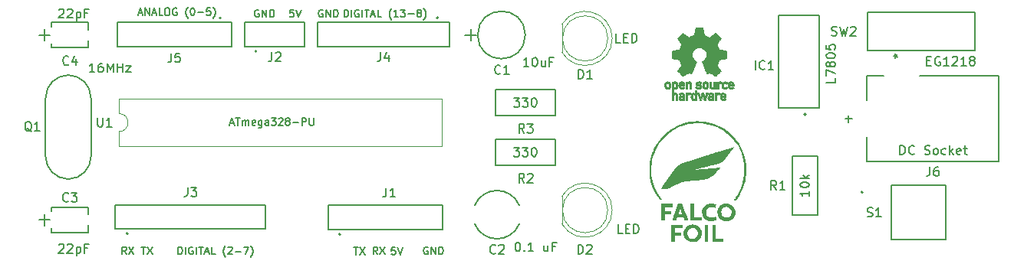
<source format=gto>
G04 #@! TF.GenerationSoftware,KiCad,Pcbnew,9.0.3*
G04 #@! TF.CreationDate,2025-08-08T01:45:00-07:00*
G04 #@! TF.ProjectId,Untitled,556e7469-746c-4656-942e-6b696361645f,rev?*
G04 #@! TF.SameCoordinates,Original*
G04 #@! TF.FileFunction,Legend,Top*
G04 #@! TF.FilePolarity,Positive*
%FSLAX46Y46*%
G04 Gerber Fmt 4.6, Leading zero omitted, Abs format (unit mm)*
G04 Created by KiCad (PCBNEW 9.0.3) date 2025-08-08 01:45:00*
%MOMM*%
%LPD*%
G01*
G04 APERTURE LIST*
%ADD10C,0.162560*%
%ADD11C,0.152400*%
%ADD12C,0.150000*%
%ADD13C,0.120000*%
%ADD14C,0.010000*%
%ADD15C,0.200000*%
%ADD16C,0.127000*%
%ADD17C,0.000000*%
G04 APERTURE END LIST*
D10*
X126357356Y-117991274D02*
X126821813Y-117991274D01*
X126589585Y-118804074D02*
X126589585Y-117991274D01*
X127015337Y-117991274D02*
X127557203Y-118804074D01*
X127557203Y-117991274D02*
X127015337Y-118804074D01*
D11*
X112703082Y-104272375D02*
X113090129Y-104272375D01*
X112625672Y-104504603D02*
X112896605Y-103691803D01*
X112896605Y-103691803D02*
X113167539Y-104504603D01*
X113322358Y-103691803D02*
X113786815Y-103691803D01*
X113554587Y-104504603D02*
X113554587Y-103691803D01*
X114057748Y-104504603D02*
X114057748Y-103962737D01*
X114057748Y-104040146D02*
X114096453Y-104001441D01*
X114096453Y-104001441D02*
X114173863Y-103962737D01*
X114173863Y-103962737D02*
X114289977Y-103962737D01*
X114289977Y-103962737D02*
X114367386Y-104001441D01*
X114367386Y-104001441D02*
X114406091Y-104078851D01*
X114406091Y-104078851D02*
X114406091Y-104504603D01*
X114406091Y-104078851D02*
X114444796Y-104001441D01*
X114444796Y-104001441D02*
X114522205Y-103962737D01*
X114522205Y-103962737D02*
X114638320Y-103962737D01*
X114638320Y-103962737D02*
X114715729Y-104001441D01*
X114715729Y-104001441D02*
X114754434Y-104078851D01*
X114754434Y-104078851D02*
X114754434Y-104504603D01*
X115451119Y-104465899D02*
X115373710Y-104504603D01*
X115373710Y-104504603D02*
X115218891Y-104504603D01*
X115218891Y-104504603D02*
X115141481Y-104465899D01*
X115141481Y-104465899D02*
X115102777Y-104388489D01*
X115102777Y-104388489D02*
X115102777Y-104078851D01*
X115102777Y-104078851D02*
X115141481Y-104001441D01*
X115141481Y-104001441D02*
X115218891Y-103962737D01*
X115218891Y-103962737D02*
X115373710Y-103962737D01*
X115373710Y-103962737D02*
X115451119Y-104001441D01*
X115451119Y-104001441D02*
X115489824Y-104078851D01*
X115489824Y-104078851D02*
X115489824Y-104156260D01*
X115489824Y-104156260D02*
X115102777Y-104233670D01*
X116186510Y-103962737D02*
X116186510Y-104620718D01*
X116186510Y-104620718D02*
X116147805Y-104698127D01*
X116147805Y-104698127D02*
X116109101Y-104736832D01*
X116109101Y-104736832D02*
X116031691Y-104775537D01*
X116031691Y-104775537D02*
X115915577Y-104775537D01*
X115915577Y-104775537D02*
X115838167Y-104736832D01*
X116186510Y-104465899D02*
X116109101Y-104504603D01*
X116109101Y-104504603D02*
X115954282Y-104504603D01*
X115954282Y-104504603D02*
X115876872Y-104465899D01*
X115876872Y-104465899D02*
X115838167Y-104427194D01*
X115838167Y-104427194D02*
X115799463Y-104349784D01*
X115799463Y-104349784D02*
X115799463Y-104117556D01*
X115799463Y-104117556D02*
X115838167Y-104040146D01*
X115838167Y-104040146D02*
X115876872Y-104001441D01*
X115876872Y-104001441D02*
X115954282Y-103962737D01*
X115954282Y-103962737D02*
X116109101Y-103962737D01*
X116109101Y-103962737D02*
X116186510Y-104001441D01*
X116921900Y-104504603D02*
X116921900Y-104078851D01*
X116921900Y-104078851D02*
X116883195Y-104001441D01*
X116883195Y-104001441D02*
X116805786Y-103962737D01*
X116805786Y-103962737D02*
X116650967Y-103962737D01*
X116650967Y-103962737D02*
X116573557Y-104001441D01*
X116921900Y-104465899D02*
X116844491Y-104504603D01*
X116844491Y-104504603D02*
X116650967Y-104504603D01*
X116650967Y-104504603D02*
X116573557Y-104465899D01*
X116573557Y-104465899D02*
X116534853Y-104388489D01*
X116534853Y-104388489D02*
X116534853Y-104311079D01*
X116534853Y-104311079D02*
X116573557Y-104233670D01*
X116573557Y-104233670D02*
X116650967Y-104194965D01*
X116650967Y-104194965D02*
X116844491Y-104194965D01*
X116844491Y-104194965D02*
X116921900Y-104156260D01*
X117231538Y-103691803D02*
X117734700Y-103691803D01*
X117734700Y-103691803D02*
X117463766Y-104001441D01*
X117463766Y-104001441D02*
X117579881Y-104001441D01*
X117579881Y-104001441D02*
X117657290Y-104040146D01*
X117657290Y-104040146D02*
X117695995Y-104078851D01*
X117695995Y-104078851D02*
X117734700Y-104156260D01*
X117734700Y-104156260D02*
X117734700Y-104349784D01*
X117734700Y-104349784D02*
X117695995Y-104427194D01*
X117695995Y-104427194D02*
X117657290Y-104465899D01*
X117657290Y-104465899D02*
X117579881Y-104504603D01*
X117579881Y-104504603D02*
X117347652Y-104504603D01*
X117347652Y-104504603D02*
X117270243Y-104465899D01*
X117270243Y-104465899D02*
X117231538Y-104427194D01*
X118044338Y-103769213D02*
X118083042Y-103730508D01*
X118083042Y-103730508D02*
X118160452Y-103691803D01*
X118160452Y-103691803D02*
X118353976Y-103691803D01*
X118353976Y-103691803D02*
X118431385Y-103730508D01*
X118431385Y-103730508D02*
X118470090Y-103769213D01*
X118470090Y-103769213D02*
X118508795Y-103846622D01*
X118508795Y-103846622D02*
X118508795Y-103924032D01*
X118508795Y-103924032D02*
X118470090Y-104040146D01*
X118470090Y-104040146D02*
X118005633Y-104504603D01*
X118005633Y-104504603D02*
X118508795Y-104504603D01*
X118973252Y-104040146D02*
X118895842Y-104001441D01*
X118895842Y-104001441D02*
X118857137Y-103962737D01*
X118857137Y-103962737D02*
X118818433Y-103885327D01*
X118818433Y-103885327D02*
X118818433Y-103846622D01*
X118818433Y-103846622D02*
X118857137Y-103769213D01*
X118857137Y-103769213D02*
X118895842Y-103730508D01*
X118895842Y-103730508D02*
X118973252Y-103691803D01*
X118973252Y-103691803D02*
X119128071Y-103691803D01*
X119128071Y-103691803D02*
X119205480Y-103730508D01*
X119205480Y-103730508D02*
X119244185Y-103769213D01*
X119244185Y-103769213D02*
X119282890Y-103846622D01*
X119282890Y-103846622D02*
X119282890Y-103885327D01*
X119282890Y-103885327D02*
X119244185Y-103962737D01*
X119244185Y-103962737D02*
X119205480Y-104001441D01*
X119205480Y-104001441D02*
X119128071Y-104040146D01*
X119128071Y-104040146D02*
X118973252Y-104040146D01*
X118973252Y-104040146D02*
X118895842Y-104078851D01*
X118895842Y-104078851D02*
X118857137Y-104117556D01*
X118857137Y-104117556D02*
X118818433Y-104194965D01*
X118818433Y-104194965D02*
X118818433Y-104349784D01*
X118818433Y-104349784D02*
X118857137Y-104427194D01*
X118857137Y-104427194D02*
X118895842Y-104465899D01*
X118895842Y-104465899D02*
X118973252Y-104504603D01*
X118973252Y-104504603D02*
X119128071Y-104504603D01*
X119128071Y-104504603D02*
X119205480Y-104465899D01*
X119205480Y-104465899D02*
X119244185Y-104427194D01*
X119244185Y-104427194D02*
X119282890Y-104349784D01*
X119282890Y-104349784D02*
X119282890Y-104194965D01*
X119282890Y-104194965D02*
X119244185Y-104117556D01*
X119244185Y-104117556D02*
X119205480Y-104078851D01*
X119205480Y-104078851D02*
X119128071Y-104040146D01*
X119631232Y-104194965D02*
X120250509Y-104194965D01*
X120637556Y-104504603D02*
X120637556Y-103691803D01*
X120637556Y-103691803D02*
X120947194Y-103691803D01*
X120947194Y-103691803D02*
X121024604Y-103730508D01*
X121024604Y-103730508D02*
X121063309Y-103769213D01*
X121063309Y-103769213D02*
X121102013Y-103846622D01*
X121102013Y-103846622D02*
X121102013Y-103962737D01*
X121102013Y-103962737D02*
X121063309Y-104040146D01*
X121063309Y-104040146D02*
X121024604Y-104078851D01*
X121024604Y-104078851D02*
X120947194Y-104117556D01*
X120947194Y-104117556D02*
X120637556Y-104117556D01*
X121450356Y-103691803D02*
X121450356Y-104349784D01*
X121450356Y-104349784D02*
X121489061Y-104427194D01*
X121489061Y-104427194D02*
X121527766Y-104465899D01*
X121527766Y-104465899D02*
X121605175Y-104504603D01*
X121605175Y-104504603D02*
X121759994Y-104504603D01*
X121759994Y-104504603D02*
X121837404Y-104465899D01*
X121837404Y-104465899D02*
X121876109Y-104427194D01*
X121876109Y-104427194D02*
X121914813Y-104349784D01*
X121914813Y-104349784D02*
X121914813Y-103691803D01*
D10*
X134499223Y-117979979D02*
X134421813Y-117941274D01*
X134421813Y-117941274D02*
X134305699Y-117941274D01*
X134305699Y-117941274D02*
X134189585Y-117979979D01*
X134189585Y-117979979D02*
X134112175Y-118057389D01*
X134112175Y-118057389D02*
X134073470Y-118134798D01*
X134073470Y-118134798D02*
X134034766Y-118289617D01*
X134034766Y-118289617D02*
X134034766Y-118405731D01*
X134034766Y-118405731D02*
X134073470Y-118560550D01*
X134073470Y-118560550D02*
X134112175Y-118637960D01*
X134112175Y-118637960D02*
X134189585Y-118715370D01*
X134189585Y-118715370D02*
X134305699Y-118754074D01*
X134305699Y-118754074D02*
X134383108Y-118754074D01*
X134383108Y-118754074D02*
X134499223Y-118715370D01*
X134499223Y-118715370D02*
X134537927Y-118676665D01*
X134537927Y-118676665D02*
X134537927Y-118405731D01*
X134537927Y-118405731D02*
X134383108Y-118405731D01*
X134886270Y-118754074D02*
X134886270Y-117941274D01*
X134886270Y-117941274D02*
X135350727Y-118754074D01*
X135350727Y-118754074D02*
X135350727Y-117941274D01*
X135737775Y-118754074D02*
X135737775Y-117941274D01*
X135737775Y-117941274D02*
X135931299Y-117941274D01*
X135931299Y-117941274D02*
X136047413Y-117979979D01*
X136047413Y-117979979D02*
X136124823Y-118057389D01*
X136124823Y-118057389D02*
X136163528Y-118134798D01*
X136163528Y-118134798D02*
X136202232Y-118289617D01*
X136202232Y-118289617D02*
X136202232Y-118405731D01*
X136202232Y-118405731D02*
X136163528Y-118560550D01*
X136163528Y-118560550D02*
X136124823Y-118637960D01*
X136124823Y-118637960D02*
X136047413Y-118715370D01*
X136047413Y-118715370D02*
X135931299Y-118754074D01*
X135931299Y-118754074D02*
X135737775Y-118754074D01*
X130910518Y-117991274D02*
X130523470Y-117991274D01*
X130523470Y-117991274D02*
X130484766Y-118378322D01*
X130484766Y-118378322D02*
X130523470Y-118339617D01*
X130523470Y-118339617D02*
X130600880Y-118300912D01*
X130600880Y-118300912D02*
X130794404Y-118300912D01*
X130794404Y-118300912D02*
X130871813Y-118339617D01*
X130871813Y-118339617D02*
X130910518Y-118378322D01*
X130910518Y-118378322D02*
X130949223Y-118455731D01*
X130949223Y-118455731D02*
X130949223Y-118649255D01*
X130949223Y-118649255D02*
X130910518Y-118726665D01*
X130910518Y-118726665D02*
X130871813Y-118765370D01*
X130871813Y-118765370D02*
X130794404Y-118804074D01*
X130794404Y-118804074D02*
X130600880Y-118804074D01*
X130600880Y-118804074D02*
X130523470Y-118765370D01*
X130523470Y-118765370D02*
X130484766Y-118726665D01*
X131181451Y-117991274D02*
X131452384Y-118804074D01*
X131452384Y-118804074D02*
X131723318Y-117991274D01*
X128962927Y-118779074D02*
X128691994Y-118392027D01*
X128498470Y-118779074D02*
X128498470Y-117966274D01*
X128498470Y-117966274D02*
X128808108Y-117966274D01*
X128808108Y-117966274D02*
X128885518Y-118004979D01*
X128885518Y-118004979D02*
X128924223Y-118043684D01*
X128924223Y-118043684D02*
X128962927Y-118121093D01*
X128962927Y-118121093D02*
X128962927Y-118237208D01*
X128962927Y-118237208D02*
X128924223Y-118314617D01*
X128924223Y-118314617D02*
X128885518Y-118353322D01*
X128885518Y-118353322D02*
X128808108Y-118392027D01*
X128808108Y-118392027D02*
X128498470Y-118392027D01*
X129233861Y-117966274D02*
X129775727Y-118779074D01*
X129775727Y-117966274D02*
X129233861Y-118779074D01*
X102907356Y-117941274D02*
X103371813Y-117941274D01*
X103139585Y-118754074D02*
X103139585Y-117941274D01*
X103565337Y-117941274D02*
X104107203Y-118754074D01*
X104107203Y-117941274D02*
X103565337Y-118754074D01*
X101237927Y-118754074D02*
X100966994Y-118367027D01*
X100773470Y-118754074D02*
X100773470Y-117941274D01*
X100773470Y-117941274D02*
X101083108Y-117941274D01*
X101083108Y-117941274D02*
X101160518Y-117979979D01*
X101160518Y-117979979D02*
X101199223Y-118018684D01*
X101199223Y-118018684D02*
X101237927Y-118096093D01*
X101237927Y-118096093D02*
X101237927Y-118212208D01*
X101237927Y-118212208D02*
X101199223Y-118289617D01*
X101199223Y-118289617D02*
X101160518Y-118328322D01*
X101160518Y-118328322D02*
X101083108Y-118367027D01*
X101083108Y-118367027D02*
X100773470Y-118367027D01*
X101508861Y-117941274D02*
X102050727Y-118754074D01*
X102050727Y-117941274D02*
X101508861Y-118754074D01*
X106948470Y-118754074D02*
X106948470Y-117941274D01*
X106948470Y-117941274D02*
X107141994Y-117941274D01*
X107141994Y-117941274D02*
X107258108Y-117979979D01*
X107258108Y-117979979D02*
X107335518Y-118057389D01*
X107335518Y-118057389D02*
X107374223Y-118134798D01*
X107374223Y-118134798D02*
X107412927Y-118289617D01*
X107412927Y-118289617D02*
X107412927Y-118405731D01*
X107412927Y-118405731D02*
X107374223Y-118560550D01*
X107374223Y-118560550D02*
X107335518Y-118637960D01*
X107335518Y-118637960D02*
X107258108Y-118715370D01*
X107258108Y-118715370D02*
X107141994Y-118754074D01*
X107141994Y-118754074D02*
X106948470Y-118754074D01*
X107761270Y-118754074D02*
X107761270Y-117941274D01*
X108574071Y-117979979D02*
X108496661Y-117941274D01*
X108496661Y-117941274D02*
X108380547Y-117941274D01*
X108380547Y-117941274D02*
X108264433Y-117979979D01*
X108264433Y-117979979D02*
X108187023Y-118057389D01*
X108187023Y-118057389D02*
X108148318Y-118134798D01*
X108148318Y-118134798D02*
X108109614Y-118289617D01*
X108109614Y-118289617D02*
X108109614Y-118405731D01*
X108109614Y-118405731D02*
X108148318Y-118560550D01*
X108148318Y-118560550D02*
X108187023Y-118637960D01*
X108187023Y-118637960D02*
X108264433Y-118715370D01*
X108264433Y-118715370D02*
X108380547Y-118754074D01*
X108380547Y-118754074D02*
X108457956Y-118754074D01*
X108457956Y-118754074D02*
X108574071Y-118715370D01*
X108574071Y-118715370D02*
X108612775Y-118676665D01*
X108612775Y-118676665D02*
X108612775Y-118405731D01*
X108612775Y-118405731D02*
X108457956Y-118405731D01*
X108961118Y-118754074D02*
X108961118Y-117941274D01*
X109232052Y-117941274D02*
X109696509Y-117941274D01*
X109464281Y-118754074D02*
X109464281Y-117941274D01*
X109928738Y-118521846D02*
X110315785Y-118521846D01*
X109851328Y-118754074D02*
X110122261Y-117941274D01*
X110122261Y-117941274D02*
X110393195Y-118754074D01*
X111051176Y-118754074D02*
X110664128Y-118754074D01*
X110664128Y-118754074D02*
X110664128Y-117941274D01*
X112173614Y-119063712D02*
X112134909Y-119025008D01*
X112134909Y-119025008D02*
X112057500Y-118908893D01*
X112057500Y-118908893D02*
X112018795Y-118831484D01*
X112018795Y-118831484D02*
X111980090Y-118715370D01*
X111980090Y-118715370D02*
X111941385Y-118521846D01*
X111941385Y-118521846D02*
X111941385Y-118367027D01*
X111941385Y-118367027D02*
X111980090Y-118173503D01*
X111980090Y-118173503D02*
X112018795Y-118057389D01*
X112018795Y-118057389D02*
X112057500Y-117979979D01*
X112057500Y-117979979D02*
X112134909Y-117863865D01*
X112134909Y-117863865D02*
X112173614Y-117825160D01*
X112444548Y-118018684D02*
X112483252Y-117979979D01*
X112483252Y-117979979D02*
X112560662Y-117941274D01*
X112560662Y-117941274D02*
X112754186Y-117941274D01*
X112754186Y-117941274D02*
X112831595Y-117979979D01*
X112831595Y-117979979D02*
X112870300Y-118018684D01*
X112870300Y-118018684D02*
X112909005Y-118096093D01*
X112909005Y-118096093D02*
X112909005Y-118173503D01*
X112909005Y-118173503D02*
X112870300Y-118289617D01*
X112870300Y-118289617D02*
X112405843Y-118754074D01*
X112405843Y-118754074D02*
X112909005Y-118754074D01*
X113257347Y-118444436D02*
X113876624Y-118444436D01*
X114186262Y-117941274D02*
X114728128Y-117941274D01*
X114728128Y-117941274D02*
X114379786Y-118754074D01*
X114960357Y-119063712D02*
X114999062Y-119025008D01*
X114999062Y-119025008D02*
X115076471Y-118908893D01*
X115076471Y-118908893D02*
X115115176Y-118831484D01*
X115115176Y-118831484D02*
X115153881Y-118715370D01*
X115153881Y-118715370D02*
X115192585Y-118521846D01*
X115192585Y-118521846D02*
X115192585Y-118367027D01*
X115192585Y-118367027D02*
X115153881Y-118173503D01*
X115153881Y-118173503D02*
X115115176Y-118057389D01*
X115115176Y-118057389D02*
X115076471Y-117979979D01*
X115076471Y-117979979D02*
X114999062Y-117863865D01*
X114999062Y-117863865D02*
X114960357Y-117825160D01*
X102584766Y-92096846D02*
X102971813Y-92096846D01*
X102507356Y-92329074D02*
X102778289Y-91516274D01*
X102778289Y-91516274D02*
X103049223Y-92329074D01*
X103320156Y-92329074D02*
X103320156Y-91516274D01*
X103320156Y-91516274D02*
X103784613Y-92329074D01*
X103784613Y-92329074D02*
X103784613Y-91516274D01*
X104132957Y-92096846D02*
X104520004Y-92096846D01*
X104055547Y-92329074D02*
X104326480Y-91516274D01*
X104326480Y-91516274D02*
X104597414Y-92329074D01*
X105255395Y-92329074D02*
X104868347Y-92329074D01*
X104868347Y-92329074D02*
X104868347Y-91516274D01*
X105681147Y-91516274D02*
X105835966Y-91516274D01*
X105835966Y-91516274D02*
X105913376Y-91554979D01*
X105913376Y-91554979D02*
X105990785Y-91632389D01*
X105990785Y-91632389D02*
X106029490Y-91787208D01*
X106029490Y-91787208D02*
X106029490Y-92058141D01*
X106029490Y-92058141D02*
X105990785Y-92212960D01*
X105990785Y-92212960D02*
X105913376Y-92290370D01*
X105913376Y-92290370D02*
X105835966Y-92329074D01*
X105835966Y-92329074D02*
X105681147Y-92329074D01*
X105681147Y-92329074D02*
X105603738Y-92290370D01*
X105603738Y-92290370D02*
X105526328Y-92212960D01*
X105526328Y-92212960D02*
X105487624Y-92058141D01*
X105487624Y-92058141D02*
X105487624Y-91787208D01*
X105487624Y-91787208D02*
X105526328Y-91632389D01*
X105526328Y-91632389D02*
X105603738Y-91554979D01*
X105603738Y-91554979D02*
X105681147Y-91516274D01*
X106803586Y-91554979D02*
X106726176Y-91516274D01*
X106726176Y-91516274D02*
X106610062Y-91516274D01*
X106610062Y-91516274D02*
X106493948Y-91554979D01*
X106493948Y-91554979D02*
X106416538Y-91632389D01*
X106416538Y-91632389D02*
X106377833Y-91709798D01*
X106377833Y-91709798D02*
X106339129Y-91864617D01*
X106339129Y-91864617D02*
X106339129Y-91980731D01*
X106339129Y-91980731D02*
X106377833Y-92135550D01*
X106377833Y-92135550D02*
X106416538Y-92212960D01*
X106416538Y-92212960D02*
X106493948Y-92290370D01*
X106493948Y-92290370D02*
X106610062Y-92329074D01*
X106610062Y-92329074D02*
X106687471Y-92329074D01*
X106687471Y-92329074D02*
X106803586Y-92290370D01*
X106803586Y-92290370D02*
X106842290Y-92251665D01*
X106842290Y-92251665D02*
X106842290Y-91980731D01*
X106842290Y-91980731D02*
X106687471Y-91980731D01*
X108042138Y-92638712D02*
X108003433Y-92600008D01*
X108003433Y-92600008D02*
X107926024Y-92483893D01*
X107926024Y-92483893D02*
X107887319Y-92406484D01*
X107887319Y-92406484D02*
X107848614Y-92290370D01*
X107848614Y-92290370D02*
X107809909Y-92096846D01*
X107809909Y-92096846D02*
X107809909Y-91942027D01*
X107809909Y-91942027D02*
X107848614Y-91748503D01*
X107848614Y-91748503D02*
X107887319Y-91632389D01*
X107887319Y-91632389D02*
X107926024Y-91554979D01*
X107926024Y-91554979D02*
X108003433Y-91438865D01*
X108003433Y-91438865D02*
X108042138Y-91400160D01*
X108506595Y-91516274D02*
X108584005Y-91516274D01*
X108584005Y-91516274D02*
X108661414Y-91554979D01*
X108661414Y-91554979D02*
X108700119Y-91593684D01*
X108700119Y-91593684D02*
X108738824Y-91671093D01*
X108738824Y-91671093D02*
X108777529Y-91825912D01*
X108777529Y-91825912D02*
X108777529Y-92019436D01*
X108777529Y-92019436D02*
X108738824Y-92174255D01*
X108738824Y-92174255D02*
X108700119Y-92251665D01*
X108700119Y-92251665D02*
X108661414Y-92290370D01*
X108661414Y-92290370D02*
X108584005Y-92329074D01*
X108584005Y-92329074D02*
X108506595Y-92329074D01*
X108506595Y-92329074D02*
X108429186Y-92290370D01*
X108429186Y-92290370D02*
X108390481Y-92251665D01*
X108390481Y-92251665D02*
X108351776Y-92174255D01*
X108351776Y-92174255D02*
X108313072Y-92019436D01*
X108313072Y-92019436D02*
X108313072Y-91825912D01*
X108313072Y-91825912D02*
X108351776Y-91671093D01*
X108351776Y-91671093D02*
X108390481Y-91593684D01*
X108390481Y-91593684D02*
X108429186Y-91554979D01*
X108429186Y-91554979D02*
X108506595Y-91516274D01*
X109125871Y-92019436D02*
X109745148Y-92019436D01*
X110519243Y-91516274D02*
X110132195Y-91516274D01*
X110132195Y-91516274D02*
X110093491Y-91903322D01*
X110093491Y-91903322D02*
X110132195Y-91864617D01*
X110132195Y-91864617D02*
X110209605Y-91825912D01*
X110209605Y-91825912D02*
X110403129Y-91825912D01*
X110403129Y-91825912D02*
X110480538Y-91864617D01*
X110480538Y-91864617D02*
X110519243Y-91903322D01*
X110519243Y-91903322D02*
X110557948Y-91980731D01*
X110557948Y-91980731D02*
X110557948Y-92174255D01*
X110557948Y-92174255D02*
X110519243Y-92251665D01*
X110519243Y-92251665D02*
X110480538Y-92290370D01*
X110480538Y-92290370D02*
X110403129Y-92329074D01*
X110403129Y-92329074D02*
X110209605Y-92329074D01*
X110209605Y-92329074D02*
X110132195Y-92290370D01*
X110132195Y-92290370D02*
X110093491Y-92251665D01*
X110828881Y-92638712D02*
X110867586Y-92600008D01*
X110867586Y-92600008D02*
X110944995Y-92483893D01*
X110944995Y-92483893D02*
X110983700Y-92406484D01*
X110983700Y-92406484D02*
X111022405Y-92290370D01*
X111022405Y-92290370D02*
X111061109Y-92096846D01*
X111061109Y-92096846D02*
X111061109Y-91942027D01*
X111061109Y-91942027D02*
X111022405Y-91748503D01*
X111022405Y-91748503D02*
X110983700Y-91632389D01*
X110983700Y-91632389D02*
X110944995Y-91554979D01*
X110944995Y-91554979D02*
X110867586Y-91438865D01*
X110867586Y-91438865D02*
X110828881Y-91400160D01*
X125273470Y-92504074D02*
X125273470Y-91691274D01*
X125273470Y-91691274D02*
X125466994Y-91691274D01*
X125466994Y-91691274D02*
X125583108Y-91729979D01*
X125583108Y-91729979D02*
X125660518Y-91807389D01*
X125660518Y-91807389D02*
X125699223Y-91884798D01*
X125699223Y-91884798D02*
X125737927Y-92039617D01*
X125737927Y-92039617D02*
X125737927Y-92155731D01*
X125737927Y-92155731D02*
X125699223Y-92310550D01*
X125699223Y-92310550D02*
X125660518Y-92387960D01*
X125660518Y-92387960D02*
X125583108Y-92465370D01*
X125583108Y-92465370D02*
X125466994Y-92504074D01*
X125466994Y-92504074D02*
X125273470Y-92504074D01*
X126086270Y-92504074D02*
X126086270Y-91691274D01*
X126899071Y-91729979D02*
X126821661Y-91691274D01*
X126821661Y-91691274D02*
X126705547Y-91691274D01*
X126705547Y-91691274D02*
X126589433Y-91729979D01*
X126589433Y-91729979D02*
X126512023Y-91807389D01*
X126512023Y-91807389D02*
X126473318Y-91884798D01*
X126473318Y-91884798D02*
X126434614Y-92039617D01*
X126434614Y-92039617D02*
X126434614Y-92155731D01*
X126434614Y-92155731D02*
X126473318Y-92310550D01*
X126473318Y-92310550D02*
X126512023Y-92387960D01*
X126512023Y-92387960D02*
X126589433Y-92465370D01*
X126589433Y-92465370D02*
X126705547Y-92504074D01*
X126705547Y-92504074D02*
X126782956Y-92504074D01*
X126782956Y-92504074D02*
X126899071Y-92465370D01*
X126899071Y-92465370D02*
X126937775Y-92426665D01*
X126937775Y-92426665D02*
X126937775Y-92155731D01*
X126937775Y-92155731D02*
X126782956Y-92155731D01*
X127286118Y-92504074D02*
X127286118Y-91691274D01*
X127557052Y-91691274D02*
X128021509Y-91691274D01*
X127789281Y-92504074D02*
X127789281Y-91691274D01*
X128253738Y-92271846D02*
X128640785Y-92271846D01*
X128176328Y-92504074D02*
X128447261Y-91691274D01*
X128447261Y-91691274D02*
X128718195Y-92504074D01*
X129376176Y-92504074D02*
X128989128Y-92504074D01*
X128989128Y-92504074D02*
X128989128Y-91691274D01*
X130498614Y-92813712D02*
X130459909Y-92775008D01*
X130459909Y-92775008D02*
X130382500Y-92658893D01*
X130382500Y-92658893D02*
X130343795Y-92581484D01*
X130343795Y-92581484D02*
X130305090Y-92465370D01*
X130305090Y-92465370D02*
X130266385Y-92271846D01*
X130266385Y-92271846D02*
X130266385Y-92117027D01*
X130266385Y-92117027D02*
X130305090Y-91923503D01*
X130305090Y-91923503D02*
X130343795Y-91807389D01*
X130343795Y-91807389D02*
X130382500Y-91729979D01*
X130382500Y-91729979D02*
X130459909Y-91613865D01*
X130459909Y-91613865D02*
X130498614Y-91575160D01*
X131234005Y-92504074D02*
X130769548Y-92504074D01*
X131001776Y-92504074D02*
X131001776Y-91691274D01*
X131001776Y-91691274D02*
X130924367Y-91807389D01*
X130924367Y-91807389D02*
X130846957Y-91884798D01*
X130846957Y-91884798D02*
X130769548Y-91923503D01*
X131504938Y-91691274D02*
X132008100Y-91691274D01*
X132008100Y-91691274D02*
X131737166Y-92000912D01*
X131737166Y-92000912D02*
X131853281Y-92000912D01*
X131853281Y-92000912D02*
X131930690Y-92039617D01*
X131930690Y-92039617D02*
X131969395Y-92078322D01*
X131969395Y-92078322D02*
X132008100Y-92155731D01*
X132008100Y-92155731D02*
X132008100Y-92349255D01*
X132008100Y-92349255D02*
X131969395Y-92426665D01*
X131969395Y-92426665D02*
X131930690Y-92465370D01*
X131930690Y-92465370D02*
X131853281Y-92504074D01*
X131853281Y-92504074D02*
X131621052Y-92504074D01*
X131621052Y-92504074D02*
X131543643Y-92465370D01*
X131543643Y-92465370D02*
X131504938Y-92426665D01*
X132356442Y-92194436D02*
X132975719Y-92194436D01*
X133478881Y-92039617D02*
X133401471Y-92000912D01*
X133401471Y-92000912D02*
X133362766Y-91962208D01*
X133362766Y-91962208D02*
X133324062Y-91884798D01*
X133324062Y-91884798D02*
X133324062Y-91846093D01*
X133324062Y-91846093D02*
X133362766Y-91768684D01*
X133362766Y-91768684D02*
X133401471Y-91729979D01*
X133401471Y-91729979D02*
X133478881Y-91691274D01*
X133478881Y-91691274D02*
X133633700Y-91691274D01*
X133633700Y-91691274D02*
X133711109Y-91729979D01*
X133711109Y-91729979D02*
X133749814Y-91768684D01*
X133749814Y-91768684D02*
X133788519Y-91846093D01*
X133788519Y-91846093D02*
X133788519Y-91884798D01*
X133788519Y-91884798D02*
X133749814Y-91962208D01*
X133749814Y-91962208D02*
X133711109Y-92000912D01*
X133711109Y-92000912D02*
X133633700Y-92039617D01*
X133633700Y-92039617D02*
X133478881Y-92039617D01*
X133478881Y-92039617D02*
X133401471Y-92078322D01*
X133401471Y-92078322D02*
X133362766Y-92117027D01*
X133362766Y-92117027D02*
X133324062Y-92194436D01*
X133324062Y-92194436D02*
X133324062Y-92349255D01*
X133324062Y-92349255D02*
X133362766Y-92426665D01*
X133362766Y-92426665D02*
X133401471Y-92465370D01*
X133401471Y-92465370D02*
X133478881Y-92504074D01*
X133478881Y-92504074D02*
X133633700Y-92504074D01*
X133633700Y-92504074D02*
X133711109Y-92465370D01*
X133711109Y-92465370D02*
X133749814Y-92426665D01*
X133749814Y-92426665D02*
X133788519Y-92349255D01*
X133788519Y-92349255D02*
X133788519Y-92194436D01*
X133788519Y-92194436D02*
X133749814Y-92117027D01*
X133749814Y-92117027D02*
X133711109Y-92078322D01*
X133711109Y-92078322D02*
X133633700Y-92039617D01*
X134059452Y-92813712D02*
X134098157Y-92775008D01*
X134098157Y-92775008D02*
X134175566Y-92658893D01*
X134175566Y-92658893D02*
X134214271Y-92581484D01*
X134214271Y-92581484D02*
X134252976Y-92465370D01*
X134252976Y-92465370D02*
X134291680Y-92271846D01*
X134291680Y-92271846D02*
X134291680Y-92117027D01*
X134291680Y-92117027D02*
X134252976Y-91923503D01*
X134252976Y-91923503D02*
X134214271Y-91807389D01*
X134214271Y-91807389D02*
X134175566Y-91729979D01*
X134175566Y-91729979D02*
X134098157Y-91613865D01*
X134098157Y-91613865D02*
X134059452Y-91575160D01*
X122899223Y-91729979D02*
X122821813Y-91691274D01*
X122821813Y-91691274D02*
X122705699Y-91691274D01*
X122705699Y-91691274D02*
X122589585Y-91729979D01*
X122589585Y-91729979D02*
X122512175Y-91807389D01*
X122512175Y-91807389D02*
X122473470Y-91884798D01*
X122473470Y-91884798D02*
X122434766Y-92039617D01*
X122434766Y-92039617D02*
X122434766Y-92155731D01*
X122434766Y-92155731D02*
X122473470Y-92310550D01*
X122473470Y-92310550D02*
X122512175Y-92387960D01*
X122512175Y-92387960D02*
X122589585Y-92465370D01*
X122589585Y-92465370D02*
X122705699Y-92504074D01*
X122705699Y-92504074D02*
X122783108Y-92504074D01*
X122783108Y-92504074D02*
X122899223Y-92465370D01*
X122899223Y-92465370D02*
X122937927Y-92426665D01*
X122937927Y-92426665D02*
X122937927Y-92155731D01*
X122937927Y-92155731D02*
X122783108Y-92155731D01*
X123286270Y-92504074D02*
X123286270Y-91691274D01*
X123286270Y-91691274D02*
X123750727Y-92504074D01*
X123750727Y-92504074D02*
X123750727Y-91691274D01*
X124137775Y-92504074D02*
X124137775Y-91691274D01*
X124137775Y-91691274D02*
X124331299Y-91691274D01*
X124331299Y-91691274D02*
X124447413Y-91729979D01*
X124447413Y-91729979D02*
X124524823Y-91807389D01*
X124524823Y-91807389D02*
X124563528Y-91884798D01*
X124563528Y-91884798D02*
X124602232Y-92039617D01*
X124602232Y-92039617D02*
X124602232Y-92155731D01*
X124602232Y-92155731D02*
X124563528Y-92310550D01*
X124563528Y-92310550D02*
X124524823Y-92387960D01*
X124524823Y-92387960D02*
X124447413Y-92465370D01*
X124447413Y-92465370D02*
X124331299Y-92504074D01*
X124331299Y-92504074D02*
X124137775Y-92504074D01*
X115849223Y-91729979D02*
X115771813Y-91691274D01*
X115771813Y-91691274D02*
X115655699Y-91691274D01*
X115655699Y-91691274D02*
X115539585Y-91729979D01*
X115539585Y-91729979D02*
X115462175Y-91807389D01*
X115462175Y-91807389D02*
X115423470Y-91884798D01*
X115423470Y-91884798D02*
X115384766Y-92039617D01*
X115384766Y-92039617D02*
X115384766Y-92155731D01*
X115384766Y-92155731D02*
X115423470Y-92310550D01*
X115423470Y-92310550D02*
X115462175Y-92387960D01*
X115462175Y-92387960D02*
X115539585Y-92465370D01*
X115539585Y-92465370D02*
X115655699Y-92504074D01*
X115655699Y-92504074D02*
X115733108Y-92504074D01*
X115733108Y-92504074D02*
X115849223Y-92465370D01*
X115849223Y-92465370D02*
X115887927Y-92426665D01*
X115887927Y-92426665D02*
X115887927Y-92155731D01*
X115887927Y-92155731D02*
X115733108Y-92155731D01*
X116236270Y-92504074D02*
X116236270Y-91691274D01*
X116236270Y-91691274D02*
X116700727Y-92504074D01*
X116700727Y-92504074D02*
X116700727Y-91691274D01*
X117087775Y-92504074D02*
X117087775Y-91691274D01*
X117087775Y-91691274D02*
X117281299Y-91691274D01*
X117281299Y-91691274D02*
X117397413Y-91729979D01*
X117397413Y-91729979D02*
X117474823Y-91807389D01*
X117474823Y-91807389D02*
X117513528Y-91884798D01*
X117513528Y-91884798D02*
X117552232Y-92039617D01*
X117552232Y-92039617D02*
X117552232Y-92155731D01*
X117552232Y-92155731D02*
X117513528Y-92310550D01*
X117513528Y-92310550D02*
X117474823Y-92387960D01*
X117474823Y-92387960D02*
X117397413Y-92465370D01*
X117397413Y-92465370D02*
X117281299Y-92504074D01*
X117281299Y-92504074D02*
X117087775Y-92504074D01*
X119710518Y-91691274D02*
X119323470Y-91691274D01*
X119323470Y-91691274D02*
X119284766Y-92078322D01*
X119284766Y-92078322D02*
X119323470Y-92039617D01*
X119323470Y-92039617D02*
X119400880Y-92000912D01*
X119400880Y-92000912D02*
X119594404Y-92000912D01*
X119594404Y-92000912D02*
X119671813Y-92039617D01*
X119671813Y-92039617D02*
X119710518Y-92078322D01*
X119710518Y-92078322D02*
X119749223Y-92155731D01*
X119749223Y-92155731D02*
X119749223Y-92349255D01*
X119749223Y-92349255D02*
X119710518Y-92426665D01*
X119710518Y-92426665D02*
X119671813Y-92465370D01*
X119671813Y-92465370D02*
X119594404Y-92504074D01*
X119594404Y-92504074D02*
X119400880Y-92504074D01*
X119400880Y-92504074D02*
X119323470Y-92465370D01*
X119323470Y-92465370D02*
X119284766Y-92426665D01*
X119981451Y-91691274D02*
X120252384Y-92504074D01*
X120252384Y-92504074D02*
X120523318Y-91691274D01*
D12*
X189939667Y-109089219D02*
X189939667Y-109803504D01*
X189939667Y-109803504D02*
X189892048Y-109946361D01*
X189892048Y-109946361D02*
X189796810Y-110041600D01*
X189796810Y-110041600D02*
X189653953Y-110089219D01*
X189653953Y-110089219D02*
X189558715Y-110089219D01*
X190844429Y-109089219D02*
X190653953Y-109089219D01*
X190653953Y-109089219D02*
X190558715Y-109136838D01*
X190558715Y-109136838D02*
X190511096Y-109184457D01*
X190511096Y-109184457D02*
X190415858Y-109327314D01*
X190415858Y-109327314D02*
X190368239Y-109517790D01*
X190368239Y-109517790D02*
X190368239Y-109898742D01*
X190368239Y-109898742D02*
X190415858Y-109993980D01*
X190415858Y-109993980D02*
X190463477Y-110041600D01*
X190463477Y-110041600D02*
X190558715Y-110089219D01*
X190558715Y-110089219D02*
X190749191Y-110089219D01*
X190749191Y-110089219D02*
X190844429Y-110041600D01*
X190844429Y-110041600D02*
X190892048Y-109993980D01*
X190892048Y-109993980D02*
X190939667Y-109898742D01*
X190939667Y-109898742D02*
X190939667Y-109660647D01*
X190939667Y-109660647D02*
X190892048Y-109565409D01*
X190892048Y-109565409D02*
X190844429Y-109517790D01*
X190844429Y-109517790D02*
X190749191Y-109470171D01*
X190749191Y-109470171D02*
X190558715Y-109470171D01*
X190558715Y-109470171D02*
X190463477Y-109517790D01*
X190463477Y-109517790D02*
X190415858Y-109565409D01*
X190415858Y-109565409D02*
X190368239Y-109660647D01*
X186643952Y-107726819D02*
X186643952Y-106726819D01*
X186643952Y-106726819D02*
X186882047Y-106726819D01*
X186882047Y-106726819D02*
X187024904Y-106774438D01*
X187024904Y-106774438D02*
X187120142Y-106869676D01*
X187120142Y-106869676D02*
X187167761Y-106964914D01*
X187167761Y-106964914D02*
X187215380Y-107155390D01*
X187215380Y-107155390D02*
X187215380Y-107298247D01*
X187215380Y-107298247D02*
X187167761Y-107488723D01*
X187167761Y-107488723D02*
X187120142Y-107583961D01*
X187120142Y-107583961D02*
X187024904Y-107679200D01*
X187024904Y-107679200D02*
X186882047Y-107726819D01*
X186882047Y-107726819D02*
X186643952Y-107726819D01*
X188215380Y-107631580D02*
X188167761Y-107679200D01*
X188167761Y-107679200D02*
X188024904Y-107726819D01*
X188024904Y-107726819D02*
X187929666Y-107726819D01*
X187929666Y-107726819D02*
X187786809Y-107679200D01*
X187786809Y-107679200D02*
X187691571Y-107583961D01*
X187691571Y-107583961D02*
X187643952Y-107488723D01*
X187643952Y-107488723D02*
X187596333Y-107298247D01*
X187596333Y-107298247D02*
X187596333Y-107155390D01*
X187596333Y-107155390D02*
X187643952Y-106964914D01*
X187643952Y-106964914D02*
X187691571Y-106869676D01*
X187691571Y-106869676D02*
X187786809Y-106774438D01*
X187786809Y-106774438D02*
X187929666Y-106726819D01*
X187929666Y-106726819D02*
X188024904Y-106726819D01*
X188024904Y-106726819D02*
X188167761Y-106774438D01*
X188167761Y-106774438D02*
X188215380Y-106822057D01*
X189358238Y-107679200D02*
X189501095Y-107726819D01*
X189501095Y-107726819D02*
X189739190Y-107726819D01*
X189739190Y-107726819D02*
X189834428Y-107679200D01*
X189834428Y-107679200D02*
X189882047Y-107631580D01*
X189882047Y-107631580D02*
X189929666Y-107536342D01*
X189929666Y-107536342D02*
X189929666Y-107441104D01*
X189929666Y-107441104D02*
X189882047Y-107345866D01*
X189882047Y-107345866D02*
X189834428Y-107298247D01*
X189834428Y-107298247D02*
X189739190Y-107250628D01*
X189739190Y-107250628D02*
X189548714Y-107203009D01*
X189548714Y-107203009D02*
X189453476Y-107155390D01*
X189453476Y-107155390D02*
X189405857Y-107107771D01*
X189405857Y-107107771D02*
X189358238Y-107012533D01*
X189358238Y-107012533D02*
X189358238Y-106917295D01*
X189358238Y-106917295D02*
X189405857Y-106822057D01*
X189405857Y-106822057D02*
X189453476Y-106774438D01*
X189453476Y-106774438D02*
X189548714Y-106726819D01*
X189548714Y-106726819D02*
X189786809Y-106726819D01*
X189786809Y-106726819D02*
X189929666Y-106774438D01*
X190501095Y-107726819D02*
X190405857Y-107679200D01*
X190405857Y-107679200D02*
X190358238Y-107631580D01*
X190358238Y-107631580D02*
X190310619Y-107536342D01*
X190310619Y-107536342D02*
X190310619Y-107250628D01*
X190310619Y-107250628D02*
X190358238Y-107155390D01*
X190358238Y-107155390D02*
X190405857Y-107107771D01*
X190405857Y-107107771D02*
X190501095Y-107060152D01*
X190501095Y-107060152D02*
X190643952Y-107060152D01*
X190643952Y-107060152D02*
X190739190Y-107107771D01*
X190739190Y-107107771D02*
X190786809Y-107155390D01*
X190786809Y-107155390D02*
X190834428Y-107250628D01*
X190834428Y-107250628D02*
X190834428Y-107536342D01*
X190834428Y-107536342D02*
X190786809Y-107631580D01*
X190786809Y-107631580D02*
X190739190Y-107679200D01*
X190739190Y-107679200D02*
X190643952Y-107726819D01*
X190643952Y-107726819D02*
X190501095Y-107726819D01*
X191691571Y-107679200D02*
X191596333Y-107726819D01*
X191596333Y-107726819D02*
X191405857Y-107726819D01*
X191405857Y-107726819D02*
X191310619Y-107679200D01*
X191310619Y-107679200D02*
X191263000Y-107631580D01*
X191263000Y-107631580D02*
X191215381Y-107536342D01*
X191215381Y-107536342D02*
X191215381Y-107250628D01*
X191215381Y-107250628D02*
X191263000Y-107155390D01*
X191263000Y-107155390D02*
X191310619Y-107107771D01*
X191310619Y-107107771D02*
X191405857Y-107060152D01*
X191405857Y-107060152D02*
X191596333Y-107060152D01*
X191596333Y-107060152D02*
X191691571Y-107107771D01*
X192120143Y-107726819D02*
X192120143Y-106726819D01*
X192215381Y-107345866D02*
X192501095Y-107726819D01*
X192501095Y-107060152D02*
X192120143Y-107441104D01*
X193310619Y-107679200D02*
X193215381Y-107726819D01*
X193215381Y-107726819D02*
X193024905Y-107726819D01*
X193024905Y-107726819D02*
X192929667Y-107679200D01*
X192929667Y-107679200D02*
X192882048Y-107583961D01*
X192882048Y-107583961D02*
X192882048Y-107203009D01*
X192882048Y-107203009D02*
X192929667Y-107107771D01*
X192929667Y-107107771D02*
X193024905Y-107060152D01*
X193024905Y-107060152D02*
X193215381Y-107060152D01*
X193215381Y-107060152D02*
X193310619Y-107107771D01*
X193310619Y-107107771D02*
X193358238Y-107203009D01*
X193358238Y-107203009D02*
X193358238Y-107298247D01*
X193358238Y-107298247D02*
X192882048Y-107393485D01*
X193643953Y-107060152D02*
X194024905Y-107060152D01*
X193786810Y-106726819D02*
X193786810Y-107583961D01*
X193786810Y-107583961D02*
X193834429Y-107679200D01*
X193834429Y-107679200D02*
X193929667Y-107726819D01*
X193929667Y-107726819D02*
X194024905Y-107726819D01*
X98063095Y-103644819D02*
X98063095Y-104454342D01*
X98063095Y-104454342D02*
X98110714Y-104549580D01*
X98110714Y-104549580D02*
X98158333Y-104597200D01*
X98158333Y-104597200D02*
X98253571Y-104644819D01*
X98253571Y-104644819D02*
X98444047Y-104644819D01*
X98444047Y-104644819D02*
X98539285Y-104597200D01*
X98539285Y-104597200D02*
X98586904Y-104549580D01*
X98586904Y-104549580D02*
X98634523Y-104454342D01*
X98634523Y-104454342D02*
X98634523Y-103644819D01*
X99634523Y-104644819D02*
X99063095Y-104644819D01*
X99348809Y-104644819D02*
X99348809Y-103644819D01*
X99348809Y-103644819D02*
X99253571Y-103787676D01*
X99253571Y-103787676D02*
X99158333Y-103882914D01*
X99158333Y-103882914D02*
X99063095Y-103930533D01*
X129289666Y-96416819D02*
X129289666Y-97131104D01*
X129289666Y-97131104D02*
X129242047Y-97273961D01*
X129242047Y-97273961D02*
X129146809Y-97369200D01*
X129146809Y-97369200D02*
X129003952Y-97416819D01*
X129003952Y-97416819D02*
X128908714Y-97416819D01*
X130194428Y-96750152D02*
X130194428Y-97416819D01*
X129956333Y-96369200D02*
X129718238Y-97083485D01*
X129718238Y-97083485D02*
X130337285Y-97083485D01*
X145158333Y-110834819D02*
X144825000Y-110358628D01*
X144586905Y-110834819D02*
X144586905Y-109834819D01*
X144586905Y-109834819D02*
X144967857Y-109834819D01*
X144967857Y-109834819D02*
X145063095Y-109882438D01*
X145063095Y-109882438D02*
X145110714Y-109930057D01*
X145110714Y-109930057D02*
X145158333Y-110025295D01*
X145158333Y-110025295D02*
X145158333Y-110168152D01*
X145158333Y-110168152D02*
X145110714Y-110263390D01*
X145110714Y-110263390D02*
X145063095Y-110311009D01*
X145063095Y-110311009D02*
X144967857Y-110358628D01*
X144967857Y-110358628D02*
X144586905Y-110358628D01*
X145539286Y-109930057D02*
X145586905Y-109882438D01*
X145586905Y-109882438D02*
X145682143Y-109834819D01*
X145682143Y-109834819D02*
X145920238Y-109834819D01*
X145920238Y-109834819D02*
X146015476Y-109882438D01*
X146015476Y-109882438D02*
X146063095Y-109930057D01*
X146063095Y-109930057D02*
X146110714Y-110025295D01*
X146110714Y-110025295D02*
X146110714Y-110120533D01*
X146110714Y-110120533D02*
X146063095Y-110263390D01*
X146063095Y-110263390D02*
X145491667Y-110834819D01*
X145491667Y-110834819D02*
X146110714Y-110834819D01*
X143999286Y-106954819D02*
X144618333Y-106954819D01*
X144618333Y-106954819D02*
X144285000Y-107335771D01*
X144285000Y-107335771D02*
X144427857Y-107335771D01*
X144427857Y-107335771D02*
X144523095Y-107383390D01*
X144523095Y-107383390D02*
X144570714Y-107431009D01*
X144570714Y-107431009D02*
X144618333Y-107526247D01*
X144618333Y-107526247D02*
X144618333Y-107764342D01*
X144618333Y-107764342D02*
X144570714Y-107859580D01*
X144570714Y-107859580D02*
X144523095Y-107907200D01*
X144523095Y-107907200D02*
X144427857Y-107954819D01*
X144427857Y-107954819D02*
X144142143Y-107954819D01*
X144142143Y-107954819D02*
X144046905Y-107907200D01*
X144046905Y-107907200D02*
X143999286Y-107859580D01*
X144951667Y-106954819D02*
X145570714Y-106954819D01*
X145570714Y-106954819D02*
X145237381Y-107335771D01*
X145237381Y-107335771D02*
X145380238Y-107335771D01*
X145380238Y-107335771D02*
X145475476Y-107383390D01*
X145475476Y-107383390D02*
X145523095Y-107431009D01*
X145523095Y-107431009D02*
X145570714Y-107526247D01*
X145570714Y-107526247D02*
X145570714Y-107764342D01*
X145570714Y-107764342D02*
X145523095Y-107859580D01*
X145523095Y-107859580D02*
X145475476Y-107907200D01*
X145475476Y-107907200D02*
X145380238Y-107954819D01*
X145380238Y-107954819D02*
X145094524Y-107954819D01*
X145094524Y-107954819D02*
X144999286Y-107907200D01*
X144999286Y-107907200D02*
X144951667Y-107859580D01*
X146189762Y-106954819D02*
X146285000Y-106954819D01*
X146285000Y-106954819D02*
X146380238Y-107002438D01*
X146380238Y-107002438D02*
X146427857Y-107050057D01*
X146427857Y-107050057D02*
X146475476Y-107145295D01*
X146475476Y-107145295D02*
X146523095Y-107335771D01*
X146523095Y-107335771D02*
X146523095Y-107573866D01*
X146523095Y-107573866D02*
X146475476Y-107764342D01*
X146475476Y-107764342D02*
X146427857Y-107859580D01*
X146427857Y-107859580D02*
X146380238Y-107907200D01*
X146380238Y-107907200D02*
X146285000Y-107954819D01*
X146285000Y-107954819D02*
X146189762Y-107954819D01*
X146189762Y-107954819D02*
X146094524Y-107907200D01*
X146094524Y-107907200D02*
X146046905Y-107859580D01*
X146046905Y-107859580D02*
X145999286Y-107764342D01*
X145999286Y-107764342D02*
X145951667Y-107573866D01*
X145951667Y-107573866D02*
X145951667Y-107335771D01*
X145951667Y-107335771D02*
X145999286Y-107145295D01*
X145999286Y-107145295D02*
X146046905Y-107050057D01*
X146046905Y-107050057D02*
X146094524Y-107002438D01*
X146094524Y-107002438D02*
X146189762Y-106954819D01*
X145158333Y-105334819D02*
X144825000Y-104858628D01*
X144586905Y-105334819D02*
X144586905Y-104334819D01*
X144586905Y-104334819D02*
X144967857Y-104334819D01*
X144967857Y-104334819D02*
X145063095Y-104382438D01*
X145063095Y-104382438D02*
X145110714Y-104430057D01*
X145110714Y-104430057D02*
X145158333Y-104525295D01*
X145158333Y-104525295D02*
X145158333Y-104668152D01*
X145158333Y-104668152D02*
X145110714Y-104763390D01*
X145110714Y-104763390D02*
X145063095Y-104811009D01*
X145063095Y-104811009D02*
X144967857Y-104858628D01*
X144967857Y-104858628D02*
X144586905Y-104858628D01*
X145491667Y-104334819D02*
X146110714Y-104334819D01*
X146110714Y-104334819D02*
X145777381Y-104715771D01*
X145777381Y-104715771D02*
X145920238Y-104715771D01*
X145920238Y-104715771D02*
X146015476Y-104763390D01*
X146015476Y-104763390D02*
X146063095Y-104811009D01*
X146063095Y-104811009D02*
X146110714Y-104906247D01*
X146110714Y-104906247D02*
X146110714Y-105144342D01*
X146110714Y-105144342D02*
X146063095Y-105239580D01*
X146063095Y-105239580D02*
X146015476Y-105287200D01*
X146015476Y-105287200D02*
X145920238Y-105334819D01*
X145920238Y-105334819D02*
X145634524Y-105334819D01*
X145634524Y-105334819D02*
X145539286Y-105287200D01*
X145539286Y-105287200D02*
X145491667Y-105239580D01*
X143999286Y-101454819D02*
X144618333Y-101454819D01*
X144618333Y-101454819D02*
X144285000Y-101835771D01*
X144285000Y-101835771D02*
X144427857Y-101835771D01*
X144427857Y-101835771D02*
X144523095Y-101883390D01*
X144523095Y-101883390D02*
X144570714Y-101931009D01*
X144570714Y-101931009D02*
X144618333Y-102026247D01*
X144618333Y-102026247D02*
X144618333Y-102264342D01*
X144618333Y-102264342D02*
X144570714Y-102359580D01*
X144570714Y-102359580D02*
X144523095Y-102407200D01*
X144523095Y-102407200D02*
X144427857Y-102454819D01*
X144427857Y-102454819D02*
X144142143Y-102454819D01*
X144142143Y-102454819D02*
X144046905Y-102407200D01*
X144046905Y-102407200D02*
X143999286Y-102359580D01*
X144951667Y-101454819D02*
X145570714Y-101454819D01*
X145570714Y-101454819D02*
X145237381Y-101835771D01*
X145237381Y-101835771D02*
X145380238Y-101835771D01*
X145380238Y-101835771D02*
X145475476Y-101883390D01*
X145475476Y-101883390D02*
X145523095Y-101931009D01*
X145523095Y-101931009D02*
X145570714Y-102026247D01*
X145570714Y-102026247D02*
X145570714Y-102264342D01*
X145570714Y-102264342D02*
X145523095Y-102359580D01*
X145523095Y-102359580D02*
X145475476Y-102407200D01*
X145475476Y-102407200D02*
X145380238Y-102454819D01*
X145380238Y-102454819D02*
X145094524Y-102454819D01*
X145094524Y-102454819D02*
X144999286Y-102407200D01*
X144999286Y-102407200D02*
X144951667Y-102359580D01*
X146189762Y-101454819D02*
X146285000Y-101454819D01*
X146285000Y-101454819D02*
X146380238Y-101502438D01*
X146380238Y-101502438D02*
X146427857Y-101550057D01*
X146427857Y-101550057D02*
X146475476Y-101645295D01*
X146475476Y-101645295D02*
X146523095Y-101835771D01*
X146523095Y-101835771D02*
X146523095Y-102073866D01*
X146523095Y-102073866D02*
X146475476Y-102264342D01*
X146475476Y-102264342D02*
X146427857Y-102359580D01*
X146427857Y-102359580D02*
X146380238Y-102407200D01*
X146380238Y-102407200D02*
X146285000Y-102454819D01*
X146285000Y-102454819D02*
X146189762Y-102454819D01*
X146189762Y-102454819D02*
X146094524Y-102407200D01*
X146094524Y-102407200D02*
X146046905Y-102359580D01*
X146046905Y-102359580D02*
X145999286Y-102264342D01*
X145999286Y-102264342D02*
X145951667Y-102073866D01*
X145951667Y-102073866D02*
X145951667Y-101835771D01*
X145951667Y-101835771D02*
X145999286Y-101645295D01*
X145999286Y-101645295D02*
X146046905Y-101550057D01*
X146046905Y-101550057D02*
X146094524Y-101502438D01*
X146094524Y-101502438D02*
X146189762Y-101454819D01*
X179089667Y-94533200D02*
X179232524Y-94580819D01*
X179232524Y-94580819D02*
X179470619Y-94580819D01*
X179470619Y-94580819D02*
X179565857Y-94533200D01*
X179565857Y-94533200D02*
X179613476Y-94485580D01*
X179613476Y-94485580D02*
X179661095Y-94390342D01*
X179661095Y-94390342D02*
X179661095Y-94295104D01*
X179661095Y-94295104D02*
X179613476Y-94199866D01*
X179613476Y-94199866D02*
X179565857Y-94152247D01*
X179565857Y-94152247D02*
X179470619Y-94104628D01*
X179470619Y-94104628D02*
X179280143Y-94057009D01*
X179280143Y-94057009D02*
X179184905Y-94009390D01*
X179184905Y-94009390D02*
X179137286Y-93961771D01*
X179137286Y-93961771D02*
X179089667Y-93866533D01*
X179089667Y-93866533D02*
X179089667Y-93771295D01*
X179089667Y-93771295D02*
X179137286Y-93676057D01*
X179137286Y-93676057D02*
X179184905Y-93628438D01*
X179184905Y-93628438D02*
X179280143Y-93580819D01*
X179280143Y-93580819D02*
X179518238Y-93580819D01*
X179518238Y-93580819D02*
X179661095Y-93628438D01*
X179994429Y-93580819D02*
X180232524Y-94580819D01*
X180232524Y-94580819D02*
X180423000Y-93866533D01*
X180423000Y-93866533D02*
X180613476Y-94580819D01*
X180613476Y-94580819D02*
X180851572Y-93580819D01*
X181184905Y-93676057D02*
X181232524Y-93628438D01*
X181232524Y-93628438D02*
X181327762Y-93580819D01*
X181327762Y-93580819D02*
X181565857Y-93580819D01*
X181565857Y-93580819D02*
X181661095Y-93628438D01*
X181661095Y-93628438D02*
X181708714Y-93676057D01*
X181708714Y-93676057D02*
X181756333Y-93771295D01*
X181756333Y-93771295D02*
X181756333Y-93866533D01*
X181756333Y-93866533D02*
X181708714Y-94009390D01*
X181708714Y-94009390D02*
X181137286Y-94580819D01*
X181137286Y-94580819D02*
X181756333Y-94580819D01*
X189605952Y-97359009D02*
X189939285Y-97359009D01*
X190082142Y-97882819D02*
X189605952Y-97882819D01*
X189605952Y-97882819D02*
X189605952Y-96882819D01*
X189605952Y-96882819D02*
X190082142Y-96882819D01*
X191034523Y-96930438D02*
X190939285Y-96882819D01*
X190939285Y-96882819D02*
X190796428Y-96882819D01*
X190796428Y-96882819D02*
X190653571Y-96930438D01*
X190653571Y-96930438D02*
X190558333Y-97025676D01*
X190558333Y-97025676D02*
X190510714Y-97120914D01*
X190510714Y-97120914D02*
X190463095Y-97311390D01*
X190463095Y-97311390D02*
X190463095Y-97454247D01*
X190463095Y-97454247D02*
X190510714Y-97644723D01*
X190510714Y-97644723D02*
X190558333Y-97739961D01*
X190558333Y-97739961D02*
X190653571Y-97835200D01*
X190653571Y-97835200D02*
X190796428Y-97882819D01*
X190796428Y-97882819D02*
X190891666Y-97882819D01*
X190891666Y-97882819D02*
X191034523Y-97835200D01*
X191034523Y-97835200D02*
X191082142Y-97787580D01*
X191082142Y-97787580D02*
X191082142Y-97454247D01*
X191082142Y-97454247D02*
X190891666Y-97454247D01*
X192034523Y-97882819D02*
X191463095Y-97882819D01*
X191748809Y-97882819D02*
X191748809Y-96882819D01*
X191748809Y-96882819D02*
X191653571Y-97025676D01*
X191653571Y-97025676D02*
X191558333Y-97120914D01*
X191558333Y-97120914D02*
X191463095Y-97168533D01*
X192415476Y-96978057D02*
X192463095Y-96930438D01*
X192463095Y-96930438D02*
X192558333Y-96882819D01*
X192558333Y-96882819D02*
X192796428Y-96882819D01*
X192796428Y-96882819D02*
X192891666Y-96930438D01*
X192891666Y-96930438D02*
X192939285Y-96978057D01*
X192939285Y-96978057D02*
X192986904Y-97073295D01*
X192986904Y-97073295D02*
X192986904Y-97168533D01*
X192986904Y-97168533D02*
X192939285Y-97311390D01*
X192939285Y-97311390D02*
X192367857Y-97882819D01*
X192367857Y-97882819D02*
X192986904Y-97882819D01*
X193939285Y-97882819D02*
X193367857Y-97882819D01*
X193653571Y-97882819D02*
X193653571Y-96882819D01*
X193653571Y-96882819D02*
X193558333Y-97025676D01*
X193558333Y-97025676D02*
X193463095Y-97120914D01*
X193463095Y-97120914D02*
X193367857Y-97168533D01*
X194510714Y-97311390D02*
X194415476Y-97263771D01*
X194415476Y-97263771D02*
X194367857Y-97216152D01*
X194367857Y-97216152D02*
X194320238Y-97120914D01*
X194320238Y-97120914D02*
X194320238Y-97073295D01*
X194320238Y-97073295D02*
X194367857Y-96978057D01*
X194367857Y-96978057D02*
X194415476Y-96930438D01*
X194415476Y-96930438D02*
X194510714Y-96882819D01*
X194510714Y-96882819D02*
X194701190Y-96882819D01*
X194701190Y-96882819D02*
X194796428Y-96930438D01*
X194796428Y-96930438D02*
X194844047Y-96978057D01*
X194844047Y-96978057D02*
X194891666Y-97073295D01*
X194891666Y-97073295D02*
X194891666Y-97120914D01*
X194891666Y-97120914D02*
X194844047Y-97216152D01*
X194844047Y-97216152D02*
X194796428Y-97263771D01*
X194796428Y-97263771D02*
X194701190Y-97311390D01*
X194701190Y-97311390D02*
X194510714Y-97311390D01*
X194510714Y-97311390D02*
X194415476Y-97359009D01*
X194415476Y-97359009D02*
X194367857Y-97406628D01*
X194367857Y-97406628D02*
X194320238Y-97501866D01*
X194320238Y-97501866D02*
X194320238Y-97692342D01*
X194320238Y-97692342D02*
X194367857Y-97787580D01*
X194367857Y-97787580D02*
X194415476Y-97835200D01*
X194415476Y-97835200D02*
X194510714Y-97882819D01*
X194510714Y-97882819D02*
X194701190Y-97882819D01*
X194701190Y-97882819D02*
X194796428Y-97835200D01*
X194796428Y-97835200D02*
X194844047Y-97787580D01*
X194844047Y-97787580D02*
X194891666Y-97692342D01*
X194891666Y-97692342D02*
X194891666Y-97501866D01*
X194891666Y-97501866D02*
X194844047Y-97406628D01*
X194844047Y-97406628D02*
X194796428Y-97359009D01*
X194796428Y-97359009D02*
X194701190Y-97311390D01*
X185917819Y-96825999D02*
X186155914Y-96825999D01*
X186060676Y-97064094D02*
X186155914Y-96825999D01*
X186155914Y-96825999D02*
X186060676Y-96587904D01*
X186346390Y-96968856D02*
X186155914Y-96825999D01*
X186155914Y-96825999D02*
X186346390Y-96683142D01*
X141978333Y-118615580D02*
X141930714Y-118663200D01*
X141930714Y-118663200D02*
X141787857Y-118710819D01*
X141787857Y-118710819D02*
X141692619Y-118710819D01*
X141692619Y-118710819D02*
X141549762Y-118663200D01*
X141549762Y-118663200D02*
X141454524Y-118567961D01*
X141454524Y-118567961D02*
X141406905Y-118472723D01*
X141406905Y-118472723D02*
X141359286Y-118282247D01*
X141359286Y-118282247D02*
X141359286Y-118139390D01*
X141359286Y-118139390D02*
X141406905Y-117948914D01*
X141406905Y-117948914D02*
X141454524Y-117853676D01*
X141454524Y-117853676D02*
X141549762Y-117758438D01*
X141549762Y-117758438D02*
X141692619Y-117710819D01*
X141692619Y-117710819D02*
X141787857Y-117710819D01*
X141787857Y-117710819D02*
X141930714Y-117758438D01*
X141930714Y-117758438D02*
X141978333Y-117806057D01*
X142359286Y-117806057D02*
X142406905Y-117758438D01*
X142406905Y-117758438D02*
X142502143Y-117710819D01*
X142502143Y-117710819D02*
X142740238Y-117710819D01*
X142740238Y-117710819D02*
X142835476Y-117758438D01*
X142835476Y-117758438D02*
X142883095Y-117806057D01*
X142883095Y-117806057D02*
X142930714Y-117901295D01*
X142930714Y-117901295D02*
X142930714Y-117996533D01*
X142930714Y-117996533D02*
X142883095Y-118139390D01*
X142883095Y-118139390D02*
X142311667Y-118710819D01*
X142311667Y-118710819D02*
X142930714Y-118710819D01*
X144399190Y-117441819D02*
X144494428Y-117441819D01*
X144494428Y-117441819D02*
X144589666Y-117489438D01*
X144589666Y-117489438D02*
X144637285Y-117537057D01*
X144637285Y-117537057D02*
X144684904Y-117632295D01*
X144684904Y-117632295D02*
X144732523Y-117822771D01*
X144732523Y-117822771D02*
X144732523Y-118060866D01*
X144732523Y-118060866D02*
X144684904Y-118251342D01*
X144684904Y-118251342D02*
X144637285Y-118346580D01*
X144637285Y-118346580D02*
X144589666Y-118394200D01*
X144589666Y-118394200D02*
X144494428Y-118441819D01*
X144494428Y-118441819D02*
X144399190Y-118441819D01*
X144399190Y-118441819D02*
X144303952Y-118394200D01*
X144303952Y-118394200D02*
X144256333Y-118346580D01*
X144256333Y-118346580D02*
X144208714Y-118251342D01*
X144208714Y-118251342D02*
X144161095Y-118060866D01*
X144161095Y-118060866D02*
X144161095Y-117822771D01*
X144161095Y-117822771D02*
X144208714Y-117632295D01*
X144208714Y-117632295D02*
X144256333Y-117537057D01*
X144256333Y-117537057D02*
X144303952Y-117489438D01*
X144303952Y-117489438D02*
X144399190Y-117441819D01*
X145161095Y-118346580D02*
X145208714Y-118394200D01*
X145208714Y-118394200D02*
X145161095Y-118441819D01*
X145161095Y-118441819D02*
X145113476Y-118394200D01*
X145113476Y-118394200D02*
X145161095Y-118346580D01*
X145161095Y-118346580D02*
X145161095Y-118441819D01*
X146161094Y-118441819D02*
X145589666Y-118441819D01*
X145875380Y-118441819D02*
X145875380Y-117441819D01*
X145875380Y-117441819D02*
X145780142Y-117584676D01*
X145780142Y-117584676D02*
X145684904Y-117679914D01*
X145684904Y-117679914D02*
X145589666Y-117727533D01*
X147780142Y-117775152D02*
X147780142Y-118441819D01*
X147351571Y-117775152D02*
X147351571Y-118298961D01*
X147351571Y-118298961D02*
X147399190Y-118394200D01*
X147399190Y-118394200D02*
X147494428Y-118441819D01*
X147494428Y-118441819D02*
X147637285Y-118441819D01*
X147637285Y-118441819D02*
X147732523Y-118394200D01*
X147732523Y-118394200D02*
X147780142Y-118346580D01*
X148589666Y-117918009D02*
X148256333Y-117918009D01*
X148256333Y-118441819D02*
X148256333Y-117441819D01*
X148256333Y-117441819D02*
X148732523Y-117441819D01*
X183031095Y-114569200D02*
X183173952Y-114616819D01*
X183173952Y-114616819D02*
X183412047Y-114616819D01*
X183412047Y-114616819D02*
X183507285Y-114569200D01*
X183507285Y-114569200D02*
X183554904Y-114521580D01*
X183554904Y-114521580D02*
X183602523Y-114426342D01*
X183602523Y-114426342D02*
X183602523Y-114331104D01*
X183602523Y-114331104D02*
X183554904Y-114235866D01*
X183554904Y-114235866D02*
X183507285Y-114188247D01*
X183507285Y-114188247D02*
X183412047Y-114140628D01*
X183412047Y-114140628D02*
X183221571Y-114093009D01*
X183221571Y-114093009D02*
X183126333Y-114045390D01*
X183126333Y-114045390D02*
X183078714Y-113997771D01*
X183078714Y-113997771D02*
X183031095Y-113902533D01*
X183031095Y-113902533D02*
X183031095Y-113807295D01*
X183031095Y-113807295D02*
X183078714Y-113712057D01*
X183078714Y-113712057D02*
X183126333Y-113664438D01*
X183126333Y-113664438D02*
X183221571Y-113616819D01*
X183221571Y-113616819D02*
X183459666Y-113616819D01*
X183459666Y-113616819D02*
X183602523Y-113664438D01*
X184554904Y-114616819D02*
X183983476Y-114616819D01*
X184269190Y-114616819D02*
X184269190Y-113616819D01*
X184269190Y-113616819D02*
X184173952Y-113759676D01*
X184173952Y-113759676D02*
X184078714Y-113854914D01*
X184078714Y-113854914D02*
X183983476Y-113902533D01*
X170674810Y-98334819D02*
X170674810Y-97334819D01*
X171722428Y-98239580D02*
X171674809Y-98287200D01*
X171674809Y-98287200D02*
X171531952Y-98334819D01*
X171531952Y-98334819D02*
X171436714Y-98334819D01*
X171436714Y-98334819D02*
X171293857Y-98287200D01*
X171293857Y-98287200D02*
X171198619Y-98191961D01*
X171198619Y-98191961D02*
X171151000Y-98096723D01*
X171151000Y-98096723D02*
X171103381Y-97906247D01*
X171103381Y-97906247D02*
X171103381Y-97763390D01*
X171103381Y-97763390D02*
X171151000Y-97572914D01*
X171151000Y-97572914D02*
X171198619Y-97477676D01*
X171198619Y-97477676D02*
X171293857Y-97382438D01*
X171293857Y-97382438D02*
X171436714Y-97334819D01*
X171436714Y-97334819D02*
X171531952Y-97334819D01*
X171531952Y-97334819D02*
X171674809Y-97382438D01*
X171674809Y-97382438D02*
X171722428Y-97430057D01*
X172674809Y-98334819D02*
X172103381Y-98334819D01*
X172389095Y-98334819D02*
X172389095Y-97334819D01*
X172389095Y-97334819D02*
X172293857Y-97477676D01*
X172293857Y-97477676D02*
X172198619Y-97572914D01*
X172198619Y-97572914D02*
X172103381Y-97620533D01*
X179471819Y-99277238D02*
X179471819Y-99753428D01*
X179471819Y-99753428D02*
X178471819Y-99753428D01*
X178471819Y-99039142D02*
X178471819Y-98372476D01*
X178471819Y-98372476D02*
X179471819Y-98801047D01*
X178900390Y-97848666D02*
X178852771Y-97943904D01*
X178852771Y-97943904D02*
X178805152Y-97991523D01*
X178805152Y-97991523D02*
X178709914Y-98039142D01*
X178709914Y-98039142D02*
X178662295Y-98039142D01*
X178662295Y-98039142D02*
X178567057Y-97991523D01*
X178567057Y-97991523D02*
X178519438Y-97943904D01*
X178519438Y-97943904D02*
X178471819Y-97848666D01*
X178471819Y-97848666D02*
X178471819Y-97658190D01*
X178471819Y-97658190D02*
X178519438Y-97562952D01*
X178519438Y-97562952D02*
X178567057Y-97515333D01*
X178567057Y-97515333D02*
X178662295Y-97467714D01*
X178662295Y-97467714D02*
X178709914Y-97467714D01*
X178709914Y-97467714D02*
X178805152Y-97515333D01*
X178805152Y-97515333D02*
X178852771Y-97562952D01*
X178852771Y-97562952D02*
X178900390Y-97658190D01*
X178900390Y-97658190D02*
X178900390Y-97848666D01*
X178900390Y-97848666D02*
X178948009Y-97943904D01*
X178948009Y-97943904D02*
X178995628Y-97991523D01*
X178995628Y-97991523D02*
X179090866Y-98039142D01*
X179090866Y-98039142D02*
X179281342Y-98039142D01*
X179281342Y-98039142D02*
X179376580Y-97991523D01*
X179376580Y-97991523D02*
X179424200Y-97943904D01*
X179424200Y-97943904D02*
X179471819Y-97848666D01*
X179471819Y-97848666D02*
X179471819Y-97658190D01*
X179471819Y-97658190D02*
X179424200Y-97562952D01*
X179424200Y-97562952D02*
X179376580Y-97515333D01*
X179376580Y-97515333D02*
X179281342Y-97467714D01*
X179281342Y-97467714D02*
X179090866Y-97467714D01*
X179090866Y-97467714D02*
X178995628Y-97515333D01*
X178995628Y-97515333D02*
X178948009Y-97562952D01*
X178948009Y-97562952D02*
X178900390Y-97658190D01*
X178471819Y-96848666D02*
X178471819Y-96753428D01*
X178471819Y-96753428D02*
X178519438Y-96658190D01*
X178519438Y-96658190D02*
X178567057Y-96610571D01*
X178567057Y-96610571D02*
X178662295Y-96562952D01*
X178662295Y-96562952D02*
X178852771Y-96515333D01*
X178852771Y-96515333D02*
X179090866Y-96515333D01*
X179090866Y-96515333D02*
X179281342Y-96562952D01*
X179281342Y-96562952D02*
X179376580Y-96610571D01*
X179376580Y-96610571D02*
X179424200Y-96658190D01*
X179424200Y-96658190D02*
X179471819Y-96753428D01*
X179471819Y-96753428D02*
X179471819Y-96848666D01*
X179471819Y-96848666D02*
X179424200Y-96943904D01*
X179424200Y-96943904D02*
X179376580Y-96991523D01*
X179376580Y-96991523D02*
X179281342Y-97039142D01*
X179281342Y-97039142D02*
X179090866Y-97086761D01*
X179090866Y-97086761D02*
X178852771Y-97086761D01*
X178852771Y-97086761D02*
X178662295Y-97039142D01*
X178662295Y-97039142D02*
X178567057Y-96991523D01*
X178567057Y-96991523D02*
X178519438Y-96943904D01*
X178519438Y-96943904D02*
X178471819Y-96848666D01*
X178471819Y-95610571D02*
X178471819Y-96086761D01*
X178471819Y-96086761D02*
X178948009Y-96134380D01*
X178948009Y-96134380D02*
X178900390Y-96086761D01*
X178900390Y-96086761D02*
X178852771Y-95991523D01*
X178852771Y-95991523D02*
X178852771Y-95753428D01*
X178852771Y-95753428D02*
X178900390Y-95658190D01*
X178900390Y-95658190D02*
X178948009Y-95610571D01*
X178948009Y-95610571D02*
X179043247Y-95562952D01*
X179043247Y-95562952D02*
X179281342Y-95562952D01*
X179281342Y-95562952D02*
X179376580Y-95610571D01*
X179376580Y-95610571D02*
X179424200Y-95658190D01*
X179424200Y-95658190D02*
X179471819Y-95753428D01*
X179471819Y-95753428D02*
X179471819Y-95991523D01*
X179471819Y-95991523D02*
X179424200Y-96086761D01*
X179424200Y-96086761D02*
X179376580Y-96134380D01*
X90769761Y-105184057D02*
X90674523Y-105136438D01*
X90674523Y-105136438D02*
X90579285Y-105041200D01*
X90579285Y-105041200D02*
X90436428Y-104898342D01*
X90436428Y-104898342D02*
X90341190Y-104850723D01*
X90341190Y-104850723D02*
X90245952Y-104850723D01*
X90293571Y-105088819D02*
X90198333Y-105041200D01*
X90198333Y-105041200D02*
X90103095Y-104945961D01*
X90103095Y-104945961D02*
X90055476Y-104755485D01*
X90055476Y-104755485D02*
X90055476Y-104422152D01*
X90055476Y-104422152D02*
X90103095Y-104231676D01*
X90103095Y-104231676D02*
X90198333Y-104136438D01*
X90198333Y-104136438D02*
X90293571Y-104088819D01*
X90293571Y-104088819D02*
X90484047Y-104088819D01*
X90484047Y-104088819D02*
X90579285Y-104136438D01*
X90579285Y-104136438D02*
X90674523Y-104231676D01*
X90674523Y-104231676D02*
X90722142Y-104422152D01*
X90722142Y-104422152D02*
X90722142Y-104755485D01*
X90722142Y-104755485D02*
X90674523Y-104945961D01*
X90674523Y-104945961D02*
X90579285Y-105041200D01*
X90579285Y-105041200D02*
X90484047Y-105088819D01*
X90484047Y-105088819D02*
X90293571Y-105088819D01*
X91674523Y-105088819D02*
X91103095Y-105088819D01*
X91388809Y-105088819D02*
X91388809Y-104088819D01*
X91388809Y-104088819D02*
X91293571Y-104231676D01*
X91293571Y-104231676D02*
X91198333Y-104326914D01*
X91198333Y-104326914D02*
X91103095Y-104374533D01*
X97732523Y-98616819D02*
X97161095Y-98616819D01*
X97446809Y-98616819D02*
X97446809Y-97616819D01*
X97446809Y-97616819D02*
X97351571Y-97759676D01*
X97351571Y-97759676D02*
X97256333Y-97854914D01*
X97256333Y-97854914D02*
X97161095Y-97902533D01*
X98589666Y-97616819D02*
X98399190Y-97616819D01*
X98399190Y-97616819D02*
X98303952Y-97664438D01*
X98303952Y-97664438D02*
X98256333Y-97712057D01*
X98256333Y-97712057D02*
X98161095Y-97854914D01*
X98161095Y-97854914D02*
X98113476Y-98045390D01*
X98113476Y-98045390D02*
X98113476Y-98426342D01*
X98113476Y-98426342D02*
X98161095Y-98521580D01*
X98161095Y-98521580D02*
X98208714Y-98569200D01*
X98208714Y-98569200D02*
X98303952Y-98616819D01*
X98303952Y-98616819D02*
X98494428Y-98616819D01*
X98494428Y-98616819D02*
X98589666Y-98569200D01*
X98589666Y-98569200D02*
X98637285Y-98521580D01*
X98637285Y-98521580D02*
X98684904Y-98426342D01*
X98684904Y-98426342D02*
X98684904Y-98188247D01*
X98684904Y-98188247D02*
X98637285Y-98093009D01*
X98637285Y-98093009D02*
X98589666Y-98045390D01*
X98589666Y-98045390D02*
X98494428Y-97997771D01*
X98494428Y-97997771D02*
X98303952Y-97997771D01*
X98303952Y-97997771D02*
X98208714Y-98045390D01*
X98208714Y-98045390D02*
X98161095Y-98093009D01*
X98161095Y-98093009D02*
X98113476Y-98188247D01*
X99113476Y-98616819D02*
X99113476Y-97616819D01*
X99113476Y-97616819D02*
X99446809Y-98331104D01*
X99446809Y-98331104D02*
X99780142Y-97616819D01*
X99780142Y-97616819D02*
X99780142Y-98616819D01*
X100256333Y-98616819D02*
X100256333Y-97616819D01*
X100256333Y-98093009D02*
X100827761Y-98093009D01*
X100827761Y-98616819D02*
X100827761Y-97616819D01*
X101208714Y-97950152D02*
X101732523Y-97950152D01*
X101732523Y-97950152D02*
X101208714Y-98616819D01*
X101208714Y-98616819D02*
X101732523Y-98616819D01*
X151136905Y-99334819D02*
X151136905Y-98334819D01*
X151136905Y-98334819D02*
X151375000Y-98334819D01*
X151375000Y-98334819D02*
X151517857Y-98382438D01*
X151517857Y-98382438D02*
X151613095Y-98477676D01*
X151613095Y-98477676D02*
X151660714Y-98572914D01*
X151660714Y-98572914D02*
X151708333Y-98763390D01*
X151708333Y-98763390D02*
X151708333Y-98906247D01*
X151708333Y-98906247D02*
X151660714Y-99096723D01*
X151660714Y-99096723D02*
X151613095Y-99191961D01*
X151613095Y-99191961D02*
X151517857Y-99287200D01*
X151517857Y-99287200D02*
X151375000Y-99334819D01*
X151375000Y-99334819D02*
X151136905Y-99334819D01*
X152660714Y-99334819D02*
X152089286Y-99334819D01*
X152375000Y-99334819D02*
X152375000Y-98334819D01*
X152375000Y-98334819D02*
X152279762Y-98477676D01*
X152279762Y-98477676D02*
X152184524Y-98572914D01*
X152184524Y-98572914D02*
X152089286Y-98620533D01*
X155780142Y-95334819D02*
X155303952Y-95334819D01*
X155303952Y-95334819D02*
X155303952Y-94334819D01*
X156113476Y-94811009D02*
X156446809Y-94811009D01*
X156589666Y-95334819D02*
X156113476Y-95334819D01*
X156113476Y-95334819D02*
X156113476Y-94334819D01*
X156113476Y-94334819D02*
X156589666Y-94334819D01*
X157018238Y-95334819D02*
X157018238Y-94334819D01*
X157018238Y-94334819D02*
X157256333Y-94334819D01*
X157256333Y-94334819D02*
X157399190Y-94382438D01*
X157399190Y-94382438D02*
X157494428Y-94477676D01*
X157494428Y-94477676D02*
X157542047Y-94572914D01*
X157542047Y-94572914D02*
X157589666Y-94763390D01*
X157589666Y-94763390D02*
X157589666Y-94906247D01*
X157589666Y-94906247D02*
X157542047Y-95096723D01*
X157542047Y-95096723D02*
X157494428Y-95191961D01*
X157494428Y-95191961D02*
X157399190Y-95287200D01*
X157399190Y-95287200D02*
X157256333Y-95334819D01*
X157256333Y-95334819D02*
X157018238Y-95334819D01*
X129915666Y-111426819D02*
X129915666Y-112141104D01*
X129915666Y-112141104D02*
X129868047Y-112283961D01*
X129868047Y-112283961D02*
X129772809Y-112379200D01*
X129772809Y-112379200D02*
X129629952Y-112426819D01*
X129629952Y-112426819D02*
X129534714Y-112426819D01*
X130915666Y-112426819D02*
X130344238Y-112426819D01*
X130629952Y-112426819D02*
X130629952Y-111426819D01*
X130629952Y-111426819D02*
X130534714Y-111569676D01*
X130534714Y-111569676D02*
X130439476Y-111664914D01*
X130439476Y-111664914D02*
X130344238Y-111712533D01*
X94848333Y-97739580D02*
X94800714Y-97787200D01*
X94800714Y-97787200D02*
X94657857Y-97834819D01*
X94657857Y-97834819D02*
X94562619Y-97834819D01*
X94562619Y-97834819D02*
X94419762Y-97787200D01*
X94419762Y-97787200D02*
X94324524Y-97691961D01*
X94324524Y-97691961D02*
X94276905Y-97596723D01*
X94276905Y-97596723D02*
X94229286Y-97406247D01*
X94229286Y-97406247D02*
X94229286Y-97263390D01*
X94229286Y-97263390D02*
X94276905Y-97072914D01*
X94276905Y-97072914D02*
X94324524Y-96977676D01*
X94324524Y-96977676D02*
X94419762Y-96882438D01*
X94419762Y-96882438D02*
X94562619Y-96834819D01*
X94562619Y-96834819D02*
X94657857Y-96834819D01*
X94657857Y-96834819D02*
X94800714Y-96882438D01*
X94800714Y-96882438D02*
X94848333Y-96930057D01*
X95705476Y-97168152D02*
X95705476Y-97834819D01*
X95467381Y-96787200D02*
X95229286Y-97501485D01*
X95229286Y-97501485D02*
X95848333Y-97501485D01*
X93780143Y-91712057D02*
X93827762Y-91664438D01*
X93827762Y-91664438D02*
X93923000Y-91616819D01*
X93923000Y-91616819D02*
X94161095Y-91616819D01*
X94161095Y-91616819D02*
X94256333Y-91664438D01*
X94256333Y-91664438D02*
X94303952Y-91712057D01*
X94303952Y-91712057D02*
X94351571Y-91807295D01*
X94351571Y-91807295D02*
X94351571Y-91902533D01*
X94351571Y-91902533D02*
X94303952Y-92045390D01*
X94303952Y-92045390D02*
X93732524Y-92616819D01*
X93732524Y-92616819D02*
X94351571Y-92616819D01*
X94732524Y-91712057D02*
X94780143Y-91664438D01*
X94780143Y-91664438D02*
X94875381Y-91616819D01*
X94875381Y-91616819D02*
X95113476Y-91616819D01*
X95113476Y-91616819D02*
X95208714Y-91664438D01*
X95208714Y-91664438D02*
X95256333Y-91712057D01*
X95256333Y-91712057D02*
X95303952Y-91807295D01*
X95303952Y-91807295D02*
X95303952Y-91902533D01*
X95303952Y-91902533D02*
X95256333Y-92045390D01*
X95256333Y-92045390D02*
X94684905Y-92616819D01*
X94684905Y-92616819D02*
X95303952Y-92616819D01*
X95732524Y-91950152D02*
X95732524Y-92950152D01*
X95732524Y-91997771D02*
X95827762Y-91950152D01*
X95827762Y-91950152D02*
X96018238Y-91950152D01*
X96018238Y-91950152D02*
X96113476Y-91997771D01*
X96113476Y-91997771D02*
X96161095Y-92045390D01*
X96161095Y-92045390D02*
X96208714Y-92140628D01*
X96208714Y-92140628D02*
X96208714Y-92426342D01*
X96208714Y-92426342D02*
X96161095Y-92521580D01*
X96161095Y-92521580D02*
X96113476Y-92569200D01*
X96113476Y-92569200D02*
X96018238Y-92616819D01*
X96018238Y-92616819D02*
X95827762Y-92616819D01*
X95827762Y-92616819D02*
X95732524Y-92569200D01*
X96970619Y-92093009D02*
X96637286Y-92093009D01*
X96637286Y-92616819D02*
X96637286Y-91616819D01*
X96637286Y-91616819D02*
X97113476Y-91616819D01*
X94833333Y-112858580D02*
X94785714Y-112906200D01*
X94785714Y-112906200D02*
X94642857Y-112953819D01*
X94642857Y-112953819D02*
X94547619Y-112953819D01*
X94547619Y-112953819D02*
X94404762Y-112906200D01*
X94404762Y-112906200D02*
X94309524Y-112810961D01*
X94309524Y-112810961D02*
X94261905Y-112715723D01*
X94261905Y-112715723D02*
X94214286Y-112525247D01*
X94214286Y-112525247D02*
X94214286Y-112382390D01*
X94214286Y-112382390D02*
X94261905Y-112191914D01*
X94261905Y-112191914D02*
X94309524Y-112096676D01*
X94309524Y-112096676D02*
X94404762Y-112001438D01*
X94404762Y-112001438D02*
X94547619Y-111953819D01*
X94547619Y-111953819D02*
X94642857Y-111953819D01*
X94642857Y-111953819D02*
X94785714Y-112001438D01*
X94785714Y-112001438D02*
X94833333Y-112049057D01*
X95166667Y-111953819D02*
X95785714Y-111953819D01*
X95785714Y-111953819D02*
X95452381Y-112334771D01*
X95452381Y-112334771D02*
X95595238Y-112334771D01*
X95595238Y-112334771D02*
X95690476Y-112382390D01*
X95690476Y-112382390D02*
X95738095Y-112430009D01*
X95738095Y-112430009D02*
X95785714Y-112525247D01*
X95785714Y-112525247D02*
X95785714Y-112763342D01*
X95785714Y-112763342D02*
X95738095Y-112858580D01*
X95738095Y-112858580D02*
X95690476Y-112906200D01*
X95690476Y-112906200D02*
X95595238Y-112953819D01*
X95595238Y-112953819D02*
X95309524Y-112953819D01*
X95309524Y-112953819D02*
X95214286Y-112906200D01*
X95214286Y-112906200D02*
X95166667Y-112858580D01*
X93780143Y-117712057D02*
X93827762Y-117664438D01*
X93827762Y-117664438D02*
X93923000Y-117616819D01*
X93923000Y-117616819D02*
X94161095Y-117616819D01*
X94161095Y-117616819D02*
X94256333Y-117664438D01*
X94256333Y-117664438D02*
X94303952Y-117712057D01*
X94303952Y-117712057D02*
X94351571Y-117807295D01*
X94351571Y-117807295D02*
X94351571Y-117902533D01*
X94351571Y-117902533D02*
X94303952Y-118045390D01*
X94303952Y-118045390D02*
X93732524Y-118616819D01*
X93732524Y-118616819D02*
X94351571Y-118616819D01*
X94732524Y-117712057D02*
X94780143Y-117664438D01*
X94780143Y-117664438D02*
X94875381Y-117616819D01*
X94875381Y-117616819D02*
X95113476Y-117616819D01*
X95113476Y-117616819D02*
X95208714Y-117664438D01*
X95208714Y-117664438D02*
X95256333Y-117712057D01*
X95256333Y-117712057D02*
X95303952Y-117807295D01*
X95303952Y-117807295D02*
X95303952Y-117902533D01*
X95303952Y-117902533D02*
X95256333Y-118045390D01*
X95256333Y-118045390D02*
X94684905Y-118616819D01*
X94684905Y-118616819D02*
X95303952Y-118616819D01*
X95732524Y-117950152D02*
X95732524Y-118950152D01*
X95732524Y-117997771D02*
X95827762Y-117950152D01*
X95827762Y-117950152D02*
X96018238Y-117950152D01*
X96018238Y-117950152D02*
X96113476Y-117997771D01*
X96113476Y-117997771D02*
X96161095Y-118045390D01*
X96161095Y-118045390D02*
X96208714Y-118140628D01*
X96208714Y-118140628D02*
X96208714Y-118426342D01*
X96208714Y-118426342D02*
X96161095Y-118521580D01*
X96161095Y-118521580D02*
X96113476Y-118569200D01*
X96113476Y-118569200D02*
X96018238Y-118616819D01*
X96018238Y-118616819D02*
X95827762Y-118616819D01*
X95827762Y-118616819D02*
X95732524Y-118569200D01*
X96970619Y-118093009D02*
X96637286Y-118093009D01*
X96637286Y-118616819D02*
X96637286Y-117616819D01*
X96637286Y-117616819D02*
X97113476Y-117616819D01*
X117289666Y-96416819D02*
X117289666Y-97131104D01*
X117289666Y-97131104D02*
X117242047Y-97273961D01*
X117242047Y-97273961D02*
X117146809Y-97369200D01*
X117146809Y-97369200D02*
X117003952Y-97416819D01*
X117003952Y-97416819D02*
X116908714Y-97416819D01*
X117718238Y-96512057D02*
X117765857Y-96464438D01*
X117765857Y-96464438D02*
X117861095Y-96416819D01*
X117861095Y-96416819D02*
X118099190Y-96416819D01*
X118099190Y-96416819D02*
X118194428Y-96464438D01*
X118194428Y-96464438D02*
X118242047Y-96512057D01*
X118242047Y-96512057D02*
X118289666Y-96607295D01*
X118289666Y-96607295D02*
X118289666Y-96702533D01*
X118289666Y-96702533D02*
X118242047Y-96845390D01*
X118242047Y-96845390D02*
X117670619Y-97416819D01*
X117670619Y-97416819D02*
X118289666Y-97416819D01*
X151100905Y-118710819D02*
X151100905Y-117710819D01*
X151100905Y-117710819D02*
X151339000Y-117710819D01*
X151339000Y-117710819D02*
X151481857Y-117758438D01*
X151481857Y-117758438D02*
X151577095Y-117853676D01*
X151577095Y-117853676D02*
X151624714Y-117948914D01*
X151624714Y-117948914D02*
X151672333Y-118139390D01*
X151672333Y-118139390D02*
X151672333Y-118282247D01*
X151672333Y-118282247D02*
X151624714Y-118472723D01*
X151624714Y-118472723D02*
X151577095Y-118567961D01*
X151577095Y-118567961D02*
X151481857Y-118663200D01*
X151481857Y-118663200D02*
X151339000Y-118710819D01*
X151339000Y-118710819D02*
X151100905Y-118710819D01*
X152053286Y-117806057D02*
X152100905Y-117758438D01*
X152100905Y-117758438D02*
X152196143Y-117710819D01*
X152196143Y-117710819D02*
X152434238Y-117710819D01*
X152434238Y-117710819D02*
X152529476Y-117758438D01*
X152529476Y-117758438D02*
X152577095Y-117806057D01*
X152577095Y-117806057D02*
X152624714Y-117901295D01*
X152624714Y-117901295D02*
X152624714Y-117996533D01*
X152624714Y-117996533D02*
X152577095Y-118139390D01*
X152577095Y-118139390D02*
X152005667Y-118710819D01*
X152005667Y-118710819D02*
X152624714Y-118710819D01*
X156005142Y-116441819D02*
X155528952Y-116441819D01*
X155528952Y-116441819D02*
X155528952Y-115441819D01*
X156338476Y-115918009D02*
X156671809Y-115918009D01*
X156814666Y-116441819D02*
X156338476Y-116441819D01*
X156338476Y-116441819D02*
X156338476Y-115441819D01*
X156338476Y-115441819D02*
X156814666Y-115441819D01*
X157243238Y-116441819D02*
X157243238Y-115441819D01*
X157243238Y-115441819D02*
X157481333Y-115441819D01*
X157481333Y-115441819D02*
X157624190Y-115489438D01*
X157624190Y-115489438D02*
X157719428Y-115584676D01*
X157719428Y-115584676D02*
X157767047Y-115679914D01*
X157767047Y-115679914D02*
X157814666Y-115870390D01*
X157814666Y-115870390D02*
X157814666Y-116013247D01*
X157814666Y-116013247D02*
X157767047Y-116203723D01*
X157767047Y-116203723D02*
X157719428Y-116298961D01*
X157719428Y-116298961D02*
X157624190Y-116394200D01*
X157624190Y-116394200D02*
X157481333Y-116441819D01*
X157481333Y-116441819D02*
X157243238Y-116441819D01*
X107991666Y-111360819D02*
X107991666Y-112075104D01*
X107991666Y-112075104D02*
X107944047Y-112217961D01*
X107944047Y-112217961D02*
X107848809Y-112313200D01*
X107848809Y-112313200D02*
X107705952Y-112360819D01*
X107705952Y-112360819D02*
X107610714Y-112360819D01*
X108372619Y-111360819D02*
X108991666Y-111360819D01*
X108991666Y-111360819D02*
X108658333Y-111741771D01*
X108658333Y-111741771D02*
X108801190Y-111741771D01*
X108801190Y-111741771D02*
X108896428Y-111789390D01*
X108896428Y-111789390D02*
X108944047Y-111837009D01*
X108944047Y-111837009D02*
X108991666Y-111932247D01*
X108991666Y-111932247D02*
X108991666Y-112170342D01*
X108991666Y-112170342D02*
X108944047Y-112265580D01*
X108944047Y-112265580D02*
X108896428Y-112313200D01*
X108896428Y-112313200D02*
X108801190Y-112360819D01*
X108801190Y-112360819D02*
X108515476Y-112360819D01*
X108515476Y-112360819D02*
X108420238Y-112313200D01*
X108420238Y-112313200D02*
X108372619Y-112265580D01*
X106189666Y-96516819D02*
X106189666Y-97231104D01*
X106189666Y-97231104D02*
X106142047Y-97373961D01*
X106142047Y-97373961D02*
X106046809Y-97469200D01*
X106046809Y-97469200D02*
X105903952Y-97516819D01*
X105903952Y-97516819D02*
X105808714Y-97516819D01*
X107142047Y-96516819D02*
X106665857Y-96516819D01*
X106665857Y-96516819D02*
X106618238Y-96993009D01*
X106618238Y-96993009D02*
X106665857Y-96945390D01*
X106665857Y-96945390D02*
X106761095Y-96897771D01*
X106761095Y-96897771D02*
X106999190Y-96897771D01*
X106999190Y-96897771D02*
X107094428Y-96945390D01*
X107094428Y-96945390D02*
X107142047Y-96993009D01*
X107142047Y-96993009D02*
X107189666Y-97088247D01*
X107189666Y-97088247D02*
X107189666Y-97326342D01*
X107189666Y-97326342D02*
X107142047Y-97421580D01*
X107142047Y-97421580D02*
X107094428Y-97469200D01*
X107094428Y-97469200D02*
X106999190Y-97516819D01*
X106999190Y-97516819D02*
X106761095Y-97516819D01*
X106761095Y-97516819D02*
X106665857Y-97469200D01*
X106665857Y-97469200D02*
X106618238Y-97421580D01*
X142518333Y-98739580D02*
X142470714Y-98787200D01*
X142470714Y-98787200D02*
X142327857Y-98834819D01*
X142327857Y-98834819D02*
X142232619Y-98834819D01*
X142232619Y-98834819D02*
X142089762Y-98787200D01*
X142089762Y-98787200D02*
X141994524Y-98691961D01*
X141994524Y-98691961D02*
X141946905Y-98596723D01*
X141946905Y-98596723D02*
X141899286Y-98406247D01*
X141899286Y-98406247D02*
X141899286Y-98263390D01*
X141899286Y-98263390D02*
X141946905Y-98072914D01*
X141946905Y-98072914D02*
X141994524Y-97977676D01*
X141994524Y-97977676D02*
X142089762Y-97882438D01*
X142089762Y-97882438D02*
X142232619Y-97834819D01*
X142232619Y-97834819D02*
X142327857Y-97834819D01*
X142327857Y-97834819D02*
X142470714Y-97882438D01*
X142470714Y-97882438D02*
X142518333Y-97930057D01*
X143470714Y-98834819D02*
X142899286Y-98834819D01*
X143185000Y-98834819D02*
X143185000Y-97834819D01*
X143185000Y-97834819D02*
X143089762Y-97977676D01*
X143089762Y-97977676D02*
X142994524Y-98072914D01*
X142994524Y-98072914D02*
X142899286Y-98120533D01*
X145651571Y-97991819D02*
X145080143Y-97991819D01*
X145365857Y-97991819D02*
X145365857Y-96991819D01*
X145365857Y-96991819D02*
X145270619Y-97134676D01*
X145270619Y-97134676D02*
X145175381Y-97229914D01*
X145175381Y-97229914D02*
X145080143Y-97277533D01*
X146270619Y-96991819D02*
X146365857Y-96991819D01*
X146365857Y-96991819D02*
X146461095Y-97039438D01*
X146461095Y-97039438D02*
X146508714Y-97087057D01*
X146508714Y-97087057D02*
X146556333Y-97182295D01*
X146556333Y-97182295D02*
X146603952Y-97372771D01*
X146603952Y-97372771D02*
X146603952Y-97610866D01*
X146603952Y-97610866D02*
X146556333Y-97801342D01*
X146556333Y-97801342D02*
X146508714Y-97896580D01*
X146508714Y-97896580D02*
X146461095Y-97944200D01*
X146461095Y-97944200D02*
X146365857Y-97991819D01*
X146365857Y-97991819D02*
X146270619Y-97991819D01*
X146270619Y-97991819D02*
X146175381Y-97944200D01*
X146175381Y-97944200D02*
X146127762Y-97896580D01*
X146127762Y-97896580D02*
X146080143Y-97801342D01*
X146080143Y-97801342D02*
X146032524Y-97610866D01*
X146032524Y-97610866D02*
X146032524Y-97372771D01*
X146032524Y-97372771D02*
X146080143Y-97182295D01*
X146080143Y-97182295D02*
X146127762Y-97087057D01*
X146127762Y-97087057D02*
X146175381Y-97039438D01*
X146175381Y-97039438D02*
X146270619Y-96991819D01*
X147461095Y-97325152D02*
X147461095Y-97991819D01*
X147032524Y-97325152D02*
X147032524Y-97848961D01*
X147032524Y-97848961D02*
X147080143Y-97944200D01*
X147080143Y-97944200D02*
X147175381Y-97991819D01*
X147175381Y-97991819D02*
X147318238Y-97991819D01*
X147318238Y-97991819D02*
X147413476Y-97944200D01*
X147413476Y-97944200D02*
X147461095Y-97896580D01*
X148270619Y-97468009D02*
X147937286Y-97468009D01*
X147937286Y-97991819D02*
X147937286Y-96991819D01*
X147937286Y-96991819D02*
X148413476Y-96991819D01*
X172978333Y-111616819D02*
X172645000Y-111140628D01*
X172406905Y-111616819D02*
X172406905Y-110616819D01*
X172406905Y-110616819D02*
X172787857Y-110616819D01*
X172787857Y-110616819D02*
X172883095Y-110664438D01*
X172883095Y-110664438D02*
X172930714Y-110712057D01*
X172930714Y-110712057D02*
X172978333Y-110807295D01*
X172978333Y-110807295D02*
X172978333Y-110950152D01*
X172978333Y-110950152D02*
X172930714Y-111045390D01*
X172930714Y-111045390D02*
X172883095Y-111093009D01*
X172883095Y-111093009D02*
X172787857Y-111140628D01*
X172787857Y-111140628D02*
X172406905Y-111140628D01*
X173930714Y-111616819D02*
X173359286Y-111616819D01*
X173645000Y-111616819D02*
X173645000Y-110616819D01*
X173645000Y-110616819D02*
X173549762Y-110759676D01*
X173549762Y-110759676D02*
X173454524Y-110854914D01*
X173454524Y-110854914D02*
X173359286Y-110902533D01*
X176599819Y-111757238D02*
X176599819Y-112328666D01*
X176599819Y-112042952D02*
X175599819Y-112042952D01*
X175599819Y-112042952D02*
X175742676Y-112138190D01*
X175742676Y-112138190D02*
X175837914Y-112233428D01*
X175837914Y-112233428D02*
X175885533Y-112328666D01*
X175599819Y-111138190D02*
X175599819Y-111042952D01*
X175599819Y-111042952D02*
X175647438Y-110947714D01*
X175647438Y-110947714D02*
X175695057Y-110900095D01*
X175695057Y-110900095D02*
X175790295Y-110852476D01*
X175790295Y-110852476D02*
X175980771Y-110804857D01*
X175980771Y-110804857D02*
X176218866Y-110804857D01*
X176218866Y-110804857D02*
X176409342Y-110852476D01*
X176409342Y-110852476D02*
X176504580Y-110900095D01*
X176504580Y-110900095D02*
X176552200Y-110947714D01*
X176552200Y-110947714D02*
X176599819Y-111042952D01*
X176599819Y-111042952D02*
X176599819Y-111138190D01*
X176599819Y-111138190D02*
X176552200Y-111233428D01*
X176552200Y-111233428D02*
X176504580Y-111281047D01*
X176504580Y-111281047D02*
X176409342Y-111328666D01*
X176409342Y-111328666D02*
X176218866Y-111376285D01*
X176218866Y-111376285D02*
X175980771Y-111376285D01*
X175980771Y-111376285D02*
X175790295Y-111328666D01*
X175790295Y-111328666D02*
X175695057Y-111281047D01*
X175695057Y-111281047D02*
X175647438Y-111233428D01*
X175647438Y-111233428D02*
X175599819Y-111138190D01*
X176599819Y-110376285D02*
X175599819Y-110376285D01*
X176218866Y-110281047D02*
X176599819Y-109995333D01*
X175933152Y-109995333D02*
X176314104Y-110376285D01*
D11*
X197550002Y-108489001D02*
X197550002Y-99034999D01*
X197550002Y-99034999D02*
X188823000Y-99034999D01*
X184823000Y-99034999D02*
X182996000Y-99034999D01*
X182996000Y-108489001D02*
X197550002Y-108489001D01*
X182996000Y-105762000D02*
X182996000Y-108489001D01*
X182996000Y-99034999D02*
X182996000Y-101762000D01*
X180964000Y-104143000D02*
X180964000Y-103381000D01*
X180583000Y-103762000D02*
X181345000Y-103762000D01*
D13*
X100415000Y-103190000D02*
G75*
G02*
X100415000Y-105190000I0J-1000000D01*
G01*
X136095000Y-106840000D02*
X136095000Y-101540000D01*
X136095000Y-101540000D02*
X100415000Y-101540000D01*
X100415000Y-106840000D02*
X136095000Y-106840000D01*
X100415000Y-105190000D02*
X100415000Y-106840000D01*
X100415000Y-101540000D02*
X100415000Y-103190000D01*
D14*
X166839388Y-99649645D02*
X166896865Y-99667206D01*
X166933872Y-99689395D01*
X166945927Y-99706942D01*
X166942609Y-99727742D01*
X166921079Y-99760419D01*
X166902874Y-99783562D01*
X166865344Y-99825402D01*
X166837148Y-99843005D01*
X166813111Y-99841856D01*
X166741808Y-99823710D01*
X166689442Y-99824534D01*
X166646918Y-99845098D01*
X166632642Y-99857134D01*
X166586947Y-99899483D01*
X166586947Y-100452526D01*
X166403131Y-100452526D01*
X166403131Y-99650421D01*
X166495039Y-99650421D01*
X166550219Y-99652603D01*
X166578688Y-99660351D01*
X166586943Y-99675468D01*
X166586947Y-99675916D01*
X166590845Y-99691749D01*
X166608474Y-99689684D01*
X166632901Y-99678261D01*
X166683350Y-99657005D01*
X166724316Y-99644216D01*
X166777028Y-99640938D01*
X166839388Y-99649645D01*
G36*
X166839388Y-99649645D02*
G01*
X166896865Y-99667206D01*
X166933872Y-99689395D01*
X166945927Y-99706942D01*
X166942609Y-99727742D01*
X166921079Y-99760419D01*
X166902874Y-99783562D01*
X166865344Y-99825402D01*
X166837148Y-99843005D01*
X166813111Y-99841856D01*
X166741808Y-99823710D01*
X166689442Y-99824534D01*
X166646918Y-99845098D01*
X166632642Y-99857134D01*
X166586947Y-99899483D01*
X166586947Y-100452526D01*
X166403131Y-100452526D01*
X166403131Y-99650421D01*
X166495039Y-99650421D01*
X166550219Y-99652603D01*
X166578688Y-99660351D01*
X166586943Y-99675468D01*
X166586947Y-99675916D01*
X166590845Y-99691749D01*
X166608474Y-99689684D01*
X166632901Y-99678261D01*
X166683350Y-99657005D01*
X166724316Y-99644216D01*
X166777028Y-99640938D01*
X166839388Y-99649645D01*
G37*
X166621167Y-100903447D02*
X166685408Y-100916112D01*
X166721980Y-100934864D01*
X166760453Y-100966017D01*
X166705717Y-101035127D01*
X166671969Y-101076979D01*
X166649053Y-101097398D01*
X166626279Y-101100517D01*
X166592956Y-101090472D01*
X166577314Y-101084789D01*
X166513542Y-101076404D01*
X166455140Y-101094378D01*
X166412264Y-101134982D01*
X166405299Y-101147929D01*
X166397713Y-101182224D01*
X166391859Y-101245427D01*
X166388011Y-101333060D01*
X166386443Y-101440640D01*
X166386421Y-101455944D01*
X166386421Y-101722526D01*
X166202605Y-101722526D01*
X166202605Y-100903710D01*
X166294513Y-100903710D01*
X166347507Y-100905094D01*
X166375115Y-100911252D01*
X166385324Y-100925194D01*
X166386421Y-100938344D01*
X166386421Y-100972978D01*
X166430450Y-100938344D01*
X166480937Y-100914716D01*
X166548760Y-100903033D01*
X166621167Y-100903447D01*
G36*
X166621167Y-100903447D02*
G01*
X166685408Y-100916112D01*
X166721980Y-100934864D01*
X166760453Y-100966017D01*
X166705717Y-101035127D01*
X166671969Y-101076979D01*
X166649053Y-101097398D01*
X166626279Y-101100517D01*
X166592956Y-101090472D01*
X166577314Y-101084789D01*
X166513542Y-101076404D01*
X166455140Y-101094378D01*
X166412264Y-101134982D01*
X166405299Y-101147929D01*
X166397713Y-101182224D01*
X166391859Y-101245427D01*
X166388011Y-101333060D01*
X166386443Y-101440640D01*
X166386421Y-101455944D01*
X166386421Y-101722526D01*
X166202605Y-101722526D01*
X166202605Y-100903710D01*
X166294513Y-100903710D01*
X166347507Y-100905094D01*
X166375115Y-100911252D01*
X166385324Y-100925194D01*
X166386421Y-100938344D01*
X166386421Y-100972978D01*
X166430450Y-100938344D01*
X166480937Y-100914716D01*
X166548760Y-100903033D01*
X166621167Y-100903447D01*
G37*
X163127881Y-100905486D02*
X163152888Y-100912982D01*
X163160950Y-100929451D01*
X163161289Y-100936886D01*
X163162736Y-100957594D01*
X163172698Y-100960845D01*
X163199612Y-100946648D01*
X163215598Y-100936948D01*
X163266033Y-100916175D01*
X163326272Y-100905904D01*
X163389434Y-100905114D01*
X163448637Y-100912786D01*
X163497002Y-100927898D01*
X163527646Y-100949432D01*
X163533689Y-100976366D01*
X163530639Y-100983660D01*
X163508406Y-101013937D01*
X163473930Y-101051175D01*
X163467694Y-101057195D01*
X163434833Y-101084875D01*
X163406480Y-101093818D01*
X163366827Y-101087576D01*
X163350942Y-101083429D01*
X163301509Y-101073467D01*
X163266752Y-101077947D01*
X163237400Y-101093746D01*
X163210513Y-101114949D01*
X163190710Y-101141614D01*
X163176948Y-101178827D01*
X163168184Y-101231673D01*
X163163374Y-101305237D01*
X163161474Y-101404605D01*
X163161289Y-101464601D01*
X163161289Y-101722526D01*
X162994184Y-101722526D01*
X162994184Y-100903710D01*
X163077736Y-100903710D01*
X163127881Y-100905486D01*
G36*
X163127881Y-100905486D02*
G01*
X163152888Y-100912982D01*
X163160950Y-100929451D01*
X163161289Y-100936886D01*
X163162736Y-100957594D01*
X163172698Y-100960845D01*
X163199612Y-100946648D01*
X163215598Y-100936948D01*
X163266033Y-100916175D01*
X163326272Y-100905904D01*
X163389434Y-100905114D01*
X163448637Y-100912786D01*
X163497002Y-100927898D01*
X163527646Y-100949432D01*
X163533689Y-100976366D01*
X163530639Y-100983660D01*
X163508406Y-101013937D01*
X163473930Y-101051175D01*
X163467694Y-101057195D01*
X163434833Y-101084875D01*
X163406480Y-101093818D01*
X163366827Y-101087576D01*
X163350942Y-101083429D01*
X163301509Y-101073467D01*
X163266752Y-101077947D01*
X163237400Y-101093746D01*
X163210513Y-101114949D01*
X163190710Y-101141614D01*
X163176948Y-101178827D01*
X163168184Y-101231673D01*
X163163374Y-101305237D01*
X163161474Y-101404605D01*
X163161289Y-101464601D01*
X163161289Y-101722526D01*
X162994184Y-101722526D01*
X162994184Y-100903710D01*
X163077736Y-100903710D01*
X163127881Y-100905486D01*
G37*
X165768131Y-99910533D02*
X165769710Y-100033089D01*
X165775481Y-100126179D01*
X165786991Y-100193651D01*
X165805790Y-100239355D01*
X165833426Y-100267139D01*
X165871448Y-100280854D01*
X165918526Y-100284358D01*
X165967832Y-100280432D01*
X166005283Y-100266089D01*
X166032428Y-100237478D01*
X166050815Y-100190751D01*
X166061993Y-100122058D01*
X166067511Y-100027550D01*
X166068921Y-99910533D01*
X166068921Y-99650421D01*
X166252736Y-99650421D01*
X166252736Y-100452526D01*
X166160828Y-100452526D01*
X166105422Y-100450281D01*
X166076891Y-100442396D01*
X166068921Y-100427428D01*
X166064120Y-100414097D01*
X166045014Y-100416917D01*
X166006504Y-100435783D01*
X165918239Y-100464887D01*
X165824623Y-100462825D01*
X165734921Y-100431221D01*
X165692204Y-100406257D01*
X165659621Y-100379226D01*
X165635817Y-100345405D01*
X165619439Y-100300068D01*
X165609131Y-100238489D01*
X165603541Y-100155943D01*
X165601312Y-100047705D01*
X165601026Y-99964004D01*
X165601026Y-99650421D01*
X165768131Y-99650421D01*
X165768131Y-99910533D01*
G36*
X165768131Y-99910533D02*
G01*
X165769710Y-100033089D01*
X165775481Y-100126179D01*
X165786991Y-100193651D01*
X165805790Y-100239355D01*
X165833426Y-100267139D01*
X165871448Y-100280854D01*
X165918526Y-100284358D01*
X165967832Y-100280432D01*
X166005283Y-100266089D01*
X166032428Y-100237478D01*
X166050815Y-100190751D01*
X166061993Y-100122058D01*
X166067511Y-100027550D01*
X166068921Y-99910533D01*
X166068921Y-99650421D01*
X166252736Y-99650421D01*
X166252736Y-100452526D01*
X166160828Y-100452526D01*
X166105422Y-100450281D01*
X166076891Y-100442396D01*
X166068921Y-100427428D01*
X166064120Y-100414097D01*
X166045014Y-100416917D01*
X166006504Y-100435783D01*
X165918239Y-100464887D01*
X165824623Y-100462825D01*
X165734921Y-100431221D01*
X165692204Y-100406257D01*
X165659621Y-100379226D01*
X165635817Y-100345405D01*
X165619439Y-100300068D01*
X165609131Y-100238489D01*
X165603541Y-100155943D01*
X165601312Y-100047705D01*
X165601026Y-99964004D01*
X165601026Y-99650421D01*
X165768131Y-99650421D01*
X165768131Y-99910533D01*
G37*
X163445957Y-99664226D02*
X163487546Y-99684090D01*
X163527825Y-99712784D01*
X163558510Y-99745809D01*
X163580861Y-99787931D01*
X163596136Y-99843915D01*
X163605592Y-99918528D01*
X163610487Y-100016535D01*
X163612081Y-100142702D01*
X163612106Y-100155914D01*
X163612473Y-100452526D01*
X163428657Y-100452526D01*
X163428657Y-100179081D01*
X163428527Y-100077777D01*
X163427621Y-100004353D01*
X163425173Y-99953271D01*
X163420414Y-99918990D01*
X163412574Y-99895971D01*
X163400885Y-99878673D01*
X163384602Y-99861581D01*
X163327634Y-99824857D01*
X163265445Y-99818042D01*
X163206199Y-99841261D01*
X163185595Y-99858543D01*
X163170470Y-99874791D01*
X163159610Y-99892191D01*
X163152310Y-99916212D01*
X163147863Y-99952322D01*
X163145564Y-100005988D01*
X163144704Y-100082680D01*
X163144578Y-100176043D01*
X163144578Y-100452526D01*
X162960763Y-100452526D01*
X162960763Y-99650421D01*
X163052671Y-99650421D01*
X163107851Y-99652603D01*
X163136320Y-99660351D01*
X163144575Y-99675468D01*
X163144578Y-99675916D01*
X163148408Y-99690720D01*
X163165301Y-99689040D01*
X163198888Y-99672773D01*
X163275063Y-99648840D01*
X163362200Y-99646178D01*
X163445957Y-99664226D01*
G36*
X163445957Y-99664226D02*
G01*
X163487546Y-99684090D01*
X163527825Y-99712784D01*
X163558510Y-99745809D01*
X163580861Y-99787931D01*
X163596136Y-99843915D01*
X163605592Y-99918528D01*
X163610487Y-100016535D01*
X163612081Y-100142702D01*
X163612106Y-100155914D01*
X163612473Y-100452526D01*
X163428657Y-100452526D01*
X163428657Y-100179081D01*
X163428527Y-100077777D01*
X163427621Y-100004353D01*
X163425173Y-99953271D01*
X163420414Y-99918990D01*
X163412574Y-99895971D01*
X163400885Y-99878673D01*
X163384602Y-99861581D01*
X163327634Y-99824857D01*
X163265445Y-99818042D01*
X163206199Y-99841261D01*
X163185595Y-99858543D01*
X163170470Y-99874791D01*
X163159610Y-99892191D01*
X163152310Y-99916212D01*
X163147863Y-99952322D01*
X163145564Y-100005988D01*
X163144704Y-100082680D01*
X163144578Y-100176043D01*
X163144578Y-100452526D01*
X162960763Y-100452526D01*
X162960763Y-99650421D01*
X163052671Y-99650421D01*
X163107851Y-99652603D01*
X163136320Y-99660351D01*
X163144575Y-99675468D01*
X163144578Y-99675916D01*
X163148408Y-99690720D01*
X163165301Y-99689040D01*
X163198888Y-99672773D01*
X163275063Y-99648840D01*
X163362200Y-99646178D01*
X163445957Y-99664226D01*
G37*
X167394576Y-99657419D02*
X167491395Y-99698549D01*
X167521890Y-99718571D01*
X167560865Y-99749340D01*
X167585331Y-99773533D01*
X167589578Y-99781413D01*
X167577584Y-99798899D01*
X167546887Y-99828570D01*
X167522312Y-99849279D01*
X167455046Y-99903336D01*
X167401930Y-99858642D01*
X167360884Y-99829789D01*
X167320863Y-99819829D01*
X167275059Y-99822261D01*
X167202324Y-99840345D01*
X167152256Y-99877881D01*
X167121829Y-99938562D01*
X167108017Y-100026081D01*
X167108013Y-100026136D01*
X167109208Y-100123958D01*
X167127772Y-100195730D01*
X167164804Y-100244595D01*
X167190050Y-100261143D01*
X167257097Y-100281749D01*
X167328709Y-100281762D01*
X167391015Y-100261768D01*
X167405763Y-100252000D01*
X167442750Y-100227047D01*
X167471668Y-100222958D01*
X167502856Y-100241530D01*
X167537336Y-100274887D01*
X167591912Y-100331196D01*
X167531318Y-100381142D01*
X167437698Y-100437513D01*
X167332125Y-100465293D01*
X167221798Y-100463282D01*
X167149343Y-100444862D01*
X167064656Y-100399310D01*
X166996927Y-100327650D01*
X166966157Y-100277066D01*
X166941236Y-100204488D01*
X166928766Y-100112569D01*
X166928670Y-100012948D01*
X166940870Y-99917267D01*
X166965290Y-99837169D01*
X166969136Y-99828956D01*
X167026093Y-99748413D01*
X167103209Y-99689771D01*
X167194390Y-99654247D01*
X167293543Y-99643057D01*
X167394576Y-99657419D01*
G36*
X167394576Y-99657419D02*
G01*
X167491395Y-99698549D01*
X167521890Y-99718571D01*
X167560865Y-99749340D01*
X167585331Y-99773533D01*
X167589578Y-99781413D01*
X167577584Y-99798899D01*
X167546887Y-99828570D01*
X167522312Y-99849279D01*
X167455046Y-99903336D01*
X167401930Y-99858642D01*
X167360884Y-99829789D01*
X167320863Y-99819829D01*
X167275059Y-99822261D01*
X167202324Y-99840345D01*
X167152256Y-99877881D01*
X167121829Y-99938562D01*
X167108017Y-100026081D01*
X167108013Y-100026136D01*
X167109208Y-100123958D01*
X167127772Y-100195730D01*
X167164804Y-100244595D01*
X167190050Y-100261143D01*
X167257097Y-100281749D01*
X167328709Y-100281762D01*
X167391015Y-100261768D01*
X167405763Y-100252000D01*
X167442750Y-100227047D01*
X167471668Y-100222958D01*
X167502856Y-100241530D01*
X167537336Y-100274887D01*
X167591912Y-100331196D01*
X167531318Y-100381142D01*
X167437698Y-100437513D01*
X167332125Y-100465293D01*
X167221798Y-100463282D01*
X167149343Y-100444862D01*
X167064656Y-100399310D01*
X166996927Y-100327650D01*
X166966157Y-100277066D01*
X166941236Y-100204488D01*
X166928766Y-100112569D01*
X166928670Y-100012948D01*
X166940870Y-99917267D01*
X166965290Y-99837169D01*
X166969136Y-99828956D01*
X167026093Y-99748413D01*
X167103209Y-99689771D01*
X167194390Y-99654247D01*
X167293543Y-99643057D01*
X167394576Y-99657419D01*
G37*
X165259669Y-99660310D02*
X165344192Y-99706340D01*
X165410321Y-99779006D01*
X165441478Y-99838106D01*
X165454855Y-99890305D01*
X165463522Y-99964719D01*
X165467237Y-100050442D01*
X165465754Y-100136569D01*
X165458831Y-100212193D01*
X165450745Y-100252584D01*
X165423465Y-100307840D01*
X165376220Y-100366530D01*
X165319282Y-100417852D01*
X165262924Y-100451005D01*
X165261550Y-100451531D01*
X165191616Y-100466018D01*
X165108737Y-100466377D01*
X165029977Y-100453188D01*
X164999566Y-100442617D01*
X164921239Y-100398201D01*
X164865143Y-100340007D01*
X164828286Y-100262965D01*
X164807680Y-100162001D01*
X164803018Y-100109116D01*
X164803613Y-100042663D01*
X164982736Y-100042663D01*
X164988770Y-100139630D01*
X165006138Y-100213523D01*
X165033740Y-100260736D01*
X165053404Y-100274237D01*
X165103787Y-100283651D01*
X165163673Y-100280864D01*
X165215449Y-100267316D01*
X165229027Y-100259862D01*
X165264849Y-100216451D01*
X165288493Y-100150014D01*
X165298558Y-100069161D01*
X165293642Y-99982502D01*
X165282655Y-99930349D01*
X165251109Y-99869951D01*
X165201311Y-99832197D01*
X165141337Y-99819143D01*
X165079264Y-99832849D01*
X165031582Y-99866372D01*
X165006525Y-99894031D01*
X164991900Y-99921294D01*
X164984929Y-99958190D01*
X164982833Y-100014750D01*
X164982736Y-100042663D01*
X164803613Y-100042663D01*
X164804282Y-99967994D01*
X164827265Y-99852271D01*
X164871972Y-99761941D01*
X164938405Y-99697000D01*
X165026565Y-99657445D01*
X165045495Y-99652858D01*
X165159266Y-99642090D01*
X165259669Y-99660310D01*
G36*
X165259669Y-99660310D02*
G01*
X165344192Y-99706340D01*
X165410321Y-99779006D01*
X165441478Y-99838106D01*
X165454855Y-99890305D01*
X165463522Y-99964719D01*
X165467237Y-100050442D01*
X165465754Y-100136569D01*
X165458831Y-100212193D01*
X165450745Y-100252584D01*
X165423465Y-100307840D01*
X165376220Y-100366530D01*
X165319282Y-100417852D01*
X165262924Y-100451005D01*
X165261550Y-100451531D01*
X165191616Y-100466018D01*
X165108737Y-100466377D01*
X165029977Y-100453188D01*
X164999566Y-100442617D01*
X164921239Y-100398201D01*
X164865143Y-100340007D01*
X164828286Y-100262965D01*
X164807680Y-100162001D01*
X164803018Y-100109116D01*
X164803613Y-100042663D01*
X164982736Y-100042663D01*
X164988770Y-100139630D01*
X165006138Y-100213523D01*
X165033740Y-100260736D01*
X165053404Y-100274237D01*
X165103787Y-100283651D01*
X165163673Y-100280864D01*
X165215449Y-100267316D01*
X165229027Y-100259862D01*
X165264849Y-100216451D01*
X165288493Y-100150014D01*
X165298558Y-100069161D01*
X165293642Y-99982502D01*
X165282655Y-99930349D01*
X165251109Y-99869951D01*
X165201311Y-99832197D01*
X165141337Y-99819143D01*
X165079264Y-99832849D01*
X165031582Y-99866372D01*
X165006525Y-99894031D01*
X164991900Y-99921294D01*
X164984929Y-99958190D01*
X164982833Y-100014750D01*
X164982736Y-100042663D01*
X164803613Y-100042663D01*
X164804282Y-99967994D01*
X164827265Y-99852271D01*
X164871972Y-99761941D01*
X164938405Y-99697000D01*
X165026565Y-99657445D01*
X165045495Y-99652858D01*
X165159266Y-99642090D01*
X165259669Y-99660310D01*
G37*
X164822130Y-100907104D02*
X164888220Y-100912066D01*
X164974626Y-101171079D01*
X165061031Y-101430092D01*
X165088124Y-101338184D01*
X165104428Y-101281384D01*
X165125875Y-101204625D01*
X165149035Y-101120251D01*
X165161280Y-101074993D01*
X165207344Y-100903710D01*
X165397387Y-100903710D01*
X165340582Y-101083349D01*
X165312607Y-101171704D01*
X165278813Y-101278281D01*
X165243520Y-101389454D01*
X165212013Y-101488579D01*
X165140250Y-101714171D01*
X164985286Y-101724253D01*
X164943270Y-101585528D01*
X164917359Y-101499351D01*
X164889083Y-101404347D01*
X164864369Y-101320441D01*
X164863394Y-101317102D01*
X164844935Y-101260248D01*
X164828649Y-101221456D01*
X164817242Y-101206787D01*
X164814898Y-101208483D01*
X164806671Y-101231225D01*
X164791038Y-101279940D01*
X164769904Y-101348502D01*
X164745170Y-101430785D01*
X164731787Y-101476046D01*
X164659311Y-101722526D01*
X164505495Y-101722526D01*
X164382531Y-101334006D01*
X164347988Y-101225022D01*
X164316521Y-101126048D01*
X164289616Y-101041736D01*
X164268759Y-100976734D01*
X164255438Y-100935692D01*
X164251388Y-100923701D01*
X164254594Y-100911423D01*
X164279765Y-100906046D01*
X164332146Y-100906584D01*
X164340345Y-100906990D01*
X164437482Y-100912066D01*
X164501100Y-101146013D01*
X164524484Y-101231333D01*
X164545381Y-101306335D01*
X164561951Y-101364507D01*
X164572354Y-101399337D01*
X164574276Y-101405016D01*
X164582241Y-101398486D01*
X164598304Y-101364654D01*
X164620621Y-101308127D01*
X164647345Y-101233510D01*
X164669937Y-101166107D01*
X164756041Y-100902143D01*
X164822130Y-100907104D01*
G36*
X164822130Y-100907104D02*
G01*
X164888220Y-100912066D01*
X164974626Y-101171079D01*
X165061031Y-101430092D01*
X165088124Y-101338184D01*
X165104428Y-101281384D01*
X165125875Y-101204625D01*
X165149035Y-101120251D01*
X165161280Y-101074993D01*
X165207344Y-100903710D01*
X165397387Y-100903710D01*
X165340582Y-101083349D01*
X165312607Y-101171704D01*
X165278813Y-101278281D01*
X165243520Y-101389454D01*
X165212013Y-101488579D01*
X165140250Y-101714171D01*
X164985286Y-101724253D01*
X164943270Y-101585528D01*
X164917359Y-101499351D01*
X164889083Y-101404347D01*
X164864369Y-101320441D01*
X164863394Y-101317102D01*
X164844935Y-101260248D01*
X164828649Y-101221456D01*
X164817242Y-101206787D01*
X164814898Y-101208483D01*
X164806671Y-101231225D01*
X164791038Y-101279940D01*
X164769904Y-101348502D01*
X164745170Y-101430785D01*
X164731787Y-101476046D01*
X164659311Y-101722526D01*
X164505495Y-101722526D01*
X164382531Y-101334006D01*
X164347988Y-101225022D01*
X164316521Y-101126048D01*
X164289616Y-101041736D01*
X164268759Y-100976734D01*
X164255438Y-100935692D01*
X164251388Y-100923701D01*
X164254594Y-100911423D01*
X164279765Y-100906046D01*
X164332146Y-100906584D01*
X164340345Y-100906990D01*
X164437482Y-100912066D01*
X164501100Y-101146013D01*
X164524484Y-101231333D01*
X164545381Y-101306335D01*
X164561951Y-101364507D01*
X164572354Y-101399337D01*
X164574276Y-101405016D01*
X164582241Y-101398486D01*
X164598304Y-101364654D01*
X164620621Y-101308127D01*
X164647345Y-101233510D01*
X164669937Y-101166107D01*
X164756041Y-100902143D01*
X164822130Y-100907104D01*
G37*
X161074784Y-99659104D02*
X161162205Y-99697754D01*
X161228570Y-99762290D01*
X161273976Y-99852812D01*
X161298518Y-99969418D01*
X161300277Y-99987624D01*
X161301656Y-100115984D01*
X161283784Y-100228496D01*
X161247750Y-100319688D01*
X161228455Y-100349022D01*
X161161245Y-100411106D01*
X161075650Y-100451316D01*
X160979890Y-100468003D01*
X160882187Y-100459517D01*
X160807917Y-100433380D01*
X160744047Y-100389335D01*
X160691846Y-100331587D01*
X160690943Y-100330236D01*
X160669744Y-100294593D01*
X160655967Y-100258752D01*
X160647624Y-100213519D01*
X160642727Y-100149701D01*
X160640569Y-100097368D01*
X160639671Y-100049910D01*
X160806743Y-100049910D01*
X160808376Y-100097154D01*
X160814304Y-100160046D01*
X160824761Y-100200407D01*
X160843619Y-100229122D01*
X160861281Y-100245896D01*
X160923894Y-100281016D01*
X160989408Y-100285710D01*
X161050421Y-100260440D01*
X161080928Y-100232124D01*
X161102911Y-100203589D01*
X161115769Y-100176284D01*
X161121412Y-100140750D01*
X161121751Y-100087524D01*
X161120012Y-100038506D01*
X161116271Y-99968482D01*
X161110341Y-99923064D01*
X161099653Y-99893440D01*
X161081639Y-99870797D01*
X161067363Y-99857855D01*
X161007651Y-99823860D01*
X160943234Y-99822165D01*
X160889219Y-99842301D01*
X160843140Y-99884352D01*
X160815689Y-99953428D01*
X160806743Y-100049910D01*
X160639671Y-100049910D01*
X160638599Y-99993299D01*
X160641964Y-99915468D01*
X160652045Y-99856930D01*
X160670226Y-99810737D01*
X160697890Y-99769942D01*
X160708146Y-99757828D01*
X160772278Y-99697474D01*
X160841066Y-99662220D01*
X160925189Y-99647450D01*
X160966209Y-99646243D01*
X161074784Y-99659104D01*
G36*
X161074784Y-99659104D02*
G01*
X161162205Y-99697754D01*
X161228570Y-99762290D01*
X161273976Y-99852812D01*
X161298518Y-99969418D01*
X161300277Y-99987624D01*
X161301656Y-100115984D01*
X161283784Y-100228496D01*
X161247750Y-100319688D01*
X161228455Y-100349022D01*
X161161245Y-100411106D01*
X161075650Y-100451316D01*
X160979890Y-100468003D01*
X160882187Y-100459517D01*
X160807917Y-100433380D01*
X160744047Y-100389335D01*
X160691846Y-100331587D01*
X160690943Y-100330236D01*
X160669744Y-100294593D01*
X160655967Y-100258752D01*
X160647624Y-100213519D01*
X160642727Y-100149701D01*
X160640569Y-100097368D01*
X160639671Y-100049910D01*
X160806743Y-100049910D01*
X160808376Y-100097154D01*
X160814304Y-100160046D01*
X160824761Y-100200407D01*
X160843619Y-100229122D01*
X160861281Y-100245896D01*
X160923894Y-100281016D01*
X160989408Y-100285710D01*
X161050421Y-100260440D01*
X161080928Y-100232124D01*
X161102911Y-100203589D01*
X161115769Y-100176284D01*
X161121412Y-100140750D01*
X161121751Y-100087524D01*
X161120012Y-100038506D01*
X161116271Y-99968482D01*
X161110341Y-99923064D01*
X161099653Y-99893440D01*
X161081639Y-99870797D01*
X161067363Y-99857855D01*
X161007651Y-99823860D01*
X160943234Y-99822165D01*
X160889219Y-99842301D01*
X160843140Y-99884352D01*
X160815689Y-99953428D01*
X160806743Y-100049910D01*
X160639671Y-100049910D01*
X160638599Y-99993299D01*
X160641964Y-99915468D01*
X160652045Y-99856930D01*
X160670226Y-99810737D01*
X160697890Y-99769942D01*
X160708146Y-99757828D01*
X160772278Y-99697474D01*
X160841066Y-99662220D01*
X160925189Y-99647450D01*
X160966209Y-99646243D01*
X161074784Y-99659104D01*
G37*
X164180631Y-101722526D02*
X164088723Y-101722526D01*
X164035377Y-101720962D01*
X164007593Y-101714485D01*
X163997590Y-101700418D01*
X163996815Y-101690906D01*
X163995128Y-101671832D01*
X163984490Y-101668174D01*
X163956535Y-101679932D01*
X163934795Y-101690906D01*
X163851332Y-101716911D01*
X163760604Y-101718416D01*
X163686842Y-101699021D01*
X163618154Y-101652165D01*
X163565794Y-101583004D01*
X163537122Y-101501427D01*
X163536392Y-101496866D01*
X163532132Y-101447101D01*
X163530014Y-101375659D01*
X163530184Y-101321626D01*
X163712720Y-101321626D01*
X163716949Y-101393441D01*
X163726568Y-101452634D01*
X163739590Y-101486060D01*
X163788856Y-101531740D01*
X163847350Y-101548115D01*
X163907671Y-101534873D01*
X163959217Y-101495373D01*
X163978738Y-101468807D01*
X163990152Y-101437106D01*
X163995498Y-101390832D01*
X163996815Y-101321328D01*
X163994458Y-101252499D01*
X163988233Y-101192026D01*
X163979408Y-101151556D01*
X163977937Y-101147929D01*
X163942347Y-101104802D01*
X163890400Y-101081124D01*
X163832278Y-101077301D01*
X163778160Y-101093738D01*
X163738226Y-101130840D01*
X163734083Y-101138222D01*
X163721116Y-101183239D01*
X163714052Y-101247967D01*
X163712720Y-101321626D01*
X163530184Y-101321626D01*
X163530271Y-101294230D01*
X163531472Y-101250405D01*
X163539645Y-101141988D01*
X163556630Y-101060588D01*
X163584887Y-101000412D01*
X163626872Y-100955666D01*
X163667632Y-100929400D01*
X163724581Y-100910935D01*
X163795411Y-100904602D01*
X163867941Y-100909760D01*
X163929986Y-100925769D01*
X163962768Y-100944920D01*
X163996815Y-100975732D01*
X163996815Y-100586210D01*
X164180631Y-100586210D01*
X164180631Y-101722526D01*
G36*
X164180631Y-101722526D02*
G01*
X164088723Y-101722526D01*
X164035377Y-101720962D01*
X164007593Y-101714485D01*
X163997590Y-101700418D01*
X163996815Y-101690906D01*
X163995128Y-101671832D01*
X163984490Y-101668174D01*
X163956535Y-101679932D01*
X163934795Y-101690906D01*
X163851332Y-101716911D01*
X163760604Y-101718416D01*
X163686842Y-101699021D01*
X163618154Y-101652165D01*
X163565794Y-101583004D01*
X163537122Y-101501427D01*
X163536392Y-101496866D01*
X163532132Y-101447101D01*
X163530014Y-101375659D01*
X163530184Y-101321626D01*
X163712720Y-101321626D01*
X163716949Y-101393441D01*
X163726568Y-101452634D01*
X163739590Y-101486060D01*
X163788856Y-101531740D01*
X163847350Y-101548115D01*
X163907671Y-101534873D01*
X163959217Y-101495373D01*
X163978738Y-101468807D01*
X163990152Y-101437106D01*
X163995498Y-101390832D01*
X163996815Y-101321328D01*
X163994458Y-101252499D01*
X163988233Y-101192026D01*
X163979408Y-101151556D01*
X163977937Y-101147929D01*
X163942347Y-101104802D01*
X163890400Y-101081124D01*
X163832278Y-101077301D01*
X163778160Y-101093738D01*
X163738226Y-101130840D01*
X163734083Y-101138222D01*
X163721116Y-101183239D01*
X163714052Y-101247967D01*
X163712720Y-101321626D01*
X163530184Y-101321626D01*
X163530271Y-101294230D01*
X163531472Y-101250405D01*
X163539645Y-101141988D01*
X163556630Y-101060588D01*
X163584887Y-101000412D01*
X163626872Y-100955666D01*
X163667632Y-100929400D01*
X163724581Y-100910935D01*
X163795411Y-100904602D01*
X163867941Y-100909760D01*
X163929986Y-100925769D01*
X163962768Y-100944920D01*
X163996815Y-100975732D01*
X163996815Y-100586210D01*
X164180631Y-100586210D01*
X164180631Y-101722526D01*
G37*
X168006784Y-99647554D02*
X168049574Y-99657949D01*
X168131609Y-99696013D01*
X168201757Y-99754149D01*
X168250305Y-99823852D01*
X168256975Y-99839502D01*
X168266124Y-99880496D01*
X168272529Y-99941138D01*
X168274710Y-100002430D01*
X168274710Y-100118316D01*
X168032407Y-100118316D01*
X167932471Y-100118693D01*
X167862069Y-100120987D01*
X167817313Y-100126938D01*
X167794315Y-100138285D01*
X167789189Y-100156771D01*
X167798048Y-100184136D01*
X167813917Y-100216155D01*
X167858184Y-100269592D01*
X167919699Y-100296215D01*
X167994885Y-100295347D01*
X168080053Y-100266371D01*
X168153659Y-100230611D01*
X168214734Y-100278904D01*
X168275810Y-100327197D01*
X168218351Y-100380285D01*
X168141641Y-100430445D01*
X168047302Y-100460688D01*
X167945827Y-100469151D01*
X167847711Y-100453974D01*
X167831881Y-100448824D01*
X167745647Y-100403791D01*
X167681501Y-100336652D01*
X167638091Y-100245405D01*
X167614064Y-100128044D01*
X167613784Y-100125529D01*
X167611633Y-99997627D01*
X167620329Y-99951997D01*
X167790105Y-99951997D01*
X167805697Y-99959013D01*
X167848029Y-99964388D01*
X167910434Y-99967457D01*
X167949981Y-99967921D01*
X168023728Y-99967630D01*
X168069840Y-99965783D01*
X168094100Y-99960912D01*
X168102294Y-99951555D01*
X168100206Y-99936245D01*
X168098455Y-99930322D01*
X168068560Y-99874668D01*
X168021542Y-99829815D01*
X167980049Y-99810105D01*
X167924926Y-99811295D01*
X167869068Y-99835875D01*
X167822212Y-99876570D01*
X167794094Y-99926108D01*
X167790105Y-99951997D01*
X167620329Y-99951997D01*
X167633074Y-99885133D01*
X167675611Y-99790727D01*
X167736747Y-99717088D01*
X167813985Y-99666893D01*
X167904830Y-99642822D01*
X168006784Y-99647554D01*
G36*
X168006784Y-99647554D02*
G01*
X168049574Y-99657949D01*
X168131609Y-99696013D01*
X168201757Y-99754149D01*
X168250305Y-99823852D01*
X168256975Y-99839502D01*
X168266124Y-99880496D01*
X168272529Y-99941138D01*
X168274710Y-100002430D01*
X168274710Y-100118316D01*
X168032407Y-100118316D01*
X167932471Y-100118693D01*
X167862069Y-100120987D01*
X167817313Y-100126938D01*
X167794315Y-100138285D01*
X167789189Y-100156771D01*
X167798048Y-100184136D01*
X167813917Y-100216155D01*
X167858184Y-100269592D01*
X167919699Y-100296215D01*
X167994885Y-100295347D01*
X168080053Y-100266371D01*
X168153659Y-100230611D01*
X168214734Y-100278904D01*
X168275810Y-100327197D01*
X168218351Y-100380285D01*
X168141641Y-100430445D01*
X168047302Y-100460688D01*
X167945827Y-100469151D01*
X167847711Y-100453974D01*
X167831881Y-100448824D01*
X167745647Y-100403791D01*
X167681501Y-100336652D01*
X167638091Y-100245405D01*
X167614064Y-100128044D01*
X167613784Y-100125529D01*
X167611633Y-99997627D01*
X167620329Y-99951997D01*
X167790105Y-99951997D01*
X167805697Y-99959013D01*
X167848029Y-99964388D01*
X167910434Y-99967457D01*
X167949981Y-99967921D01*
X168023728Y-99967630D01*
X168069840Y-99965783D01*
X168094100Y-99960912D01*
X168102294Y-99951555D01*
X168100206Y-99936245D01*
X168098455Y-99930322D01*
X168068560Y-99874668D01*
X168021542Y-99829815D01*
X167980049Y-99810105D01*
X167924926Y-99811295D01*
X167869068Y-99835875D01*
X167822212Y-99876570D01*
X167794094Y-99926108D01*
X167790105Y-99951997D01*
X167620329Y-99951997D01*
X167633074Y-99885133D01*
X167675611Y-99790727D01*
X167736747Y-99717088D01*
X167813985Y-99666893D01*
X167904830Y-99642822D01*
X168006784Y-99647554D01*
G37*
X164466628Y-99647547D02*
X164529908Y-99659548D01*
X164595557Y-99684648D01*
X164602572Y-99687848D01*
X164652356Y-99714026D01*
X164686834Y-99738353D01*
X164697978Y-99753937D01*
X164687366Y-99779353D01*
X164661588Y-99816853D01*
X164650146Y-99830852D01*
X164602992Y-99885954D01*
X164542201Y-99850086D01*
X164484347Y-99826192D01*
X164417500Y-99813420D01*
X164353394Y-99812613D01*
X164303764Y-99824615D01*
X164291854Y-99832105D01*
X164269172Y-99866450D01*
X164266416Y-99906013D01*
X164283388Y-99936920D01*
X164293427Y-99942913D01*
X164323510Y-99950357D01*
X164376389Y-99959106D01*
X164441575Y-99967467D01*
X164453600Y-99968778D01*
X164558297Y-99986888D01*
X164634232Y-100017651D01*
X164684592Y-100063907D01*
X164712564Y-100128497D01*
X164721278Y-100207387D01*
X164709240Y-100297065D01*
X164670151Y-100367486D01*
X164603855Y-100418777D01*
X164510194Y-100451067D01*
X164406223Y-100463807D01*
X164321438Y-100463654D01*
X164252665Y-100452083D01*
X164205697Y-100436109D01*
X164146350Y-100408275D01*
X164091506Y-100375973D01*
X164072013Y-100361755D01*
X164021881Y-100320835D01*
X164142803Y-100198477D01*
X164211543Y-100243967D01*
X164280488Y-100278133D01*
X164354111Y-100296004D01*
X164424883Y-100297889D01*
X164485274Y-100284101D01*
X164527757Y-100254949D01*
X164541474Y-100230352D01*
X164539417Y-100190904D01*
X164505330Y-100160737D01*
X164439308Y-100139906D01*
X164366974Y-100130279D01*
X164255652Y-100111910D01*
X164172952Y-100077254D01*
X164117765Y-100025297D01*
X164088988Y-99955023D01*
X164085001Y-99871707D01*
X164104693Y-99784681D01*
X164149589Y-99718902D01*
X164220091Y-99674068D01*
X164316601Y-99649879D01*
X164388100Y-99645137D01*
X164466628Y-99647547D01*
G36*
X164466628Y-99647547D02*
G01*
X164529908Y-99659548D01*
X164595557Y-99684648D01*
X164602572Y-99687848D01*
X164652356Y-99714026D01*
X164686834Y-99738353D01*
X164697978Y-99753937D01*
X164687366Y-99779353D01*
X164661588Y-99816853D01*
X164650146Y-99830852D01*
X164602992Y-99885954D01*
X164542201Y-99850086D01*
X164484347Y-99826192D01*
X164417500Y-99813420D01*
X164353394Y-99812613D01*
X164303764Y-99824615D01*
X164291854Y-99832105D01*
X164269172Y-99866450D01*
X164266416Y-99906013D01*
X164283388Y-99936920D01*
X164293427Y-99942913D01*
X164323510Y-99950357D01*
X164376389Y-99959106D01*
X164441575Y-99967467D01*
X164453600Y-99968778D01*
X164558297Y-99986888D01*
X164634232Y-100017651D01*
X164684592Y-100063907D01*
X164712564Y-100128497D01*
X164721278Y-100207387D01*
X164709240Y-100297065D01*
X164670151Y-100367486D01*
X164603855Y-100418777D01*
X164510194Y-100451067D01*
X164406223Y-100463807D01*
X164321438Y-100463654D01*
X164252665Y-100452083D01*
X164205697Y-100436109D01*
X164146350Y-100408275D01*
X164091506Y-100375973D01*
X164072013Y-100361755D01*
X164021881Y-100320835D01*
X164142803Y-100198477D01*
X164211543Y-100243967D01*
X164280488Y-100278133D01*
X164354111Y-100296004D01*
X164424883Y-100297889D01*
X164485274Y-100284101D01*
X164527757Y-100254949D01*
X164541474Y-100230352D01*
X164539417Y-100190904D01*
X164505330Y-100160737D01*
X164439308Y-100139906D01*
X164366974Y-100130279D01*
X164255652Y-100111910D01*
X164172952Y-100077254D01*
X164117765Y-100025297D01*
X164088988Y-99955023D01*
X164085001Y-99871707D01*
X164104693Y-99784681D01*
X164149589Y-99718902D01*
X164220091Y-99674068D01*
X164316601Y-99649879D01*
X164388100Y-99645137D01*
X164466628Y-99647547D01*
G37*
X167149193Y-100908078D02*
X167229068Y-100928845D01*
X167295962Y-100971705D01*
X167328351Y-101003723D01*
X167381445Y-101079413D01*
X167411873Y-101167216D01*
X167422327Y-101275150D01*
X167422380Y-101283875D01*
X167422473Y-101371605D01*
X166917534Y-101371605D01*
X166928298Y-101417559D01*
X166947732Y-101459178D01*
X166981745Y-101502544D01*
X166988860Y-101509467D01*
X167050003Y-101546935D01*
X167119729Y-101553289D01*
X167199987Y-101528638D01*
X167213592Y-101522000D01*
X167255319Y-101501819D01*
X167283268Y-101490321D01*
X167288145Y-101489258D01*
X167305168Y-101499583D01*
X167337633Y-101524845D01*
X167354114Y-101538650D01*
X167388264Y-101570361D01*
X167399478Y-101591299D01*
X167391695Y-101610560D01*
X167387535Y-101615827D01*
X167359357Y-101638878D01*
X167312862Y-101666892D01*
X167280434Y-101683246D01*
X167188385Y-101712059D01*
X167086476Y-101721395D01*
X166989963Y-101710332D01*
X166962934Y-101702412D01*
X166879276Y-101657581D01*
X166817266Y-101588598D01*
X166776545Y-101494794D01*
X166756755Y-101375498D01*
X166754582Y-101313118D01*
X166760926Y-101222298D01*
X166921157Y-101222298D01*
X166936655Y-101229012D01*
X166978312Y-101234280D01*
X167038876Y-101237389D01*
X167079907Y-101237921D01*
X167153711Y-101237408D01*
X167200293Y-101235006D01*
X167225848Y-101229422D01*
X167236569Y-101219361D01*
X167238657Y-101204763D01*
X167224331Y-101159796D01*
X167188262Y-101115353D01*
X167140815Y-101081242D01*
X167093349Y-101067288D01*
X167028879Y-101079666D01*
X166973070Y-101115452D01*
X166934374Y-101167033D01*
X166921157Y-101222298D01*
X166760926Y-101222298D01*
X166763821Y-101180866D01*
X166792336Y-101075498D01*
X166840729Y-100996178D01*
X166909604Y-100942071D01*
X166999565Y-100912343D01*
X167048300Y-100906618D01*
X167149193Y-100908078D01*
G36*
X167149193Y-100908078D02*
G01*
X167229068Y-100928845D01*
X167295962Y-100971705D01*
X167328351Y-101003723D01*
X167381445Y-101079413D01*
X167411873Y-101167216D01*
X167422327Y-101275150D01*
X167422380Y-101283875D01*
X167422473Y-101371605D01*
X166917534Y-101371605D01*
X166928298Y-101417559D01*
X166947732Y-101459178D01*
X166981745Y-101502544D01*
X166988860Y-101509467D01*
X167050003Y-101546935D01*
X167119729Y-101553289D01*
X167199987Y-101528638D01*
X167213592Y-101522000D01*
X167255319Y-101501819D01*
X167283268Y-101490321D01*
X167288145Y-101489258D01*
X167305168Y-101499583D01*
X167337633Y-101524845D01*
X167354114Y-101538650D01*
X167388264Y-101570361D01*
X167399478Y-101591299D01*
X167391695Y-101610560D01*
X167387535Y-101615827D01*
X167359357Y-101638878D01*
X167312862Y-101666892D01*
X167280434Y-101683246D01*
X167188385Y-101712059D01*
X167086476Y-101721395D01*
X166989963Y-101710332D01*
X166962934Y-101702412D01*
X166879276Y-101657581D01*
X166817266Y-101588598D01*
X166776545Y-101494794D01*
X166756755Y-101375498D01*
X166754582Y-101313118D01*
X166760926Y-101222298D01*
X166921157Y-101222298D01*
X166936655Y-101229012D01*
X166978312Y-101234280D01*
X167038876Y-101237389D01*
X167079907Y-101237921D01*
X167153711Y-101237408D01*
X167200293Y-101235006D01*
X167225848Y-101229422D01*
X167236569Y-101219361D01*
X167238657Y-101204763D01*
X167224331Y-101159796D01*
X167188262Y-101115353D01*
X167140815Y-101081242D01*
X167093349Y-101067288D01*
X167028879Y-101079666D01*
X166973070Y-101115452D01*
X166934374Y-101167033D01*
X166921157Y-101222298D01*
X166760926Y-101222298D01*
X166763821Y-101180866D01*
X166792336Y-101075498D01*
X166840729Y-100996178D01*
X166909604Y-100942071D01*
X166999565Y-100912343D01*
X167048300Y-100906618D01*
X167149193Y-100908078D01*
G37*
X162645018Y-99669027D02*
X162661670Y-99676866D01*
X162719305Y-99719086D01*
X162773805Y-99780700D01*
X162814499Y-99848543D01*
X162826074Y-99879734D01*
X162836634Y-99935449D01*
X162842931Y-100002781D01*
X162843696Y-100030585D01*
X162843789Y-100118316D01*
X162338850Y-100118316D01*
X162349613Y-100164270D01*
X162376033Y-100218620D01*
X162422222Y-100265591D01*
X162477172Y-100295848D01*
X162512189Y-100302131D01*
X162559677Y-100294506D01*
X162616335Y-100275383D01*
X162635582Y-100266584D01*
X162706759Y-100231036D01*
X162767502Y-100277367D01*
X162802552Y-100308703D01*
X162821202Y-100334567D01*
X162822147Y-100342158D01*
X162805485Y-100360556D01*
X162768970Y-100388515D01*
X162735828Y-100410327D01*
X162646393Y-100449537D01*
X162546129Y-100467285D01*
X162446754Y-100462670D01*
X162367539Y-100438551D01*
X162285880Y-100386884D01*
X162227849Y-100318856D01*
X162191546Y-100230843D01*
X162175072Y-100119216D01*
X162173611Y-100068138D01*
X162179457Y-99951091D01*
X162180175Y-99947686D01*
X162347489Y-99947686D01*
X162352097Y-99958662D01*
X162371036Y-99964715D01*
X162410098Y-99967310D01*
X162475077Y-99967910D01*
X162500097Y-99967921D01*
X162576221Y-99967014D01*
X162624496Y-99963720D01*
X162650460Y-99957181D01*
X162659648Y-99946537D01*
X162659973Y-99943119D01*
X162649487Y-99915956D01*
X162623242Y-99877903D01*
X162611959Y-99864579D01*
X162570072Y-99826896D01*
X162526409Y-99812080D01*
X162502885Y-99810842D01*
X162439243Y-99826329D01*
X162385873Y-99867930D01*
X162352019Y-99928353D01*
X162351419Y-99930322D01*
X162347489Y-99947686D01*
X162180175Y-99947686D01*
X162198899Y-99858928D01*
X162233922Y-99785190D01*
X162276756Y-99732848D01*
X162355948Y-99676092D01*
X162449040Y-99645762D01*
X162548055Y-99643021D01*
X162645018Y-99669027D01*
G36*
X162645018Y-99669027D02*
G01*
X162661670Y-99676866D01*
X162719305Y-99719086D01*
X162773805Y-99780700D01*
X162814499Y-99848543D01*
X162826074Y-99879734D01*
X162836634Y-99935449D01*
X162842931Y-100002781D01*
X162843696Y-100030585D01*
X162843789Y-100118316D01*
X162338850Y-100118316D01*
X162349613Y-100164270D01*
X162376033Y-100218620D01*
X162422222Y-100265591D01*
X162477172Y-100295848D01*
X162512189Y-100302131D01*
X162559677Y-100294506D01*
X162616335Y-100275383D01*
X162635582Y-100266584D01*
X162706759Y-100231036D01*
X162767502Y-100277367D01*
X162802552Y-100308703D01*
X162821202Y-100334567D01*
X162822147Y-100342158D01*
X162805485Y-100360556D01*
X162768970Y-100388515D01*
X162735828Y-100410327D01*
X162646393Y-100449537D01*
X162546129Y-100467285D01*
X162446754Y-100462670D01*
X162367539Y-100438551D01*
X162285880Y-100386884D01*
X162227849Y-100318856D01*
X162191546Y-100230843D01*
X162175072Y-100119216D01*
X162173611Y-100068138D01*
X162179457Y-99951091D01*
X162180175Y-99947686D01*
X162347489Y-99947686D01*
X162352097Y-99958662D01*
X162371036Y-99964715D01*
X162410098Y-99967310D01*
X162475077Y-99967910D01*
X162500097Y-99967921D01*
X162576221Y-99967014D01*
X162624496Y-99963720D01*
X162650460Y-99957181D01*
X162659648Y-99946537D01*
X162659973Y-99943119D01*
X162649487Y-99915956D01*
X162623242Y-99877903D01*
X162611959Y-99864579D01*
X162570072Y-99826896D01*
X162526409Y-99812080D01*
X162502885Y-99810842D01*
X162439243Y-99826329D01*
X162385873Y-99867930D01*
X162352019Y-99928353D01*
X162351419Y-99930322D01*
X162347489Y-99947686D01*
X162180175Y-99947686D01*
X162198899Y-99858928D01*
X162233922Y-99785190D01*
X162276756Y-99732848D01*
X162355948Y-99676092D01*
X162449040Y-99645762D01*
X162548055Y-99643021D01*
X162645018Y-99669027D01*
G37*
X165827992Y-100908673D02*
X165898427Y-100925780D01*
X165918787Y-100934844D01*
X165958253Y-100958583D01*
X165988541Y-100985321D01*
X166010952Y-101019699D01*
X166026786Y-101066360D01*
X166037343Y-101129946D01*
X166043924Y-101215099D01*
X166047828Y-101326462D01*
X166049310Y-101400849D01*
X166054765Y-101722526D01*
X165961580Y-101722526D01*
X165905047Y-101720156D01*
X165875922Y-101712055D01*
X165868394Y-101698451D01*
X165864420Y-101683741D01*
X165846652Y-101686554D01*
X165822440Y-101698348D01*
X165761828Y-101716427D01*
X165683929Y-101721299D01*
X165601995Y-101713330D01*
X165529281Y-101692889D01*
X165522759Y-101690051D01*
X165456302Y-101643365D01*
X165412491Y-101578464D01*
X165392332Y-101502600D01*
X165393872Y-101475344D01*
X165558345Y-101475344D01*
X165572837Y-101512024D01*
X165615805Y-101538309D01*
X165685129Y-101552417D01*
X165722177Y-101554290D01*
X165783919Y-101549494D01*
X165824960Y-101530858D01*
X165834973Y-101522000D01*
X165862100Y-101473806D01*
X165868394Y-101430092D01*
X165868394Y-101371605D01*
X165786930Y-101371605D01*
X165692234Y-101376432D01*
X165625813Y-101391613D01*
X165583846Y-101418200D01*
X165574449Y-101430052D01*
X165558345Y-101475344D01*
X165393872Y-101475344D01*
X165396829Y-101423026D01*
X165426985Y-101346995D01*
X165468131Y-101295612D01*
X165493052Y-101273397D01*
X165517448Y-101258798D01*
X165549191Y-101249897D01*
X165596152Y-101244775D01*
X165666204Y-101241515D01*
X165693990Y-101240577D01*
X165868394Y-101234879D01*
X165868138Y-101182091D01*
X165861384Y-101126603D01*
X165836964Y-101093052D01*
X165787630Y-101071618D01*
X165786306Y-101071236D01*
X165716360Y-101062808D01*
X165647914Y-101073816D01*
X165597047Y-101100585D01*
X165576637Y-101113803D01*
X165554654Y-101111974D01*
X165520826Y-101092824D01*
X165500961Y-101079308D01*
X165462106Y-101050432D01*
X165438038Y-101028786D01*
X165434176Y-101022589D01*
X165450079Y-100990519D01*
X165497065Y-100952219D01*
X165517473Y-100939297D01*
X165576143Y-100917041D01*
X165655212Y-100904432D01*
X165743041Y-100901600D01*
X165827992Y-100908673D01*
G36*
X165827992Y-100908673D02*
G01*
X165898427Y-100925780D01*
X165918787Y-100934844D01*
X165958253Y-100958583D01*
X165988541Y-100985321D01*
X166010952Y-101019699D01*
X166026786Y-101066360D01*
X166037343Y-101129946D01*
X166043924Y-101215099D01*
X166047828Y-101326462D01*
X166049310Y-101400849D01*
X166054765Y-101722526D01*
X165961580Y-101722526D01*
X165905047Y-101720156D01*
X165875922Y-101712055D01*
X165868394Y-101698451D01*
X165864420Y-101683741D01*
X165846652Y-101686554D01*
X165822440Y-101698348D01*
X165761828Y-101716427D01*
X165683929Y-101721299D01*
X165601995Y-101713330D01*
X165529281Y-101692889D01*
X165522759Y-101690051D01*
X165456302Y-101643365D01*
X165412491Y-101578464D01*
X165392332Y-101502600D01*
X165393872Y-101475344D01*
X165558345Y-101475344D01*
X165572837Y-101512024D01*
X165615805Y-101538309D01*
X165685129Y-101552417D01*
X165722177Y-101554290D01*
X165783919Y-101549494D01*
X165824960Y-101530858D01*
X165834973Y-101522000D01*
X165862100Y-101473806D01*
X165868394Y-101430092D01*
X165868394Y-101371605D01*
X165786930Y-101371605D01*
X165692234Y-101376432D01*
X165625813Y-101391613D01*
X165583846Y-101418200D01*
X165574449Y-101430052D01*
X165558345Y-101475344D01*
X165393872Y-101475344D01*
X165396829Y-101423026D01*
X165426985Y-101346995D01*
X165468131Y-101295612D01*
X165493052Y-101273397D01*
X165517448Y-101258798D01*
X165549191Y-101249897D01*
X165596152Y-101244775D01*
X165666204Y-101241515D01*
X165693990Y-101240577D01*
X165868394Y-101234879D01*
X165868138Y-101182091D01*
X165861384Y-101126603D01*
X165836964Y-101093052D01*
X165787630Y-101071618D01*
X165786306Y-101071236D01*
X165716360Y-101062808D01*
X165647914Y-101073816D01*
X165597047Y-101100585D01*
X165576637Y-101113803D01*
X165554654Y-101111974D01*
X165520826Y-101092824D01*
X165500961Y-101079308D01*
X165462106Y-101050432D01*
X165438038Y-101028786D01*
X165434176Y-101022589D01*
X165450079Y-100990519D01*
X165497065Y-100952219D01*
X165517473Y-100939297D01*
X165576143Y-100917041D01*
X165655212Y-100904432D01*
X165743041Y-100901600D01*
X165827992Y-100908673D01*
G37*
X162608457Y-100910184D02*
X162687070Y-100931160D01*
X162746916Y-100969180D01*
X162789147Y-101018978D01*
X162802275Y-101040230D01*
X162811968Y-101062492D01*
X162818744Y-101090970D01*
X162823123Y-101130871D01*
X162825624Y-101187401D01*
X162826768Y-101265767D01*
X162827072Y-101371176D01*
X162827078Y-101399142D01*
X162827078Y-101722526D01*
X162746868Y-101722526D01*
X162695706Y-101718943D01*
X162657877Y-101709866D01*
X162648399Y-101704268D01*
X162622488Y-101694606D01*
X162596024Y-101704268D01*
X162552452Y-101716330D01*
X162489160Y-101721185D01*
X162419010Y-101719078D01*
X162354860Y-101710256D01*
X162317407Y-101698937D01*
X162244933Y-101652412D01*
X162199640Y-101587846D01*
X162179278Y-101502000D01*
X162179088Y-101499796D01*
X162180875Y-101461713D01*
X162342473Y-101461713D01*
X162356601Y-101505030D01*
X162379612Y-101529408D01*
X162425804Y-101547845D01*
X162486775Y-101555205D01*
X162548949Y-101551583D01*
X162598751Y-101537074D01*
X162612703Y-101527765D01*
X162637085Y-101484753D01*
X162643263Y-101435857D01*
X162643263Y-101371605D01*
X162550818Y-101371605D01*
X162462995Y-101378366D01*
X162396418Y-101397520D01*
X162355002Y-101427376D01*
X162342473Y-101461713D01*
X162180875Y-101461713D01*
X162183490Y-101406004D01*
X162214424Y-101331847D01*
X162272581Y-101275767D01*
X162280620Y-101270665D01*
X162315163Y-101254055D01*
X162357918Y-101243996D01*
X162417686Y-101239107D01*
X162488690Y-101237983D01*
X162643263Y-101237921D01*
X162643263Y-101173125D01*
X162636706Y-101122850D01*
X162619975Y-101089169D01*
X162618016Y-101087376D01*
X162580783Y-101072642D01*
X162524580Y-101066931D01*
X162462467Y-101069737D01*
X162407510Y-101080556D01*
X162374899Y-101096782D01*
X162357228Y-101109780D01*
X162338569Y-101112262D01*
X162312819Y-101101613D01*
X162273873Y-101075218D01*
X162215630Y-101030465D01*
X162210284Y-101026273D01*
X162213023Y-101010760D01*
X162235876Y-100984960D01*
X162270609Y-100956289D01*
X162308990Y-100932166D01*
X162321048Y-100926470D01*
X162365034Y-100915103D01*
X162429487Y-100906995D01*
X162501497Y-100903743D01*
X162504864Y-100903736D01*
X162608457Y-100910184D01*
G36*
X162608457Y-100910184D02*
G01*
X162687070Y-100931160D01*
X162746916Y-100969180D01*
X162789147Y-101018978D01*
X162802275Y-101040230D01*
X162811968Y-101062492D01*
X162818744Y-101090970D01*
X162823123Y-101130871D01*
X162825624Y-101187401D01*
X162826768Y-101265767D01*
X162827072Y-101371176D01*
X162827078Y-101399142D01*
X162827078Y-101722526D01*
X162746868Y-101722526D01*
X162695706Y-101718943D01*
X162657877Y-101709866D01*
X162648399Y-101704268D01*
X162622488Y-101694606D01*
X162596024Y-101704268D01*
X162552452Y-101716330D01*
X162489160Y-101721185D01*
X162419010Y-101719078D01*
X162354860Y-101710256D01*
X162317407Y-101698937D01*
X162244933Y-101652412D01*
X162199640Y-101587846D01*
X162179278Y-101502000D01*
X162179088Y-101499796D01*
X162180875Y-101461713D01*
X162342473Y-101461713D01*
X162356601Y-101505030D01*
X162379612Y-101529408D01*
X162425804Y-101547845D01*
X162486775Y-101555205D01*
X162548949Y-101551583D01*
X162598751Y-101537074D01*
X162612703Y-101527765D01*
X162637085Y-101484753D01*
X162643263Y-101435857D01*
X162643263Y-101371605D01*
X162550818Y-101371605D01*
X162462995Y-101378366D01*
X162396418Y-101397520D01*
X162355002Y-101427376D01*
X162342473Y-101461713D01*
X162180875Y-101461713D01*
X162183490Y-101406004D01*
X162214424Y-101331847D01*
X162272581Y-101275767D01*
X162280620Y-101270665D01*
X162315163Y-101254055D01*
X162357918Y-101243996D01*
X162417686Y-101239107D01*
X162488690Y-101237983D01*
X162643263Y-101237921D01*
X162643263Y-101173125D01*
X162636706Y-101122850D01*
X162619975Y-101089169D01*
X162618016Y-101087376D01*
X162580783Y-101072642D01*
X162524580Y-101066931D01*
X162462467Y-101069737D01*
X162407510Y-101080556D01*
X162374899Y-101096782D01*
X162357228Y-101109780D01*
X162338569Y-101112262D01*
X162312819Y-101101613D01*
X162273873Y-101075218D01*
X162215630Y-101030465D01*
X162210284Y-101026273D01*
X162213023Y-101010760D01*
X162235876Y-100984960D01*
X162270609Y-100956289D01*
X162308990Y-100932166D01*
X162321048Y-100926470D01*
X162365034Y-100915103D01*
X162429487Y-100906995D01*
X162501497Y-100903743D01*
X162504864Y-100903736D01*
X162608457Y-100910184D01*
G37*
X161911360Y-99664468D02*
X161946592Y-99681874D01*
X161990040Y-99712206D01*
X162021706Y-99745283D01*
X162043394Y-99786817D01*
X162056903Y-99842522D01*
X162064038Y-99918111D01*
X162066600Y-100019296D01*
X162066750Y-100062797D01*
X162066312Y-100158135D01*
X162064496Y-100226271D01*
X162060545Y-100273418D01*
X162053702Y-100305790D01*
X162043211Y-100329600D01*
X162032296Y-100345843D01*
X161962619Y-100414952D01*
X161880566Y-100456521D01*
X161792050Y-100469023D01*
X161702981Y-100450934D01*
X161674763Y-100438142D01*
X161607210Y-100402931D01*
X161607210Y-100954700D01*
X161656512Y-100929205D01*
X161721473Y-100909480D01*
X161801320Y-100904427D01*
X161881052Y-100913756D01*
X161941265Y-100934714D01*
X161991208Y-100974627D01*
X162033881Y-101031741D01*
X162037090Y-101037605D01*
X162050622Y-101065227D01*
X162060505Y-101093068D01*
X162067309Y-101126794D01*
X162071601Y-101172071D01*
X162073951Y-101234562D01*
X162074928Y-101319935D01*
X162075105Y-101416010D01*
X162075105Y-101722526D01*
X161891289Y-101722526D01*
X161891289Y-101157339D01*
X161839875Y-101114077D01*
X161786466Y-101079472D01*
X161735888Y-101073180D01*
X161685030Y-101089372D01*
X161657925Y-101105227D01*
X161637751Y-101127810D01*
X161623403Y-101161940D01*
X161613776Y-101212434D01*
X161607763Y-101284111D01*
X161604260Y-101381788D01*
X161603026Y-101446802D01*
X161598855Y-101714171D01*
X161511125Y-101719222D01*
X161423394Y-101724273D01*
X161423394Y-100065101D01*
X161607210Y-100065101D01*
X161611896Y-100157600D01*
X161627688Y-100221809D01*
X161657183Y-100261759D01*
X161702980Y-100281480D01*
X161749250Y-100285421D01*
X161801628Y-100280892D01*
X161836390Y-100263069D01*
X161858128Y-100239519D01*
X161875240Y-100214189D01*
X161885427Y-100185969D01*
X161889960Y-100146431D01*
X161890109Y-100087142D01*
X161888584Y-100037498D01*
X161885081Y-99962710D01*
X161879867Y-99913611D01*
X161871087Y-99882467D01*
X161856886Y-99861545D01*
X161843484Y-99849452D01*
X161787487Y-99823081D01*
X161721211Y-99818822D01*
X161683156Y-99827906D01*
X161645477Y-99860196D01*
X161620519Y-99923006D01*
X161608422Y-100015894D01*
X161607210Y-100065101D01*
X161423394Y-100065101D01*
X161423394Y-99650421D01*
X161515302Y-99650421D01*
X161570483Y-99652603D01*
X161598952Y-99660351D01*
X161607206Y-99675468D01*
X161607210Y-99675916D01*
X161611040Y-99690720D01*
X161627933Y-99689039D01*
X161661519Y-99672772D01*
X161739778Y-99647887D01*
X161827827Y-99645271D01*
X161911360Y-99664468D01*
G36*
X161911360Y-99664468D02*
G01*
X161946592Y-99681874D01*
X161990040Y-99712206D01*
X162021706Y-99745283D01*
X162043394Y-99786817D01*
X162056903Y-99842522D01*
X162064038Y-99918111D01*
X162066600Y-100019296D01*
X162066750Y-100062797D01*
X162066312Y-100158135D01*
X162064496Y-100226271D01*
X162060545Y-100273418D01*
X162053702Y-100305790D01*
X162043211Y-100329600D01*
X162032296Y-100345843D01*
X161962619Y-100414952D01*
X161880566Y-100456521D01*
X161792050Y-100469023D01*
X161702981Y-100450934D01*
X161674763Y-100438142D01*
X161607210Y-100402931D01*
X161607210Y-100954700D01*
X161656512Y-100929205D01*
X161721473Y-100909480D01*
X161801320Y-100904427D01*
X161881052Y-100913756D01*
X161941265Y-100934714D01*
X161991208Y-100974627D01*
X162033881Y-101031741D01*
X162037090Y-101037605D01*
X162050622Y-101065227D01*
X162060505Y-101093068D01*
X162067309Y-101126794D01*
X162071601Y-101172071D01*
X162073951Y-101234562D01*
X162074928Y-101319935D01*
X162075105Y-101416010D01*
X162075105Y-101722526D01*
X161891289Y-101722526D01*
X161891289Y-101157339D01*
X161839875Y-101114077D01*
X161786466Y-101079472D01*
X161735888Y-101073180D01*
X161685030Y-101089372D01*
X161657925Y-101105227D01*
X161637751Y-101127810D01*
X161623403Y-101161940D01*
X161613776Y-101212434D01*
X161607763Y-101284111D01*
X161604260Y-101381788D01*
X161603026Y-101446802D01*
X161598855Y-101714171D01*
X161511125Y-101719222D01*
X161423394Y-101724273D01*
X161423394Y-100065101D01*
X161607210Y-100065101D01*
X161611896Y-100157600D01*
X161627688Y-100221809D01*
X161657183Y-100261759D01*
X161702980Y-100281480D01*
X161749250Y-100285421D01*
X161801628Y-100280892D01*
X161836390Y-100263069D01*
X161858128Y-100239519D01*
X161875240Y-100214189D01*
X161885427Y-100185969D01*
X161889960Y-100146431D01*
X161890109Y-100087142D01*
X161888584Y-100037498D01*
X161885081Y-99962710D01*
X161879867Y-99913611D01*
X161871087Y-99882467D01*
X161856886Y-99861545D01*
X161843484Y-99849452D01*
X161787487Y-99823081D01*
X161721211Y-99818822D01*
X161683156Y-99827906D01*
X161645477Y-99860196D01*
X161620519Y-99923006D01*
X161608422Y-100015894D01*
X161607210Y-100065101D01*
X161423394Y-100065101D01*
X161423394Y-99650421D01*
X161515302Y-99650421D01*
X161570483Y-99652603D01*
X161598952Y-99660351D01*
X161607206Y-99675468D01*
X161607210Y-99675916D01*
X161611040Y-99690720D01*
X161627933Y-99689039D01*
X161661519Y-99672772D01*
X161739778Y-99647887D01*
X161827827Y-99645271D01*
X161911360Y-99664468D01*
G37*
X164948964Y-94110576D02*
X165024513Y-94511322D01*
X165582041Y-94741154D01*
X165916465Y-94513748D01*
X166010122Y-94450431D01*
X166094782Y-94393896D01*
X166166495Y-94346727D01*
X166221311Y-94311502D01*
X166255280Y-94290805D01*
X166264530Y-94286342D01*
X166281195Y-94297820D01*
X166316806Y-94329551D01*
X166367371Y-94377483D01*
X166428900Y-94437562D01*
X166497399Y-94505733D01*
X166568879Y-94577945D01*
X166639347Y-94650142D01*
X166704811Y-94718273D01*
X166761280Y-94778283D01*
X166804763Y-94826119D01*
X166831268Y-94857727D01*
X166837605Y-94868305D01*
X166828486Y-94887806D01*
X166802920Y-94930531D01*
X166763597Y-94992298D01*
X166713203Y-95068931D01*
X166654427Y-95156248D01*
X166620368Y-95206052D01*
X166558289Y-95296993D01*
X166503126Y-95379059D01*
X166457554Y-95448163D01*
X166424250Y-95500222D01*
X166405890Y-95531150D01*
X166403131Y-95537650D01*
X166409385Y-95556121D01*
X166426434Y-95599172D01*
X166451703Y-95660749D01*
X166482622Y-95734799D01*
X166516618Y-95815270D01*
X166551118Y-95896107D01*
X166583551Y-95971258D01*
X166611343Y-96034671D01*
X166631923Y-96080293D01*
X166642719Y-96102069D01*
X166643356Y-96102926D01*
X166660307Y-96107084D01*
X166705451Y-96116361D01*
X166774110Y-96129844D01*
X166861602Y-96146621D01*
X166963250Y-96165781D01*
X167022556Y-96176830D01*
X167131172Y-96197510D01*
X167229277Y-96217189D01*
X167311909Y-96234789D01*
X167374104Y-96249233D01*
X167410899Y-96259446D01*
X167418296Y-96262686D01*
X167425540Y-96284617D01*
X167431385Y-96334147D01*
X167435835Y-96405485D01*
X167438893Y-96492839D01*
X167440565Y-96590417D01*
X167440853Y-96692426D01*
X167439761Y-96793075D01*
X167437294Y-96886572D01*
X167433456Y-96967125D01*
X167428250Y-97028942D01*
X167421681Y-97066230D01*
X167417741Y-97073993D01*
X167394188Y-97083298D01*
X167344282Y-97096600D01*
X167274623Y-97112337D01*
X167191813Y-97128946D01*
X167162905Y-97134319D01*
X167023531Y-97159848D01*
X166913436Y-97180408D01*
X166828982Y-97196815D01*
X166766530Y-97209887D01*
X166722444Y-97220441D01*
X166693085Y-97229294D01*
X166674815Y-97237263D01*
X166663998Y-97245165D01*
X166662485Y-97246727D01*
X166647377Y-97271886D01*
X166624329Y-97320850D01*
X166595644Y-97387621D01*
X166563622Y-97466205D01*
X166530565Y-97550607D01*
X166498773Y-97634830D01*
X166470549Y-97712879D01*
X166448193Y-97778759D01*
X166434007Y-97826473D01*
X166430293Y-97850027D01*
X166430602Y-97850852D01*
X166443189Y-97870104D01*
X166471744Y-97912463D01*
X166513267Y-97973521D01*
X166564756Y-98048868D01*
X166623211Y-98134096D01*
X166639858Y-98158315D01*
X166699215Y-98246123D01*
X166751447Y-98326238D01*
X166793708Y-98394062D01*
X166823153Y-98444993D01*
X166836937Y-98474431D01*
X166837605Y-98478048D01*
X166826024Y-98497057D01*
X166794024Y-98534714D01*
X166745718Y-98586973D01*
X166685220Y-98649786D01*
X166616644Y-98719106D01*
X166544104Y-98790885D01*
X166471712Y-98861077D01*
X166403584Y-98925635D01*
X166343832Y-98980510D01*
X166296571Y-99021656D01*
X166265913Y-99045026D01*
X166257432Y-99048842D01*
X166237691Y-99039855D01*
X166197274Y-99015616D01*
X166142763Y-98980209D01*
X166100823Y-98951711D01*
X166024829Y-98899418D01*
X165934834Y-98837845D01*
X165844564Y-98776370D01*
X165796032Y-98743469D01*
X165631762Y-98632359D01*
X165493869Y-98706916D01*
X165431049Y-98739578D01*
X165377629Y-98764966D01*
X165341484Y-98779446D01*
X165332284Y-98781460D01*
X165321221Y-98766584D01*
X165299394Y-98724547D01*
X165268434Y-98659227D01*
X165229970Y-98574500D01*
X165185632Y-98474245D01*
X165137047Y-98362339D01*
X165085846Y-98242659D01*
X165033659Y-98119084D01*
X164982113Y-97995491D01*
X164932840Y-97875757D01*
X164887467Y-97763759D01*
X164847625Y-97663377D01*
X164814942Y-97578486D01*
X164791049Y-97512965D01*
X164777574Y-97470690D01*
X164775406Y-97456172D01*
X164792583Y-97437653D01*
X164830190Y-97407590D01*
X164880366Y-97372232D01*
X164884578Y-97369434D01*
X165014264Y-97265625D01*
X165118834Y-97144515D01*
X165197381Y-97009976D01*
X165248999Y-96865882D01*
X165272782Y-96716105D01*
X165267823Y-96564517D01*
X165233217Y-96414992D01*
X165168057Y-96271400D01*
X165148886Y-96239984D01*
X165049174Y-96113125D01*
X164931377Y-96011255D01*
X164799571Y-95934904D01*
X164657833Y-95884602D01*
X164510242Y-95860879D01*
X164360873Y-95864265D01*
X164213803Y-95895288D01*
X164073111Y-95954480D01*
X163942873Y-96042369D01*
X163902586Y-96078042D01*
X163800055Y-96189706D01*
X163725341Y-96307257D01*
X163674090Y-96439020D01*
X163645546Y-96569507D01*
X163638500Y-96716216D01*
X163661996Y-96863653D01*
X163713649Y-97006834D01*
X163791071Y-97140777D01*
X163891875Y-97260498D01*
X164013676Y-97361014D01*
X164029684Y-97371609D01*
X164080398Y-97406306D01*
X164118950Y-97436370D01*
X164137381Y-97455565D01*
X164137649Y-97456172D01*
X164133692Y-97476936D01*
X164118007Y-97524062D01*
X164092222Y-97593673D01*
X164057969Y-97681893D01*
X164016877Y-97784844D01*
X163970576Y-97898650D01*
X163920696Y-98019435D01*
X163868867Y-98143321D01*
X163816719Y-98266432D01*
X163765882Y-98384891D01*
X163717987Y-98494823D01*
X163674662Y-98592349D01*
X163637538Y-98673593D01*
X163608244Y-98734679D01*
X163588412Y-98771730D01*
X163580426Y-98781460D01*
X163556021Y-98773883D01*
X163510358Y-98753560D01*
X163451310Y-98724125D01*
X163418840Y-98706916D01*
X163280947Y-98632359D01*
X163116677Y-98743469D01*
X163032821Y-98800390D01*
X162941013Y-98863030D01*
X162854980Y-98922011D01*
X162811887Y-98951711D01*
X162751277Y-98992410D01*
X162699955Y-99024663D01*
X162664615Y-99044384D01*
X162653137Y-99048554D01*
X162636430Y-99037307D01*
X162599454Y-99005911D01*
X162545795Y-98957624D01*
X162479038Y-98895708D01*
X162402766Y-98823421D01*
X162354527Y-98777008D01*
X162270133Y-98694087D01*
X162197197Y-98619920D01*
X162138669Y-98557680D01*
X162097497Y-98510541D01*
X162076628Y-98481673D01*
X162074626Y-98475815D01*
X162083917Y-98453532D01*
X162109591Y-98408477D01*
X162148800Y-98345211D01*
X162198697Y-98268295D01*
X162256433Y-98182292D01*
X162272851Y-98158315D01*
X162332677Y-98071170D01*
X162386350Y-97992710D01*
X162430870Y-97927345D01*
X162463235Y-97879484D01*
X162480445Y-97853535D01*
X162482107Y-97850852D01*
X162479621Y-97830172D01*
X162466423Y-97784704D01*
X162444814Y-97720444D01*
X162417096Y-97643387D01*
X162385570Y-97559529D01*
X162352537Y-97474866D01*
X162320299Y-97395392D01*
X162291157Y-97327104D01*
X162267412Y-97275997D01*
X162251365Y-97248067D01*
X162250225Y-97246727D01*
X162240412Y-97238745D01*
X162223839Y-97230851D01*
X162196868Y-97222229D01*
X162155861Y-97212062D01*
X162097180Y-97199531D01*
X162017187Y-97183821D01*
X161912245Y-97164113D01*
X161778715Y-97139592D01*
X161749804Y-97134319D01*
X161664118Y-97117764D01*
X161589418Y-97101569D01*
X161532306Y-97087296D01*
X161499383Y-97076508D01*
X161494969Y-97073993D01*
X161487694Y-97051696D01*
X161481781Y-97001869D01*
X161477234Y-96930304D01*
X161474055Y-96842793D01*
X161472251Y-96745128D01*
X161471823Y-96643101D01*
X161472777Y-96542503D01*
X161475116Y-96449127D01*
X161478844Y-96368765D01*
X161483966Y-96307209D01*
X161490484Y-96270250D01*
X161494414Y-96262686D01*
X161516292Y-96255056D01*
X161566109Y-96242642D01*
X161638903Y-96226522D01*
X161729711Y-96207773D01*
X161833569Y-96187471D01*
X161890154Y-96176830D01*
X161997514Y-96156760D01*
X162093254Y-96138580D01*
X162172694Y-96123199D01*
X162231154Y-96111531D01*
X162263955Y-96104488D01*
X162269354Y-96102926D01*
X162278478Y-96085322D01*
X162297765Y-96042918D01*
X162324645Y-95981772D01*
X162356546Y-95907943D01*
X162390898Y-95827489D01*
X162425129Y-95746468D01*
X162456669Y-95670937D01*
X162482946Y-95606955D01*
X162501389Y-95560580D01*
X162509429Y-95537869D01*
X162509578Y-95536876D01*
X162500465Y-95518961D01*
X162474914Y-95477733D01*
X162435612Y-95417291D01*
X162385243Y-95341731D01*
X162326494Y-95255152D01*
X162292342Y-95205421D01*
X162230110Y-95114236D01*
X162174836Y-95031449D01*
X162129218Y-94961249D01*
X162095952Y-94907824D01*
X162077736Y-94875361D01*
X162075105Y-94868083D01*
X162086414Y-94851145D01*
X162117681Y-94814978D01*
X162164910Y-94763635D01*
X162224108Y-94701167D01*
X162291281Y-94631626D01*
X162362434Y-94559065D01*
X162433574Y-94487535D01*
X162500707Y-94421087D01*
X162559839Y-94363774D01*
X162606975Y-94319647D01*
X162638123Y-94292759D01*
X162648543Y-94286342D01*
X162665509Y-94295365D01*
X162706089Y-94320715D01*
X162766337Y-94359810D01*
X162842307Y-94410071D01*
X162930054Y-94468917D01*
X162996244Y-94513748D01*
X163330668Y-94741154D01*
X163609433Y-94626238D01*
X163888197Y-94511322D01*
X163963746Y-94110576D01*
X164039294Y-93709829D01*
X164873415Y-93709829D01*
X164948964Y-94110576D01*
G36*
X164948964Y-94110576D02*
G01*
X165024513Y-94511322D01*
X165582041Y-94741154D01*
X165916465Y-94513748D01*
X166010122Y-94450431D01*
X166094782Y-94393896D01*
X166166495Y-94346727D01*
X166221311Y-94311502D01*
X166255280Y-94290805D01*
X166264530Y-94286342D01*
X166281195Y-94297820D01*
X166316806Y-94329551D01*
X166367371Y-94377483D01*
X166428900Y-94437562D01*
X166497399Y-94505733D01*
X166568879Y-94577945D01*
X166639347Y-94650142D01*
X166704811Y-94718273D01*
X166761280Y-94778283D01*
X166804763Y-94826119D01*
X166831268Y-94857727D01*
X166837605Y-94868305D01*
X166828486Y-94887806D01*
X166802920Y-94930531D01*
X166763597Y-94992298D01*
X166713203Y-95068931D01*
X166654427Y-95156248D01*
X166620368Y-95206052D01*
X166558289Y-95296993D01*
X166503126Y-95379059D01*
X166457554Y-95448163D01*
X166424250Y-95500222D01*
X166405890Y-95531150D01*
X166403131Y-95537650D01*
X166409385Y-95556121D01*
X166426434Y-95599172D01*
X166451703Y-95660749D01*
X166482622Y-95734799D01*
X166516618Y-95815270D01*
X166551118Y-95896107D01*
X166583551Y-95971258D01*
X166611343Y-96034671D01*
X166631923Y-96080293D01*
X166642719Y-96102069D01*
X166643356Y-96102926D01*
X166660307Y-96107084D01*
X166705451Y-96116361D01*
X166774110Y-96129844D01*
X166861602Y-96146621D01*
X166963250Y-96165781D01*
X167022556Y-96176830D01*
X167131172Y-96197510D01*
X167229277Y-96217189D01*
X167311909Y-96234789D01*
X167374104Y-96249233D01*
X167410899Y-96259446D01*
X167418296Y-96262686D01*
X167425540Y-96284617D01*
X167431385Y-96334147D01*
X167435835Y-96405485D01*
X167438893Y-96492839D01*
X167440565Y-96590417D01*
X167440853Y-96692426D01*
X167439761Y-96793075D01*
X167437294Y-96886572D01*
X167433456Y-96967125D01*
X167428250Y-97028942D01*
X167421681Y-97066230D01*
X167417741Y-97073993D01*
X167394188Y-97083298D01*
X167344282Y-97096600D01*
X167274623Y-97112337D01*
X167191813Y-97128946D01*
X167162905Y-97134319D01*
X167023531Y-97159848D01*
X166913436Y-97180408D01*
X166828982Y-97196815D01*
X166766530Y-97209887D01*
X166722444Y-97220441D01*
X166693085Y-97229294D01*
X166674815Y-97237263D01*
X166663998Y-97245165D01*
X166662485Y-97246727D01*
X166647377Y-97271886D01*
X166624329Y-97320850D01*
X166595644Y-97387621D01*
X166563622Y-97466205D01*
X166530565Y-97550607D01*
X166498773Y-97634830D01*
X166470549Y-97712879D01*
X166448193Y-97778759D01*
X166434007Y-97826473D01*
X166430293Y-97850027D01*
X166430602Y-97850852D01*
X166443189Y-97870104D01*
X166471744Y-97912463D01*
X166513267Y-97973521D01*
X166564756Y-98048868D01*
X166623211Y-98134096D01*
X166639858Y-98158315D01*
X166699215Y-98246123D01*
X166751447Y-98326238D01*
X166793708Y-98394062D01*
X166823153Y-98444993D01*
X166836937Y-98474431D01*
X166837605Y-98478048D01*
X166826024Y-98497057D01*
X166794024Y-98534714D01*
X166745718Y-98586973D01*
X166685220Y-98649786D01*
X166616644Y-98719106D01*
X166544104Y-98790885D01*
X166471712Y-98861077D01*
X166403584Y-98925635D01*
X166343832Y-98980510D01*
X166296571Y-99021656D01*
X166265913Y-99045026D01*
X166257432Y-99048842D01*
X166237691Y-99039855D01*
X166197274Y-99015616D01*
X166142763Y-98980209D01*
X166100823Y-98951711D01*
X166024829Y-98899418D01*
X165934834Y-98837845D01*
X165844564Y-98776370D01*
X165796032Y-98743469D01*
X165631762Y-98632359D01*
X165493869Y-98706916D01*
X165431049Y-98739578D01*
X165377629Y-98764966D01*
X165341484Y-98779446D01*
X165332284Y-98781460D01*
X165321221Y-98766584D01*
X165299394Y-98724547D01*
X165268434Y-98659227D01*
X165229970Y-98574500D01*
X165185632Y-98474245D01*
X165137047Y-98362339D01*
X165085846Y-98242659D01*
X165033659Y-98119084D01*
X164982113Y-97995491D01*
X164932840Y-97875757D01*
X164887467Y-97763759D01*
X164847625Y-97663377D01*
X164814942Y-97578486D01*
X164791049Y-97512965D01*
X164777574Y-97470690D01*
X164775406Y-97456172D01*
X164792583Y-97437653D01*
X164830190Y-97407590D01*
X164880366Y-97372232D01*
X164884578Y-97369434D01*
X165014264Y-97265625D01*
X165118834Y-97144515D01*
X165197381Y-97009976D01*
X165248999Y-96865882D01*
X165272782Y-96716105D01*
X165267823Y-96564517D01*
X165233217Y-96414992D01*
X165168057Y-96271400D01*
X165148886Y-96239984D01*
X165049174Y-96113125D01*
X164931377Y-96011255D01*
X164799571Y-95934904D01*
X164657833Y-95884602D01*
X164510242Y-95860879D01*
X164360873Y-95864265D01*
X164213803Y-95895288D01*
X164073111Y-95954480D01*
X163942873Y-96042369D01*
X163902586Y-96078042D01*
X163800055Y-96189706D01*
X163725341Y-96307257D01*
X163674090Y-96439020D01*
X163645546Y-96569507D01*
X163638500Y-96716216D01*
X163661996Y-96863653D01*
X163713649Y-97006834D01*
X163791071Y-97140777D01*
X163891875Y-97260498D01*
X164013676Y-97361014D01*
X164029684Y-97371609D01*
X164080398Y-97406306D01*
X164118950Y-97436370D01*
X164137381Y-97455565D01*
X164137649Y-97456172D01*
X164133692Y-97476936D01*
X164118007Y-97524062D01*
X164092222Y-97593673D01*
X164057969Y-97681893D01*
X164016877Y-97784844D01*
X163970576Y-97898650D01*
X163920696Y-98019435D01*
X163868867Y-98143321D01*
X163816719Y-98266432D01*
X163765882Y-98384891D01*
X163717987Y-98494823D01*
X163674662Y-98592349D01*
X163637538Y-98673593D01*
X163608244Y-98734679D01*
X163588412Y-98771730D01*
X163580426Y-98781460D01*
X163556021Y-98773883D01*
X163510358Y-98753560D01*
X163451310Y-98724125D01*
X163418840Y-98706916D01*
X163280947Y-98632359D01*
X163116677Y-98743469D01*
X163032821Y-98800390D01*
X162941013Y-98863030D01*
X162854980Y-98922011D01*
X162811887Y-98951711D01*
X162751277Y-98992410D01*
X162699955Y-99024663D01*
X162664615Y-99044384D01*
X162653137Y-99048554D01*
X162636430Y-99037307D01*
X162599454Y-99005911D01*
X162545795Y-98957624D01*
X162479038Y-98895708D01*
X162402766Y-98823421D01*
X162354527Y-98777008D01*
X162270133Y-98694087D01*
X162197197Y-98619920D01*
X162138669Y-98557680D01*
X162097497Y-98510541D01*
X162076628Y-98481673D01*
X162074626Y-98475815D01*
X162083917Y-98453532D01*
X162109591Y-98408477D01*
X162148800Y-98345211D01*
X162198697Y-98268295D01*
X162256433Y-98182292D01*
X162272851Y-98158315D01*
X162332677Y-98071170D01*
X162386350Y-97992710D01*
X162430870Y-97927345D01*
X162463235Y-97879484D01*
X162480445Y-97853535D01*
X162482107Y-97850852D01*
X162479621Y-97830172D01*
X162466423Y-97784704D01*
X162444814Y-97720444D01*
X162417096Y-97643387D01*
X162385570Y-97559529D01*
X162352537Y-97474866D01*
X162320299Y-97395392D01*
X162291157Y-97327104D01*
X162267412Y-97275997D01*
X162251365Y-97248067D01*
X162250225Y-97246727D01*
X162240412Y-97238745D01*
X162223839Y-97230851D01*
X162196868Y-97222229D01*
X162155861Y-97212062D01*
X162097180Y-97199531D01*
X162017187Y-97183821D01*
X161912245Y-97164113D01*
X161778715Y-97139592D01*
X161749804Y-97134319D01*
X161664118Y-97117764D01*
X161589418Y-97101569D01*
X161532306Y-97087296D01*
X161499383Y-97076508D01*
X161494969Y-97073993D01*
X161487694Y-97051696D01*
X161481781Y-97001869D01*
X161477234Y-96930304D01*
X161474055Y-96842793D01*
X161472251Y-96745128D01*
X161471823Y-96643101D01*
X161472777Y-96542503D01*
X161475116Y-96449127D01*
X161478844Y-96368765D01*
X161483966Y-96307209D01*
X161490484Y-96270250D01*
X161494414Y-96262686D01*
X161516292Y-96255056D01*
X161566109Y-96242642D01*
X161638903Y-96226522D01*
X161729711Y-96207773D01*
X161833569Y-96187471D01*
X161890154Y-96176830D01*
X161997514Y-96156760D01*
X162093254Y-96138580D01*
X162172694Y-96123199D01*
X162231154Y-96111531D01*
X162263955Y-96104488D01*
X162269354Y-96102926D01*
X162278478Y-96085322D01*
X162297765Y-96042918D01*
X162324645Y-95981772D01*
X162356546Y-95907943D01*
X162390898Y-95827489D01*
X162425129Y-95746468D01*
X162456669Y-95670937D01*
X162482946Y-95606955D01*
X162501389Y-95560580D01*
X162509429Y-95537869D01*
X162509578Y-95536876D01*
X162500465Y-95518961D01*
X162474914Y-95477733D01*
X162435612Y-95417291D01*
X162385243Y-95341731D01*
X162326494Y-95255152D01*
X162292342Y-95205421D01*
X162230110Y-95114236D01*
X162174836Y-95031449D01*
X162129218Y-94961249D01*
X162095952Y-94907824D01*
X162077736Y-94875361D01*
X162075105Y-94868083D01*
X162086414Y-94851145D01*
X162117681Y-94814978D01*
X162164910Y-94763635D01*
X162224108Y-94701167D01*
X162291281Y-94631626D01*
X162362434Y-94559065D01*
X162433574Y-94487535D01*
X162500707Y-94421087D01*
X162559839Y-94363774D01*
X162606975Y-94319647D01*
X162638123Y-94292759D01*
X162648543Y-94286342D01*
X162665509Y-94295365D01*
X162706089Y-94320715D01*
X162766337Y-94359810D01*
X162842307Y-94410071D01*
X162930054Y-94468917D01*
X162996244Y-94513748D01*
X163330668Y-94741154D01*
X163609433Y-94626238D01*
X163888197Y-94511322D01*
X163963746Y-94110576D01*
X164039294Y-93709829D01*
X164873415Y-93709829D01*
X164948964Y-94110576D01*
G37*
D15*
X122323000Y-93112000D02*
X122323000Y-95812000D01*
X122323000Y-95812000D02*
X136923000Y-95812000D01*
X136923000Y-93112000D02*
X122323000Y-93112000D01*
X136923000Y-95812000D02*
X136923000Y-93112000D01*
X135673000Y-92612000D02*
G75*
G02*
X135473000Y-92612000I-100000J0D01*
G01*
X135473000Y-92612000D02*
G75*
G02*
X135673000Y-92612000I100000J0D01*
G01*
D11*
X142008400Y-106064900D02*
X142008400Y-108935100D01*
X142008400Y-108935100D02*
X148561600Y-108935100D01*
X148561600Y-106064900D02*
X142008400Y-106064900D01*
X148561600Y-108935100D02*
X148561600Y-106064900D01*
X142008400Y-100564900D02*
X142008400Y-103435100D01*
X142008400Y-103435100D02*
X148561600Y-103435100D01*
X148561600Y-100564900D02*
X142008400Y-100564900D01*
X148561600Y-103435100D02*
X148561600Y-100564900D01*
X183032100Y-92005100D02*
X183032100Y-96246900D01*
X183032100Y-96246900D02*
X194893900Y-96246900D01*
X194893900Y-92005100D02*
X183032100Y-92005100D01*
X194893900Y-96246900D02*
X194893900Y-92005100D01*
X139680154Y-113361460D02*
G75*
G02*
X144610958Y-113364155I2464846J-1018540D01*
G01*
X144610958Y-115395846D02*
G75*
G02*
X139680153Y-115398539I-2465958J1015846D01*
G01*
D16*
X185669000Y-111162000D02*
X185669000Y-117162000D01*
X185669000Y-117162000D02*
X191669000Y-117162000D01*
X191669000Y-111162000D02*
X185669000Y-111162000D01*
X191669000Y-117162000D02*
X191669000Y-111162000D01*
D15*
X182519000Y-111912000D02*
G75*
G02*
X182319000Y-111912000I-100000J0D01*
G01*
X182319000Y-111912000D02*
G75*
G02*
X182519000Y-111912000I100000J0D01*
G01*
D16*
X173232500Y-92330000D02*
X177732500Y-92330000D01*
X173232500Y-102530000D02*
X173232500Y-92330000D01*
X177732500Y-92330000D02*
X177732500Y-102530000D01*
X177732500Y-102530000D02*
X173232500Y-102530000D01*
D15*
X176245000Y-103280000D02*
G75*
G02*
X176045000Y-103280000I-100000J0D01*
G01*
X176045000Y-103280000D02*
G75*
G02*
X176245000Y-103280000I100000J0D01*
G01*
D16*
X92325000Y-101444000D02*
X92325000Y-107944000D01*
X97325000Y-101444000D02*
X97325000Y-107944000D01*
X92325000Y-101444000D02*
G75*
G02*
X94825000Y-98944000I2500000J0D01*
G01*
X94825000Y-98944000D02*
G75*
G02*
X97325000Y-101444000I0J-2500000D01*
G01*
X94825000Y-110444000D02*
G75*
G02*
X92325000Y-107944000I0J2500000D01*
G01*
X97325000Y-107944000D02*
G75*
G02*
X94825000Y-110444000I-2500000J0D01*
G01*
D13*
X149315000Y-93335000D02*
X149315000Y-96425000D01*
X149315000Y-93335170D02*
G75*
G02*
X154865000Y-94880000I2560000J-1544830D01*
G01*
X154865000Y-94880000D02*
G75*
G02*
X149315000Y-96424830I-2990000J0D01*
G01*
X154375000Y-94880000D02*
G75*
G02*
X149375000Y-94880000I-2500000J0D01*
G01*
X149375000Y-94880000D02*
G75*
G02*
X154375000Y-94880000I2500000J0D01*
G01*
D15*
X123525000Y-113350000D02*
X123525000Y-116050000D01*
X123525000Y-116050000D02*
X136125000Y-116050000D01*
X136125000Y-113350000D02*
X123525000Y-113350000D01*
X136125000Y-116050000D02*
X136125000Y-113350000D01*
X124875000Y-116550000D02*
G75*
G02*
X124675000Y-116550000I-100000J0D01*
G01*
X124675000Y-116550000D02*
G75*
G02*
X124875000Y-116550000I100000J0D01*
G01*
D11*
X91586000Y-94500000D02*
X92777260Y-94500000D01*
X92221000Y-93865000D02*
X92221000Y-95135000D01*
X92983000Y-93103000D02*
X92983000Y-93557450D01*
X92983000Y-95442550D02*
X92983000Y-95897000D01*
X97047000Y-93103000D02*
X92983000Y-93103000D01*
X97047000Y-93103000D02*
X97047000Y-93903446D01*
X97047000Y-95096554D02*
X97047000Y-95897000D01*
X97047000Y-95897000D02*
X92983000Y-95897000D01*
X91571000Y-114954000D02*
X92762260Y-114954000D01*
X92206000Y-114319000D02*
X92206000Y-115589000D01*
X92968000Y-113557000D02*
X92968000Y-114011450D01*
X92968000Y-115896550D02*
X92968000Y-116351000D01*
X97032000Y-113557000D02*
X92968000Y-113557000D01*
X97032000Y-113557000D02*
X97032000Y-114357446D01*
X97032000Y-115550554D02*
X97032000Y-116351000D01*
X97032000Y-116351000D02*
X92968000Y-116351000D01*
D15*
X114279750Y-93093750D02*
X114279750Y-95793750D01*
X114279750Y-95793750D02*
X120879750Y-95793750D01*
X120879750Y-93093750D02*
X114279750Y-93093750D01*
X120879750Y-95793750D02*
X120879750Y-93093750D01*
X115629750Y-96293750D02*
G75*
G02*
X115429750Y-96293750I-100000J0D01*
G01*
X115429750Y-96293750D02*
G75*
G02*
X115629750Y-96293750I100000J0D01*
G01*
D13*
X149315000Y-112335000D02*
X149315000Y-115425000D01*
X149315000Y-112335170D02*
G75*
G02*
X154865000Y-113880000I2560000J-1544830D01*
G01*
X154865000Y-113880000D02*
G75*
G02*
X149315000Y-115424830I-2990000J0D01*
G01*
X154375000Y-113880000D02*
G75*
G02*
X149375000Y-113880000I-2500000J0D01*
G01*
X149375000Y-113880000D02*
G75*
G02*
X154375000Y-113880000I2500000J0D01*
G01*
D15*
X100025000Y-113284000D02*
X100025000Y-115984000D01*
X100025000Y-115984000D02*
X116625000Y-115984000D01*
X116625000Y-113284000D02*
X100025000Y-113284000D01*
X116625000Y-115984000D02*
X116625000Y-113284000D01*
X101425000Y-116484000D02*
G75*
G02*
X101225000Y-116484000I-100000J0D01*
G01*
X101225000Y-116484000D02*
G75*
G02*
X101425000Y-116484000I100000J0D01*
G01*
X100223000Y-93112000D02*
X100223000Y-95812000D01*
X100223000Y-95812000D02*
X112823000Y-95812000D01*
X112823000Y-93112000D02*
X100223000Y-93112000D01*
X112823000Y-95812000D02*
X112823000Y-93112000D01*
X111673000Y-92612000D02*
G75*
G02*
X111473000Y-92612000I-100000J0D01*
G01*
X111473000Y-92612000D02*
G75*
G02*
X111673000Y-92612000I100000J0D01*
G01*
D11*
X138615800Y-94500000D02*
X139885800Y-94500000D01*
X139250800Y-93865000D02*
X139250800Y-95135000D01*
X145270600Y-94500000D02*
G75*
G02*
X140012800Y-94500000I-2628900J0D01*
G01*
X140012800Y-94500000D02*
G75*
G02*
X145270600Y-94500000I2628900J0D01*
G01*
D17*
G36*
X165465421Y-116452910D02*
G01*
X165465421Y-117393976D01*
X165263136Y-117393976D01*
X165060851Y-117393976D01*
X165060851Y-116452910D01*
X165060851Y-115511843D01*
X165263136Y-115511843D01*
X165465421Y-115511843D01*
X165465421Y-116452910D01*
G37*
G36*
X166318538Y-116269505D02*
G01*
X166318538Y-117027172D01*
X166709916Y-117025274D01*
X167101294Y-117023376D01*
X167101294Y-117208676D01*
X167101294Y-117393976D01*
X166503233Y-117393976D01*
X165905172Y-117393976D01*
X165905172Y-116452910D01*
X165905172Y-115511843D01*
X166111855Y-115511840D01*
X166318538Y-115511838D01*
X166318538Y-116269505D01*
G37*
G36*
X161525255Y-113374655D02*
G01*
X161525255Y-113559350D01*
X161103095Y-113559350D01*
X160680934Y-113559350D01*
X160680934Y-113779225D01*
X160680934Y-113999101D01*
X161023939Y-113999101D01*
X161366945Y-113999101D01*
X161366945Y-114175001D01*
X161366945Y-114350901D01*
X161023939Y-114350901D01*
X160680934Y-114350901D01*
X160680934Y-114702702D01*
X160680934Y-115054502D01*
X160478649Y-115054502D01*
X160276363Y-115054502D01*
X160276363Y-114122231D01*
X160276363Y-113189959D01*
X160900809Y-113189959D01*
X161525255Y-113189959D01*
X161525255Y-113374655D01*
G37*
G36*
X162615837Y-115696538D02*
G01*
X162615837Y-115881234D01*
X162193676Y-115881234D01*
X161771516Y-115881234D01*
X161771516Y-116109904D01*
X161771516Y-116338574D01*
X162105726Y-116338574D01*
X162439937Y-116338574D01*
X162439937Y-116505680D01*
X162439937Y-116672785D01*
X162105726Y-116672785D01*
X161771516Y-116672785D01*
X161771516Y-117033380D01*
X161771516Y-117393976D01*
X161569230Y-117393976D01*
X161366945Y-117393976D01*
X161366945Y-116452910D01*
X161366945Y-115511843D01*
X161991391Y-115511843D01*
X162615837Y-115511843D01*
X162615837Y-115696538D01*
G37*
G36*
X163637335Y-113185124D02*
G01*
X163713680Y-113186627D01*
X163917499Y-113192089D01*
X163917499Y-113943885D01*
X163917499Y-114695680D01*
X164322060Y-114694793D01*
X164726621Y-114693907D01*
X164726631Y-114874205D01*
X164726640Y-115054502D01*
X164110989Y-115054502D01*
X163495338Y-115054502D01*
X163495338Y-114125163D01*
X163495472Y-113947759D01*
X163495855Y-113781182D01*
X163496463Y-113628707D01*
X163497270Y-113493608D01*
X163498251Y-113379159D01*
X163499381Y-113288634D01*
X163500633Y-113225306D01*
X163501984Y-113192450D01*
X163502599Y-113188494D01*
X163522011Y-113186052D01*
X163569338Y-113184907D01*
X163637335Y-113185124D01*
G37*
G36*
X162378359Y-113190264D02*
G01*
X162589452Y-113190569D01*
X162932457Y-114106153D01*
X162996462Y-114277013D01*
X163056791Y-114438085D01*
X163112310Y-114586342D01*
X163161886Y-114718754D01*
X163204386Y-114832292D01*
X163238675Y-114923928D01*
X163263619Y-114990633D01*
X163278085Y-115029378D01*
X163281326Y-115038120D01*
X163267200Y-115044778D01*
X163223069Y-115049979D01*
X163154093Y-115053324D01*
X163070246Y-115054420D01*
X162853302Y-115054338D01*
X162780798Y-114856532D01*
X162708294Y-114658727D01*
X162375496Y-114653962D01*
X162042699Y-114649198D01*
X162018950Y-114715527D01*
X162001102Y-114764333D01*
X161975703Y-114832519D01*
X161947776Y-114906611D01*
X161943384Y-114918180D01*
X161891566Y-115054502D01*
X161680144Y-115054502D01*
X161586895Y-115053622D01*
X161524603Y-115050680D01*
X161489085Y-115045225D01*
X161476153Y-115036806D01*
X161476365Y-115032515D01*
X161483821Y-115012346D01*
X161502494Y-114962304D01*
X161531240Y-114885450D01*
X161568910Y-114784846D01*
X161614357Y-114663552D01*
X161666435Y-114524632D01*
X161723996Y-114371145D01*
X161749565Y-114302990D01*
X162176086Y-114302990D01*
X162192521Y-114307989D01*
X162237209Y-114312065D01*
X162303227Y-114314786D01*
X162379557Y-114315721D01*
X162466718Y-114315296D01*
X162524256Y-114313431D01*
X162557723Y-114309244D01*
X162572672Y-114301852D01*
X162574655Y-114290374D01*
X162573222Y-114284939D01*
X162564553Y-114258515D01*
X162546805Y-114204998D01*
X162522064Y-114130653D01*
X162492416Y-114041749D01*
X162469575Y-113973362D01*
X162375732Y-113692568D01*
X162275909Y-113991413D01*
X162243818Y-114088166D01*
X162216011Y-114173299D01*
X162194272Y-114241241D01*
X162180389Y-114286417D01*
X162176086Y-114302990D01*
X161749565Y-114302990D01*
X161785893Y-114206155D01*
X161825637Y-114100243D01*
X162167266Y-113189959D01*
X162378359Y-113190264D01*
G37*
G36*
X165916534Y-113155967D02*
G01*
X166027711Y-113168620D01*
X166126747Y-113192277D01*
X166224817Y-113228972D01*
X166240051Y-113235689D01*
X166337464Y-113279367D01*
X166301788Y-113455485D01*
X166284117Y-113537299D01*
X166269732Y-113589268D01*
X166256787Y-113616352D01*
X166243438Y-113623510D01*
X166239555Y-113622680D01*
X166209749Y-113612046D01*
X166158900Y-113593351D01*
X166107457Y-113574175D01*
X166046005Y-113554281D01*
X165983256Y-113542034D01*
X165907634Y-113535837D01*
X165817222Y-113534106D01*
X165730307Y-113534788D01*
X165668091Y-113538556D01*
X165620115Y-113547180D01*
X165575923Y-113562429D01*
X165532943Y-113582204D01*
X165419865Y-113656142D01*
X165325753Y-113755706D01*
X165265552Y-113856227D01*
X165246846Y-113904090D01*
X165235354Y-113955888D01*
X165229562Y-114021980D01*
X165227956Y-114112725D01*
X165227956Y-114113436D01*
X165229148Y-114200076D01*
X165233969Y-114262660D01*
X165244286Y-114312266D01*
X165261967Y-114359975D01*
X165273915Y-114386081D01*
X165349412Y-114507687D01*
X165447114Y-114602161D01*
X165566239Y-114669005D01*
X165706007Y-114707723D01*
X165792444Y-114716903D01*
X165960322Y-114710026D01*
X166115215Y-114670742D01*
X166214607Y-114624943D01*
X166286577Y-114585165D01*
X166326273Y-114745076D01*
X166344582Y-114817552D01*
X166360484Y-114878185D01*
X166371607Y-114918034D01*
X166374629Y-114927356D01*
X166364433Y-114945875D01*
X166327833Y-114971060D01*
X166272139Y-114999521D01*
X166204659Y-115027870D01*
X166132704Y-115052718D01*
X166067014Y-115069962D01*
X165987165Y-115081115D01*
X165886204Y-115086967D01*
X165775477Y-115087684D01*
X165666333Y-115083430D01*
X165570118Y-115074373D01*
X165501861Y-115061697D01*
X165330393Y-114998374D01*
X165177346Y-114907332D01*
X165045339Y-114791949D01*
X164936988Y-114655601D01*
X164854909Y-114501665D01*
X164801721Y-114333517D01*
X164780040Y-114154535D01*
X164779670Y-114129859D01*
X164795553Y-113942136D01*
X164842874Y-113767801D01*
X164919731Y-113609477D01*
X165024219Y-113469786D01*
X165154435Y-113351351D01*
X165308474Y-113256796D01*
X165456626Y-113197186D01*
X165537417Y-113174230D01*
X165612104Y-113160430D01*
X165695159Y-113153789D01*
X165782042Y-113152282D01*
X165916534Y-113155967D01*
G37*
G36*
X167658563Y-113166509D02*
G01*
X167832749Y-113212845D01*
X167990939Y-113286257D01*
X168130828Y-113383877D01*
X168250111Y-113502839D01*
X168346485Y-113640277D01*
X168417645Y-113793323D01*
X168461286Y-113959113D01*
X168475103Y-114134779D01*
X168456793Y-114317455D01*
X168446833Y-114364274D01*
X168390015Y-114530959D01*
X168303446Y-114682089D01*
X168190297Y-114814514D01*
X168053737Y-114925081D01*
X167896938Y-115010638D01*
X167744032Y-115062917D01*
X167657459Y-115077918D01*
X167550114Y-115086142D01*
X167434446Y-115087594D01*
X167322900Y-115082278D01*
X167227923Y-115070201D01*
X167194410Y-115062697D01*
X167091244Y-115031019D01*
X167004457Y-114993797D01*
X166916937Y-114943145D01*
X166875484Y-114915725D01*
X166738532Y-114802271D01*
X166628753Y-114666577D01*
X166546557Y-114509238D01*
X166502975Y-114376278D01*
X166472420Y-114193661D01*
X166473802Y-114122231D01*
X166908953Y-114122231D01*
X166924577Y-114271437D01*
X166969318Y-114405192D01*
X167041093Y-114520362D01*
X167137821Y-114613812D01*
X167257418Y-114682410D01*
X167289554Y-114694921D01*
X167368791Y-114712427D01*
X167466125Y-114718545D01*
X167566405Y-114713381D01*
X167654479Y-114697038D01*
X167669735Y-114692288D01*
X167754072Y-114649896D01*
X167839623Y-114583614D01*
X167915956Y-114502753D01*
X167967329Y-114426724D01*
X168011410Y-114317351D01*
X168036549Y-114193387D01*
X168040238Y-114070499D01*
X168033295Y-114014562D01*
X167990047Y-113870228D01*
X167919050Y-113747154D01*
X167821101Y-113646377D01*
X167697000Y-113568936D01*
X167686478Y-113564014D01*
X167632341Y-113541528D01*
X167584433Y-113529207D01*
X167529508Y-113525060D01*
X167454318Y-113527093D01*
X167444322Y-113527605D01*
X167365439Y-113533504D01*
X167307995Y-113543848D01*
X167258255Y-113562434D01*
X167202484Y-113593059D01*
X167198120Y-113595679D01*
X167082945Y-113684214D01*
X166995965Y-113793172D01*
X166938302Y-113920504D01*
X166911082Y-114064167D01*
X166908953Y-114122231D01*
X166473802Y-114122231D01*
X166475903Y-114013659D01*
X166502849Y-113868678D01*
X166548992Y-113725359D01*
X166610840Y-113604233D01*
X166695018Y-113493503D01*
X166740698Y-113445177D01*
X166882385Y-113327511D01*
X167042804Y-113238386D01*
X167218128Y-113179349D01*
X167404528Y-113151946D01*
X167470685Y-113150113D01*
X167658563Y-113166509D01*
G37*
G36*
X163944854Y-115493062D02*
G01*
X164122325Y-115541243D01*
X164285673Y-115620094D01*
X164431505Y-115728240D01*
X164471585Y-115766446D01*
X164586795Y-115905564D01*
X164670166Y-116058665D01*
X164722198Y-116227001D01*
X164743391Y-116411822D01*
X164743970Y-116447646D01*
X164736871Y-116592319D01*
X164712702Y-116720071D01*
X164668069Y-116846396D01*
X164645823Y-116895592D01*
X164557427Y-117044232D01*
X164443646Y-117170031D01*
X164303242Y-117274066D01*
X164134975Y-117357413D01*
X164097648Y-117371776D01*
X163993543Y-117399841D01*
X163868511Y-117417792D01*
X163735505Y-117424981D01*
X163607483Y-117420758D01*
X163497398Y-117404477D01*
X163488322Y-117402274D01*
X163318103Y-117343351D01*
X163165464Y-117256050D01*
X163027286Y-117139569D01*
X162916369Y-117014513D01*
X162835804Y-116886262D01*
X162782823Y-116748003D01*
X162754655Y-116592927D01*
X162748127Y-116452910D01*
X163187513Y-116452910D01*
X163188681Y-116539301D01*
X163193437Y-116601605D01*
X163203660Y-116650873D01*
X163221228Y-116698158D01*
X163233854Y-116725555D01*
X163307987Y-116843053D01*
X163405643Y-116940212D01*
X163520657Y-117011804D01*
X163609674Y-117044299D01*
X163698293Y-117055702D01*
X163802130Y-117050909D01*
X163906131Y-117031652D01*
X163994400Y-117000074D01*
X164106726Y-116925815D01*
X164200488Y-116823146D01*
X164266120Y-116710076D01*
X164289672Y-116652593D01*
X164303703Y-116597787D01*
X164310539Y-116532738D01*
X164312472Y-116452560D01*
X164311665Y-116372194D01*
X164306473Y-116313882D01*
X164294195Y-116264540D01*
X164272129Y-116211082D01*
X164255461Y-116176443D01*
X164179512Y-116057106D01*
X164085417Y-115964609D01*
X163977768Y-115898945D01*
X163861155Y-115860109D01*
X163740169Y-115848094D01*
X163619401Y-115862895D01*
X163503443Y-115904505D01*
X163396884Y-115972919D01*
X163304316Y-116068130D01*
X163236246Y-116177775D01*
X163213189Y-116228586D01*
X163198752Y-116274273D01*
X163190978Y-116325885D01*
X163187910Y-116394468D01*
X163187513Y-116452910D01*
X162748127Y-116452910D01*
X162749802Y-116352956D01*
X162755864Y-116276278D01*
X162767847Y-116211085D01*
X162787283Y-116145589D01*
X162788602Y-116141734D01*
X162863910Y-115974338D01*
X162966023Y-115827825D01*
X163092086Y-115704155D01*
X163239247Y-115605287D01*
X163404653Y-115533180D01*
X163585451Y-115489794D01*
X163756650Y-115476923D01*
X163944854Y-115493062D01*
G37*
G36*
X164679878Y-104062006D02*
G01*
X165116847Y-104109544D01*
X165556077Y-104191743D01*
X165740736Y-104236559D01*
X166112788Y-104349186D01*
X166482294Y-104492586D01*
X166843061Y-104663655D01*
X167188897Y-104859288D01*
X167513610Y-105076382D01*
X167698494Y-105217883D01*
X167801085Y-105304872D01*
X167917755Y-105410847D01*
X168042114Y-105529407D01*
X168167770Y-105654151D01*
X168288331Y-105778676D01*
X168397406Y-105896583D01*
X168488603Y-106001467D01*
X168522468Y-106043170D01*
X168781332Y-106399057D01*
X169008472Y-106769655D01*
X169203532Y-107153745D01*
X169366157Y-107550109D01*
X169495989Y-107957529D01*
X169592673Y-108374786D01*
X169655853Y-108800661D01*
X169685172Y-109233938D01*
X169680275Y-109673396D01*
X169660971Y-109937377D01*
X169613006Y-110319843D01*
X169543795Y-110680352D01*
X169451179Y-111026498D01*
X169332995Y-111365877D01*
X169187084Y-111706085D01*
X169115980Y-111853117D01*
X169033402Y-112015237D01*
X168959245Y-112152889D01*
X168888725Y-112274211D01*
X168817056Y-112387343D01*
X168739454Y-112500424D01*
X168716897Y-112531957D01*
X168649747Y-112625673D01*
X168599642Y-112695125D01*
X168562134Y-112743902D01*
X168532776Y-112775593D01*
X168507120Y-112793787D01*
X168480719Y-112802071D01*
X168449126Y-112804035D01*
X168407893Y-112803267D01*
X168381020Y-112802979D01*
X168309846Y-112801652D01*
X168269066Y-112797121D01*
X168253977Y-112788564D01*
X168255391Y-112780991D01*
X168273104Y-112755954D01*
X168305352Y-112714429D01*
X168333327Y-112679849D01*
X168382575Y-112616059D01*
X168444904Y-112529455D01*
X168515374Y-112427432D01*
X168589044Y-112317391D01*
X168660974Y-112206730D01*
X168726224Y-112102845D01*
X168779853Y-112013137D01*
X168787708Y-111999390D01*
X168978205Y-111627682D01*
X169137325Y-111241865D01*
X169264800Y-110844261D01*
X169360361Y-110437190D01*
X169423738Y-110022976D01*
X169454663Y-109603939D01*
X169452867Y-109182401D01*
X169418081Y-108760683D01*
X169350035Y-108341109D01*
X169256425Y-107953997D01*
X169132161Y-107575473D01*
X168974829Y-107203111D01*
X168786473Y-106840848D01*
X168569135Y-106492625D01*
X168332197Y-106171538D01*
X168241747Y-106064111D01*
X168132455Y-105943336D01*
X168011415Y-105816368D01*
X167885723Y-105690365D01*
X167762472Y-105572481D01*
X167648758Y-105469873D01*
X167576225Y-105409032D01*
X167316473Y-105215827D01*
X167033301Y-105033225D01*
X166734978Y-104865636D01*
X166429770Y-104717468D01*
X166125944Y-104593131D01*
X165908739Y-104519630D01*
X165525894Y-104417870D01*
X165134013Y-104343235D01*
X164738931Y-104296257D01*
X164346481Y-104277466D01*
X163962496Y-104287392D01*
X163668990Y-104315885D01*
X163243569Y-104388982D01*
X162829683Y-104495231D01*
X162428197Y-104634261D01*
X162039976Y-104805701D01*
X161665886Y-105009179D01*
X161306791Y-105244324D01*
X161050325Y-105439227D01*
X160963031Y-105513919D01*
X160859841Y-105608943D01*
X160747374Y-105717599D01*
X160632253Y-105833190D01*
X160521097Y-105949017D01*
X160420527Y-106058382D01*
X160337163Y-106154586D01*
X160309133Y-106189128D01*
X160056327Y-106533974D01*
X159837253Y-106886674D01*
X159650897Y-107249572D01*
X159496244Y-107625012D01*
X159372282Y-108015337D01*
X159277995Y-108422892D01*
X159236432Y-108668599D01*
X159214010Y-108858315D01*
X159198509Y-109070384D01*
X159190165Y-109293513D01*
X159189209Y-109516408D01*
X159195875Y-109727776D01*
X159210397Y-109916324D01*
X159210600Y-109918214D01*
X159266934Y-110319158D01*
X159348374Y-110700435D01*
X159456922Y-111068908D01*
X159594581Y-111431442D01*
X159750776Y-111769867D01*
X159871022Y-111997355D01*
X160000261Y-112214775D01*
X160144756Y-112432009D01*
X160310768Y-112658938D01*
X160330668Y-112684990D01*
X160368331Y-112734106D01*
X160221458Y-112728965D01*
X160074584Y-112723824D01*
X159976121Y-112586023D01*
X159735783Y-112219920D01*
X159526824Y-111838888D01*
X159349759Y-111444614D01*
X159205101Y-111038786D01*
X159093365Y-110623093D01*
X159015065Y-110199221D01*
X158970715Y-109768860D01*
X158960829Y-109333697D01*
X158962636Y-109258588D01*
X158982942Y-108896647D01*
X159021607Y-108557371D01*
X159080148Y-108232537D01*
X159160083Y-107913924D01*
X159262929Y-107593309D01*
X159277239Y-107553323D01*
X159324645Y-107431770D01*
X159385539Y-107289854D01*
X159455274Y-107137355D01*
X159529202Y-106984053D01*
X159602675Y-106839730D01*
X159671046Y-106714167D01*
X159697953Y-106667985D01*
X159913781Y-106338457D01*
X160159062Y-106020238D01*
X160429844Y-105717113D01*
X160722178Y-105432865D01*
X161032110Y-105171278D01*
X161355690Y-104936135D01*
X161688967Y-104731220D01*
X161762848Y-104690757D01*
X162157839Y-104498662D01*
X162561630Y-104340480D01*
X162973286Y-104216318D01*
X163391873Y-104126283D01*
X163816457Y-104070482D01*
X164246103Y-104049020D01*
X164679878Y-104062006D01*
G37*
G36*
X168286182Y-106935226D02*
G01*
X168258854Y-106976398D01*
X168214046Y-107040696D01*
X168153571Y-107125609D01*
X168079240Y-107228627D01*
X167992867Y-107347238D01*
X167896264Y-107478933D01*
X167791243Y-107621200D01*
X167679616Y-107771529D01*
X167668464Y-107786500D01*
X167500345Y-108004672D01*
X167344009Y-108191705D01*
X167197949Y-108349035D01*
X167060655Y-108478094D01*
X166930618Y-108580316D01*
X166806328Y-108657136D01*
X166702601Y-108704083D01*
X166637269Y-108726877D01*
X166554573Y-108752693D01*
X166452109Y-108782164D01*
X166327474Y-108815927D01*
X166178265Y-108854615D01*
X166002078Y-108898864D01*
X165796510Y-108949308D01*
X165559159Y-109006582D01*
X165539903Y-109011196D01*
X165235814Y-109084168D01*
X164965194Y-109149407D01*
X164727242Y-109207116D01*
X164521154Y-109257496D01*
X164346127Y-109300748D01*
X164201357Y-109337074D01*
X164086041Y-109366676D01*
X163999377Y-109389755D01*
X163940560Y-109406513D01*
X163908787Y-109417152D01*
X163903256Y-109421873D01*
X163903510Y-109421930D01*
X163911742Y-109422834D01*
X163925823Y-109423031D01*
X163947740Y-109422354D01*
X163979479Y-109420638D01*
X164023027Y-109417715D01*
X164080371Y-109413420D01*
X164153498Y-109407586D01*
X164244394Y-109400046D01*
X164355045Y-109390634D01*
X164487439Y-109379184D01*
X164643562Y-109365529D01*
X164825401Y-109349503D01*
X165034943Y-109330938D01*
X165274174Y-109309670D01*
X165545081Y-109285531D01*
X165752303Y-109267044D01*
X165935439Y-109250755D01*
X166108701Y-109235449D01*
X166268807Y-109221409D01*
X166412472Y-109208919D01*
X166536411Y-109198261D01*
X166637342Y-109189719D01*
X166711979Y-109183575D01*
X166757039Y-109180112D01*
X166769001Y-109179433D01*
X166785083Y-109180869D01*
X166792315Y-109187313D01*
X166788398Y-109201967D01*
X166771032Y-109228033D01*
X166737917Y-109268715D01*
X166686752Y-109327214D01*
X166615238Y-109406734D01*
X166569645Y-109457014D01*
X166346818Y-109689864D01*
X166126448Y-109895259D01*
X165909981Y-110072178D01*
X165698862Y-110219598D01*
X165494538Y-110336498D01*
X165298452Y-110421856D01*
X165137838Y-110469185D01*
X165047378Y-110486429D01*
X164922373Y-110505407D01*
X164763411Y-110526050D01*
X164571081Y-110548289D01*
X164345972Y-110572057D01*
X164088672Y-110597284D01*
X163829549Y-110621227D01*
X163609875Y-110641130D01*
X163421784Y-110658560D01*
X163261808Y-110674054D01*
X163126479Y-110688149D01*
X163012329Y-110701381D01*
X162915890Y-110714289D01*
X162833694Y-110727409D01*
X162762273Y-110741279D01*
X162698159Y-110756436D01*
X162637884Y-110773416D01*
X162577979Y-110792758D01*
X162514978Y-110814998D01*
X162468656Y-110832030D01*
X162380548Y-110865247D01*
X162298034Y-110897723D01*
X162215938Y-110931778D01*
X162129088Y-110969735D01*
X162032309Y-111013915D01*
X161920429Y-111066641D01*
X161788272Y-111130232D01*
X161630666Y-111207012D01*
X161604410Y-111219859D01*
X161486196Y-111277274D01*
X161373065Y-111331379D01*
X161270460Y-111379635D01*
X161183824Y-111419505D01*
X161118598Y-111448449D01*
X161083880Y-111462630D01*
X160904530Y-111514368D01*
X160713371Y-111544387D01*
X160522315Y-111551568D01*
X160343271Y-111534793D01*
X160333531Y-111533066D01*
X160282160Y-111521331D01*
X160248632Y-111509135D01*
X160241183Y-111502321D01*
X160250954Y-111485018D01*
X160279023Y-111441586D01*
X160323526Y-111374724D01*
X160382599Y-111287131D01*
X160454379Y-111181509D01*
X160537000Y-111060555D01*
X160628598Y-110926970D01*
X160727310Y-110783453D01*
X160831271Y-110632705D01*
X160938618Y-110477423D01*
X161047485Y-110320309D01*
X161156009Y-110164062D01*
X161262325Y-110011381D01*
X161364570Y-109864966D01*
X161460879Y-109727516D01*
X161549388Y-109601732D01*
X161628233Y-109490312D01*
X161695550Y-109395957D01*
X161699458Y-109390513D01*
X161856201Y-109191731D01*
X162019932Y-109021460D01*
X162188574Y-108881480D01*
X162360048Y-108773570D01*
X162487998Y-108715236D01*
X162527131Y-108701727D01*
X162596472Y-108679347D01*
X162692487Y-108649182D01*
X162811642Y-108612315D01*
X162950403Y-108569830D01*
X163105236Y-108522811D01*
X163272605Y-108472342D01*
X163448978Y-108419508D01*
X163556903Y-108387347D01*
X163774398Y-108321922D01*
X164015251Y-108248175D01*
X164270956Y-108168790D01*
X164533009Y-108086449D01*
X164792903Y-108003837D01*
X165042132Y-107923637D01*
X165272191Y-107848534D01*
X165421446Y-107799036D01*
X165606988Y-107737156D01*
X165793680Y-107675178D01*
X165976751Y-107614667D01*
X166151430Y-107557190D01*
X166312947Y-107504309D01*
X166456532Y-107457592D01*
X166577412Y-107418602D01*
X166670819Y-107388905D01*
X166687928Y-107383550D01*
X166782968Y-107354296D01*
X166896442Y-107319987D01*
X167024486Y-107281739D01*
X167163236Y-107240667D01*
X167308826Y-107197887D01*
X167457392Y-107154516D01*
X167605070Y-107111670D01*
X167747993Y-107070464D01*
X167882299Y-107032015D01*
X168004122Y-106997438D01*
X168109597Y-106967851D01*
X168194859Y-106944368D01*
X168256044Y-106928106D01*
X168289288Y-106920181D01*
X168294218Y-106919689D01*
X168286182Y-106935226D01*
G37*
D11*
X174709900Y-107885400D02*
X174709900Y-114438600D01*
X174709900Y-114438600D02*
X177580100Y-114438600D01*
X177580100Y-107885400D02*
X174709900Y-107885400D01*
X177580100Y-114438600D02*
X177580100Y-107885400D01*
%LPC*%
G36*
X176843500Y-117575500D02*
G01*
X175446500Y-117575500D01*
X175446500Y-116178500D01*
X176843500Y-116178500D01*
X176843500Y-117575500D01*
G37*
G36*
X185208034Y-115617764D02*
G01*
X185241125Y-115639875D01*
X185263236Y-115672966D01*
X185271000Y-115712000D01*
X185271000Y-117112000D01*
X185263236Y-117151034D01*
X185241125Y-117184125D01*
X185208034Y-117206236D01*
X185169000Y-117214000D01*
X183069000Y-117214000D01*
X183029966Y-117206236D01*
X182996875Y-117184125D01*
X182974764Y-117151034D01*
X182967000Y-117112000D01*
X182967000Y-115712000D01*
X182974764Y-115672966D01*
X182996875Y-115639875D01*
X183029966Y-115617764D01*
X183069000Y-115610000D01*
X185169000Y-115610000D01*
X185208034Y-115617764D01*
G37*
G36*
X194308034Y-115617764D02*
G01*
X194341125Y-115639875D01*
X194363236Y-115672966D01*
X194371000Y-115712000D01*
X194371000Y-117112000D01*
X194363236Y-117151034D01*
X194341125Y-117184125D01*
X194308034Y-117206236D01*
X194269000Y-117214000D01*
X192169000Y-117214000D01*
X192129966Y-117206236D01*
X192096875Y-117184125D01*
X192074764Y-117151034D01*
X192067000Y-117112000D01*
X192067000Y-115712000D01*
X192074764Y-115672966D01*
X192096875Y-115639875D01*
X192129966Y-115617764D01*
X192169000Y-115610000D01*
X194269000Y-115610000D01*
X194308034Y-115617764D01*
G37*
G36*
X94365000Y-115589000D02*
G01*
X93095000Y-115589000D01*
X93095000Y-114319000D01*
X94365000Y-114319000D01*
X94365000Y-115589000D01*
G37*
G36*
X96454331Y-114346343D02*
G01*
X96569337Y-114393980D01*
X96672840Y-114463138D01*
X96760862Y-114551160D01*
X96830020Y-114654663D01*
X96877657Y-114769669D01*
X96901942Y-114891759D01*
X96901942Y-115016241D01*
X96877657Y-115138331D01*
X96830020Y-115253337D01*
X96760862Y-115356840D01*
X96672840Y-115444862D01*
X96569337Y-115514020D01*
X96454331Y-115561657D01*
X96332241Y-115585942D01*
X96207759Y-115585942D01*
X96085669Y-115561657D01*
X95970663Y-115514020D01*
X95867160Y-115444862D01*
X95779138Y-115356840D01*
X95709980Y-115253337D01*
X95662343Y-115138331D01*
X95638058Y-115016241D01*
X95638058Y-114891759D01*
X95662343Y-114769669D01*
X95709980Y-114654663D01*
X95779138Y-114551160D01*
X95867160Y-114463138D01*
X95970663Y-114393980D01*
X96085669Y-114346343D01*
X96207759Y-114322058D01*
X96332241Y-114322058D01*
X96454331Y-114346343D01*
G37*
G36*
X125044455Y-113976553D02*
G01*
X125181376Y-114033268D01*
X125304601Y-114115604D01*
X125409396Y-114220399D01*
X125491732Y-114343624D01*
X125548447Y-114480545D01*
X125577360Y-114625899D01*
X125577360Y-114774101D01*
X125548447Y-114919455D01*
X125491732Y-115056376D01*
X125409396Y-115179601D01*
X125304601Y-115284396D01*
X125181376Y-115366732D01*
X125044455Y-115423447D01*
X124899101Y-115452360D01*
X124750899Y-115452360D01*
X124605545Y-115423447D01*
X124468624Y-115366732D01*
X124345399Y-115284396D01*
X124240604Y-115179601D01*
X124158268Y-115056376D01*
X124101553Y-114919455D01*
X124072640Y-114774101D01*
X124072640Y-114625899D01*
X124101553Y-114480545D01*
X124158268Y-114343624D01*
X124240604Y-114220399D01*
X124345399Y-114115604D01*
X124468624Y-114033268D01*
X124605545Y-113976553D01*
X124750899Y-113947640D01*
X124899101Y-113947640D01*
X125044455Y-113976553D01*
G37*
G36*
X127044455Y-113976553D02*
G01*
X127181376Y-114033268D01*
X127304601Y-114115604D01*
X127409396Y-114220399D01*
X127491732Y-114343624D01*
X127548447Y-114480545D01*
X127577360Y-114625899D01*
X127577360Y-114774101D01*
X127548447Y-114919455D01*
X127491732Y-115056376D01*
X127409396Y-115179601D01*
X127304601Y-115284396D01*
X127181376Y-115366732D01*
X127044455Y-115423447D01*
X126899101Y-115452360D01*
X126750899Y-115452360D01*
X126605545Y-115423447D01*
X126468624Y-115366732D01*
X126345399Y-115284396D01*
X126240604Y-115179601D01*
X126158268Y-115056376D01*
X126101553Y-114919455D01*
X126072640Y-114774101D01*
X126072640Y-114625899D01*
X126101553Y-114480545D01*
X126158268Y-114343624D01*
X126240604Y-114220399D01*
X126345399Y-114115604D01*
X126468624Y-114033268D01*
X126605545Y-113976553D01*
X126750899Y-113947640D01*
X126899101Y-113947640D01*
X127044455Y-113976553D01*
G37*
G36*
X129044455Y-113976553D02*
G01*
X129181376Y-114033268D01*
X129304601Y-114115604D01*
X129409396Y-114220399D01*
X129491732Y-114343624D01*
X129548447Y-114480545D01*
X129577360Y-114625899D01*
X129577360Y-114774101D01*
X129548447Y-114919455D01*
X129491732Y-115056376D01*
X129409396Y-115179601D01*
X129304601Y-115284396D01*
X129181376Y-115366732D01*
X129044455Y-115423447D01*
X128899101Y-115452360D01*
X128750899Y-115452360D01*
X128605545Y-115423447D01*
X128468624Y-115366732D01*
X128345399Y-115284396D01*
X128240604Y-115179601D01*
X128158268Y-115056376D01*
X128101553Y-114919455D01*
X128072640Y-114774101D01*
X128072640Y-114625899D01*
X128101553Y-114480545D01*
X128158268Y-114343624D01*
X128240604Y-114220399D01*
X128345399Y-114115604D01*
X128468624Y-114033268D01*
X128605545Y-113976553D01*
X128750899Y-113947640D01*
X128899101Y-113947640D01*
X129044455Y-113976553D01*
G37*
G36*
X131044455Y-113976553D02*
G01*
X131181376Y-114033268D01*
X131304601Y-114115604D01*
X131409396Y-114220399D01*
X131491732Y-114343624D01*
X131548447Y-114480545D01*
X131577360Y-114625899D01*
X131577360Y-114774101D01*
X131548447Y-114919455D01*
X131491732Y-115056376D01*
X131409396Y-115179601D01*
X131304601Y-115284396D01*
X131181376Y-115366732D01*
X131044455Y-115423447D01*
X130899101Y-115452360D01*
X130750899Y-115452360D01*
X130605545Y-115423447D01*
X130468624Y-115366732D01*
X130345399Y-115284396D01*
X130240604Y-115179601D01*
X130158268Y-115056376D01*
X130101553Y-114919455D01*
X130072640Y-114774101D01*
X130072640Y-114625899D01*
X130101553Y-114480545D01*
X130158268Y-114343624D01*
X130240604Y-114220399D01*
X130345399Y-114115604D01*
X130468624Y-114033268D01*
X130605545Y-113976553D01*
X130750899Y-113947640D01*
X130899101Y-113947640D01*
X131044455Y-113976553D01*
G37*
G36*
X133044455Y-113976553D02*
G01*
X133181376Y-114033268D01*
X133304601Y-114115604D01*
X133409396Y-114220399D01*
X133491732Y-114343624D01*
X133548447Y-114480545D01*
X133577360Y-114625899D01*
X133577360Y-114774101D01*
X133548447Y-114919455D01*
X133491732Y-115056376D01*
X133409396Y-115179601D01*
X133304601Y-115284396D01*
X133181376Y-115366732D01*
X133044455Y-115423447D01*
X132899101Y-115452360D01*
X132750899Y-115452360D01*
X132605545Y-115423447D01*
X132468624Y-115366732D01*
X132345399Y-115284396D01*
X132240604Y-115179601D01*
X132158268Y-115056376D01*
X132101553Y-114919455D01*
X132072640Y-114774101D01*
X132072640Y-114625899D01*
X132101553Y-114480545D01*
X132158268Y-114343624D01*
X132240604Y-114220399D01*
X132345399Y-114115604D01*
X132468624Y-114033268D01*
X132605545Y-113976553D01*
X132750899Y-113947640D01*
X132899101Y-113947640D01*
X133044455Y-113976553D01*
G37*
G36*
X135044455Y-113976553D02*
G01*
X135181376Y-114033268D01*
X135304601Y-114115604D01*
X135409396Y-114220399D01*
X135491732Y-114343624D01*
X135548447Y-114480545D01*
X135577360Y-114625899D01*
X135577360Y-114774101D01*
X135548447Y-114919455D01*
X135491732Y-115056376D01*
X135409396Y-115179601D01*
X135304601Y-115284396D01*
X135181376Y-115366732D01*
X135044455Y-115423447D01*
X134899101Y-115452360D01*
X134750899Y-115452360D01*
X134605545Y-115423447D01*
X134468624Y-115366732D01*
X134345399Y-115284396D01*
X134240604Y-115179601D01*
X134158268Y-115056376D01*
X134101553Y-114919455D01*
X134072640Y-114774101D01*
X134072640Y-114625899D01*
X134101553Y-114480545D01*
X134158268Y-114343624D01*
X134240604Y-114220399D01*
X134345399Y-114115604D01*
X134468624Y-114033268D01*
X134605545Y-113976553D01*
X134750899Y-113947640D01*
X134899101Y-113947640D01*
X135044455Y-113976553D01*
G37*
G36*
X101544455Y-113910553D02*
G01*
X101681376Y-113967268D01*
X101804601Y-114049604D01*
X101909396Y-114154399D01*
X101991732Y-114277624D01*
X102048447Y-114414545D01*
X102077360Y-114559899D01*
X102077360Y-114708101D01*
X102048447Y-114853455D01*
X101991732Y-114990376D01*
X101909396Y-115113601D01*
X101804601Y-115218396D01*
X101681376Y-115300732D01*
X101544455Y-115357447D01*
X101399101Y-115386360D01*
X101250899Y-115386360D01*
X101105545Y-115357447D01*
X100968624Y-115300732D01*
X100845399Y-115218396D01*
X100740604Y-115113601D01*
X100658268Y-114990376D01*
X100601553Y-114853455D01*
X100572640Y-114708101D01*
X100572640Y-114559899D01*
X100601553Y-114414545D01*
X100658268Y-114277624D01*
X100740604Y-114154399D01*
X100845399Y-114049604D01*
X100968624Y-113967268D01*
X101105545Y-113910553D01*
X101250899Y-113881640D01*
X101399101Y-113881640D01*
X101544455Y-113910553D01*
G37*
G36*
X103544455Y-113910553D02*
G01*
X103681376Y-113967268D01*
X103804601Y-114049604D01*
X103909396Y-114154399D01*
X103991732Y-114277624D01*
X104048447Y-114414545D01*
X104077360Y-114559899D01*
X104077360Y-114708101D01*
X104048447Y-114853455D01*
X103991732Y-114990376D01*
X103909396Y-115113601D01*
X103804601Y-115218396D01*
X103681376Y-115300732D01*
X103544455Y-115357447D01*
X103399101Y-115386360D01*
X103250899Y-115386360D01*
X103105545Y-115357447D01*
X102968624Y-115300732D01*
X102845399Y-115218396D01*
X102740604Y-115113601D01*
X102658268Y-114990376D01*
X102601553Y-114853455D01*
X102572640Y-114708101D01*
X102572640Y-114559899D01*
X102601553Y-114414545D01*
X102658268Y-114277624D01*
X102740604Y-114154399D01*
X102845399Y-114049604D01*
X102968624Y-113967268D01*
X103105545Y-113910553D01*
X103250899Y-113881640D01*
X103399101Y-113881640D01*
X103544455Y-113910553D01*
G37*
G36*
X105544455Y-113910553D02*
G01*
X105681376Y-113967268D01*
X105804601Y-114049604D01*
X105909396Y-114154399D01*
X105991732Y-114277624D01*
X106048447Y-114414545D01*
X106077360Y-114559899D01*
X106077360Y-114708101D01*
X106048447Y-114853455D01*
X105991732Y-114990376D01*
X105909396Y-115113601D01*
X105804601Y-115218396D01*
X105681376Y-115300732D01*
X105544455Y-115357447D01*
X105399101Y-115386360D01*
X105250899Y-115386360D01*
X105105545Y-115357447D01*
X104968624Y-115300732D01*
X104845399Y-115218396D01*
X104740604Y-115113601D01*
X104658268Y-114990376D01*
X104601553Y-114853455D01*
X104572640Y-114708101D01*
X104572640Y-114559899D01*
X104601553Y-114414545D01*
X104658268Y-114277624D01*
X104740604Y-114154399D01*
X104845399Y-114049604D01*
X104968624Y-113967268D01*
X105105545Y-113910553D01*
X105250899Y-113881640D01*
X105399101Y-113881640D01*
X105544455Y-113910553D01*
G37*
G36*
X107544455Y-113910553D02*
G01*
X107681376Y-113967268D01*
X107804601Y-114049604D01*
X107909396Y-114154399D01*
X107991732Y-114277624D01*
X108048447Y-114414545D01*
X108077360Y-114559899D01*
X108077360Y-114708101D01*
X108048447Y-114853455D01*
X107991732Y-114990376D01*
X107909396Y-115113601D01*
X107804601Y-115218396D01*
X107681376Y-115300732D01*
X107544455Y-115357447D01*
X107399101Y-115386360D01*
X107250899Y-115386360D01*
X107105545Y-115357447D01*
X106968624Y-115300732D01*
X106845399Y-115218396D01*
X106740604Y-115113601D01*
X106658268Y-114990376D01*
X106601553Y-114853455D01*
X106572640Y-114708101D01*
X106572640Y-114559899D01*
X106601553Y-114414545D01*
X106658268Y-114277624D01*
X106740604Y-114154399D01*
X106845399Y-114049604D01*
X106968624Y-113967268D01*
X107105545Y-113910553D01*
X107250899Y-113881640D01*
X107399101Y-113881640D01*
X107544455Y-113910553D01*
G37*
G36*
X109544455Y-113910553D02*
G01*
X109681376Y-113967268D01*
X109804601Y-114049604D01*
X109909396Y-114154399D01*
X109991732Y-114277624D01*
X110048447Y-114414545D01*
X110077360Y-114559899D01*
X110077360Y-114708101D01*
X110048447Y-114853455D01*
X109991732Y-114990376D01*
X109909396Y-115113601D01*
X109804601Y-115218396D01*
X109681376Y-115300732D01*
X109544455Y-115357447D01*
X109399101Y-115386360D01*
X109250899Y-115386360D01*
X109105545Y-115357447D01*
X108968624Y-115300732D01*
X108845399Y-115218396D01*
X108740604Y-115113601D01*
X108658268Y-114990376D01*
X108601553Y-114853455D01*
X108572640Y-114708101D01*
X108572640Y-114559899D01*
X108601553Y-114414545D01*
X108658268Y-114277624D01*
X108740604Y-114154399D01*
X108845399Y-114049604D01*
X108968624Y-113967268D01*
X109105545Y-113910553D01*
X109250899Y-113881640D01*
X109399101Y-113881640D01*
X109544455Y-113910553D01*
G37*
G36*
X111544455Y-113910553D02*
G01*
X111681376Y-113967268D01*
X111804601Y-114049604D01*
X111909396Y-114154399D01*
X111991732Y-114277624D01*
X112048447Y-114414545D01*
X112077360Y-114559899D01*
X112077360Y-114708101D01*
X112048447Y-114853455D01*
X111991732Y-114990376D01*
X111909396Y-115113601D01*
X111804601Y-115218396D01*
X111681376Y-115300732D01*
X111544455Y-115357447D01*
X111399101Y-115386360D01*
X111250899Y-115386360D01*
X111105545Y-115357447D01*
X110968624Y-115300732D01*
X110845399Y-115218396D01*
X110740604Y-115113601D01*
X110658268Y-114990376D01*
X110601553Y-114853455D01*
X110572640Y-114708101D01*
X110572640Y-114559899D01*
X110601553Y-114414545D01*
X110658268Y-114277624D01*
X110740604Y-114154399D01*
X110845399Y-114049604D01*
X110968624Y-113967268D01*
X111105545Y-113910553D01*
X111250899Y-113881640D01*
X111399101Y-113881640D01*
X111544455Y-113910553D01*
G37*
G36*
X113544455Y-113910553D02*
G01*
X113681376Y-113967268D01*
X113804601Y-114049604D01*
X113909396Y-114154399D01*
X113991732Y-114277624D01*
X114048447Y-114414545D01*
X114077360Y-114559899D01*
X114077360Y-114708101D01*
X114048447Y-114853455D01*
X113991732Y-114990376D01*
X113909396Y-115113601D01*
X113804601Y-115218396D01*
X113681376Y-115300732D01*
X113544455Y-115357447D01*
X113399101Y-115386360D01*
X113250899Y-115386360D01*
X113105545Y-115357447D01*
X112968624Y-115300732D01*
X112845399Y-115218396D01*
X112740604Y-115113601D01*
X112658268Y-114990376D01*
X112601553Y-114853455D01*
X112572640Y-114708101D01*
X112572640Y-114559899D01*
X112601553Y-114414545D01*
X112658268Y-114277624D01*
X112740604Y-114154399D01*
X112845399Y-114049604D01*
X112968624Y-113967268D01*
X113105545Y-113910553D01*
X113250899Y-113881640D01*
X113399101Y-113881640D01*
X113544455Y-113910553D01*
G37*
G36*
X115544455Y-113910553D02*
G01*
X115681376Y-113967268D01*
X115804601Y-114049604D01*
X115909396Y-114154399D01*
X115991732Y-114277624D01*
X116048447Y-114414545D01*
X116077360Y-114559899D01*
X116077360Y-114708101D01*
X116048447Y-114853455D01*
X115991732Y-114990376D01*
X115909396Y-115113601D01*
X115804601Y-115218396D01*
X115681376Y-115300732D01*
X115544455Y-115357447D01*
X115399101Y-115386360D01*
X115250899Y-115386360D01*
X115105545Y-115357447D01*
X114968624Y-115300732D01*
X114845399Y-115218396D01*
X114740604Y-115113601D01*
X114658268Y-114990376D01*
X114601553Y-114853455D01*
X114572640Y-114708101D01*
X114572640Y-114559899D01*
X114601553Y-114414545D01*
X114658268Y-114277624D01*
X114740604Y-114154399D01*
X114845399Y-114049604D01*
X114968624Y-113967268D01*
X115105545Y-113910553D01*
X115250899Y-113881640D01*
X115399101Y-113881640D01*
X115544455Y-113910553D01*
G37*
G36*
X140290800Y-115065800D02*
G01*
X138919200Y-115065800D01*
X138919200Y-113694200D01*
X140290800Y-113694200D01*
X140290800Y-115065800D01*
G37*
G36*
X144884077Y-113723730D02*
G01*
X145008284Y-113775178D01*
X145120067Y-113849869D01*
X145215131Y-113944933D01*
X145289822Y-114056716D01*
X145341270Y-114180923D01*
X145367498Y-114312780D01*
X145367498Y-114447220D01*
X145341270Y-114579077D01*
X145289822Y-114703284D01*
X145215131Y-114815067D01*
X145120067Y-114910131D01*
X145008284Y-114984822D01*
X144884077Y-115036270D01*
X144752220Y-115062498D01*
X144617780Y-115062498D01*
X144485923Y-115036270D01*
X144361716Y-114984822D01*
X144249933Y-114910131D01*
X144154869Y-114815067D01*
X144080178Y-114703284D01*
X144028730Y-114579077D01*
X144002502Y-114447220D01*
X144002502Y-114312780D01*
X144028730Y-114180923D01*
X144080178Y-114056716D01*
X144154869Y-113944933D01*
X144249933Y-113849869D01*
X144361716Y-113775178D01*
X144485923Y-113723730D01*
X144617780Y-113697502D01*
X144752220Y-113697502D01*
X144884077Y-113723730D01*
G37*
G36*
X151505000Y-114780000D02*
G01*
X149705000Y-114780000D01*
X149705000Y-112980000D01*
X151505000Y-112980000D01*
X151505000Y-114780000D01*
G37*
G36*
X153406256Y-113018754D02*
G01*
X153569257Y-113086271D01*
X153715954Y-113184291D01*
X153840709Y-113309046D01*
X153938729Y-113455743D01*
X154006246Y-113618744D01*
X154040666Y-113791785D01*
X154040666Y-113968215D01*
X154006246Y-114141256D01*
X153938729Y-114304257D01*
X153840709Y-114450954D01*
X153715954Y-114575709D01*
X153569257Y-114673729D01*
X153406256Y-114741246D01*
X153233215Y-114775666D01*
X153056785Y-114775666D01*
X152883744Y-114741246D01*
X152720743Y-114673729D01*
X152574046Y-114575709D01*
X152449291Y-114450954D01*
X152351271Y-114304257D01*
X152283754Y-114141256D01*
X152249334Y-113968215D01*
X152249334Y-113791785D01*
X152283754Y-113618744D01*
X152351271Y-113455743D01*
X152449291Y-113309046D01*
X152574046Y-113184291D01*
X152720743Y-113086271D01*
X152883744Y-113018754D01*
X153056785Y-112984334D01*
X153233215Y-112984334D01*
X153406256Y-113018754D01*
G37*
G36*
X185208034Y-111117764D02*
G01*
X185241125Y-111139875D01*
X185263236Y-111172966D01*
X185271000Y-111212000D01*
X185271000Y-112612000D01*
X185263236Y-112651034D01*
X185241125Y-112684125D01*
X185208034Y-112706236D01*
X185169000Y-112714000D01*
X183069000Y-112714000D01*
X183029966Y-112706236D01*
X182996875Y-112684125D01*
X182974764Y-112651034D01*
X182967000Y-112612000D01*
X182967000Y-111212000D01*
X182974764Y-111172966D01*
X182996875Y-111139875D01*
X183029966Y-111117764D01*
X183069000Y-111110000D01*
X185169000Y-111110000D01*
X185208034Y-111117764D01*
G37*
G36*
X194308034Y-111117764D02*
G01*
X194341125Y-111139875D01*
X194363236Y-111172966D01*
X194371000Y-111212000D01*
X194371000Y-112612000D01*
X194363236Y-112651034D01*
X194341125Y-112684125D01*
X194308034Y-112706236D01*
X194269000Y-112714000D01*
X192169000Y-112714000D01*
X192129966Y-112706236D01*
X192096875Y-112684125D01*
X192074764Y-112651034D01*
X192067000Y-112612000D01*
X192067000Y-111212000D01*
X192074764Y-111172966D01*
X192096875Y-111139875D01*
X192129966Y-111117764D01*
X192169000Y-111110000D01*
X194269000Y-111110000D01*
X194308034Y-111117764D01*
G37*
G36*
X102299850Y-107200964D02*
G01*
X102350040Y-107206787D01*
X102367189Y-107214359D01*
X102390671Y-107219030D01*
X102415810Y-107235827D01*
X102435696Y-107244608D01*
X102449277Y-107258189D01*
X102471777Y-107273223D01*
X102486810Y-107295722D01*
X102500391Y-107309303D01*
X102509170Y-107329186D01*
X102525970Y-107354329D01*
X102530641Y-107377812D01*
X102538212Y-107394959D01*
X102544033Y-107445139D01*
X102545000Y-107450000D01*
X102545000Y-108550000D01*
X102544032Y-108554863D01*
X102538212Y-108605040D01*
X102530641Y-108622185D01*
X102525970Y-108645671D01*
X102509169Y-108670815D01*
X102500391Y-108690696D01*
X102486812Y-108704274D01*
X102471777Y-108726777D01*
X102449274Y-108741812D01*
X102435696Y-108755391D01*
X102415815Y-108764169D01*
X102390671Y-108780970D01*
X102367185Y-108785641D01*
X102350040Y-108793212D01*
X102299861Y-108799032D01*
X102295000Y-108800000D01*
X101195000Y-108800000D01*
X101190138Y-108799032D01*
X101139959Y-108793212D01*
X101122812Y-108785641D01*
X101099329Y-108780970D01*
X101074186Y-108764170D01*
X101054303Y-108755391D01*
X101040722Y-108741810D01*
X101018223Y-108726777D01*
X101003189Y-108704277D01*
X100989608Y-108690696D01*
X100980827Y-108670810D01*
X100964030Y-108645671D01*
X100959359Y-108622189D01*
X100951787Y-108605040D01*
X100945964Y-108554849D01*
X100945000Y-108550000D01*
X100945000Y-107450000D01*
X100945964Y-107445150D01*
X100951787Y-107394959D01*
X100959359Y-107377808D01*
X100964030Y-107354329D01*
X100980826Y-107329191D01*
X100989608Y-107309303D01*
X101003191Y-107295719D01*
X101018223Y-107273223D01*
X101040719Y-107258191D01*
X101054303Y-107244608D01*
X101074191Y-107235826D01*
X101099329Y-107219030D01*
X101122808Y-107214359D01*
X101139959Y-107206787D01*
X101190151Y-107200964D01*
X101195000Y-107200000D01*
X102295000Y-107200000D01*
X102299850Y-107200964D01*
G37*
G36*
X104517228Y-107234448D02*
G01*
X104662117Y-107294463D01*
X104792515Y-107381592D01*
X104903408Y-107492485D01*
X104990537Y-107622883D01*
X105050552Y-107767772D01*
X105081148Y-107921586D01*
X105081148Y-108078414D01*
X105050552Y-108232228D01*
X104990537Y-108377117D01*
X104903408Y-108507515D01*
X104792515Y-108618408D01*
X104662117Y-108705537D01*
X104517228Y-108765552D01*
X104363414Y-108796148D01*
X104206586Y-108796148D01*
X104052772Y-108765552D01*
X103907883Y-108705537D01*
X103777485Y-108618408D01*
X103666592Y-108507515D01*
X103579463Y-108377117D01*
X103519448Y-108232228D01*
X103488852Y-108078414D01*
X103488852Y-107921586D01*
X103519448Y-107767772D01*
X103579463Y-107622883D01*
X103666592Y-107492485D01*
X103777485Y-107381592D01*
X103907883Y-107294463D01*
X104052772Y-107234448D01*
X104206586Y-107203852D01*
X104363414Y-107203852D01*
X104517228Y-107234448D01*
G37*
G36*
X107057228Y-107234448D02*
G01*
X107202117Y-107294463D01*
X107332515Y-107381592D01*
X107443408Y-107492485D01*
X107530537Y-107622883D01*
X107590552Y-107767772D01*
X107621148Y-107921586D01*
X107621148Y-108078414D01*
X107590552Y-108232228D01*
X107530537Y-108377117D01*
X107443408Y-108507515D01*
X107332515Y-108618408D01*
X107202117Y-108705537D01*
X107057228Y-108765552D01*
X106903414Y-108796148D01*
X106746586Y-108796148D01*
X106592772Y-108765552D01*
X106447883Y-108705537D01*
X106317485Y-108618408D01*
X106206592Y-108507515D01*
X106119463Y-108377117D01*
X106059448Y-108232228D01*
X106028852Y-108078414D01*
X106028852Y-107921586D01*
X106059448Y-107767772D01*
X106119463Y-107622883D01*
X106206592Y-107492485D01*
X106317485Y-107381592D01*
X106447883Y-107294463D01*
X106592772Y-107234448D01*
X106746586Y-107203852D01*
X106903414Y-107203852D01*
X107057228Y-107234448D01*
G37*
G36*
X109597228Y-107234448D02*
G01*
X109742117Y-107294463D01*
X109872515Y-107381592D01*
X109983408Y-107492485D01*
X110070537Y-107622883D01*
X110130552Y-107767772D01*
X110161148Y-107921586D01*
X110161148Y-108078414D01*
X110130552Y-108232228D01*
X110070537Y-108377117D01*
X109983408Y-108507515D01*
X109872515Y-108618408D01*
X109742117Y-108705537D01*
X109597228Y-108765552D01*
X109443414Y-108796148D01*
X109286586Y-108796148D01*
X109132772Y-108765552D01*
X108987883Y-108705537D01*
X108857485Y-108618408D01*
X108746592Y-108507515D01*
X108659463Y-108377117D01*
X108599448Y-108232228D01*
X108568852Y-108078414D01*
X108568852Y-107921586D01*
X108599448Y-107767772D01*
X108659463Y-107622883D01*
X108746592Y-107492485D01*
X108857485Y-107381592D01*
X108987883Y-107294463D01*
X109132772Y-107234448D01*
X109286586Y-107203852D01*
X109443414Y-107203852D01*
X109597228Y-107234448D01*
G37*
G36*
X112137228Y-107234448D02*
G01*
X112282117Y-107294463D01*
X112412515Y-107381592D01*
X112523408Y-107492485D01*
X112610537Y-107622883D01*
X112670552Y-107767772D01*
X112701148Y-107921586D01*
X112701148Y-108078414D01*
X112670552Y-108232228D01*
X112610537Y-108377117D01*
X112523408Y-108507515D01*
X112412515Y-108618408D01*
X112282117Y-108705537D01*
X112137228Y-108765552D01*
X111983414Y-108796148D01*
X111826586Y-108796148D01*
X111672772Y-108765552D01*
X111527883Y-108705537D01*
X111397485Y-108618408D01*
X111286592Y-108507515D01*
X111199463Y-108377117D01*
X111139448Y-108232228D01*
X111108852Y-108078414D01*
X111108852Y-107921586D01*
X111139448Y-107767772D01*
X111199463Y-107622883D01*
X111286592Y-107492485D01*
X111397485Y-107381592D01*
X111527883Y-107294463D01*
X111672772Y-107234448D01*
X111826586Y-107203852D01*
X111983414Y-107203852D01*
X112137228Y-107234448D01*
G37*
G36*
X114677228Y-107234448D02*
G01*
X114822117Y-107294463D01*
X114952515Y-107381592D01*
X115063408Y-107492485D01*
X115150537Y-107622883D01*
X115210552Y-107767772D01*
X115241148Y-107921586D01*
X115241148Y-108078414D01*
X115210552Y-108232228D01*
X115150537Y-108377117D01*
X115063408Y-108507515D01*
X114952515Y-108618408D01*
X114822117Y-108705537D01*
X114677228Y-108765552D01*
X114523414Y-108796148D01*
X114366586Y-108796148D01*
X114212772Y-108765552D01*
X114067883Y-108705537D01*
X113937485Y-108618408D01*
X113826592Y-108507515D01*
X113739463Y-108377117D01*
X113679448Y-108232228D01*
X113648852Y-108078414D01*
X113648852Y-107921586D01*
X113679448Y-107767772D01*
X113739463Y-107622883D01*
X113826592Y-107492485D01*
X113937485Y-107381592D01*
X114067883Y-107294463D01*
X114212772Y-107234448D01*
X114366586Y-107203852D01*
X114523414Y-107203852D01*
X114677228Y-107234448D01*
G37*
G36*
X117217228Y-107234448D02*
G01*
X117362117Y-107294463D01*
X117492515Y-107381592D01*
X117603408Y-107492485D01*
X117690537Y-107622883D01*
X117750552Y-107767772D01*
X117781148Y-107921586D01*
X117781148Y-108078414D01*
X117750552Y-108232228D01*
X117690537Y-108377117D01*
X117603408Y-108507515D01*
X117492515Y-108618408D01*
X117362117Y-108705537D01*
X117217228Y-108765552D01*
X117063414Y-108796148D01*
X116906586Y-108796148D01*
X116752772Y-108765552D01*
X116607883Y-108705537D01*
X116477485Y-108618408D01*
X116366592Y-108507515D01*
X116279463Y-108377117D01*
X116219448Y-108232228D01*
X116188852Y-108078414D01*
X116188852Y-107921586D01*
X116219448Y-107767772D01*
X116279463Y-107622883D01*
X116366592Y-107492485D01*
X116477485Y-107381592D01*
X116607883Y-107294463D01*
X116752772Y-107234448D01*
X116906586Y-107203852D01*
X117063414Y-107203852D01*
X117217228Y-107234448D01*
G37*
G36*
X119757228Y-107234448D02*
G01*
X119902117Y-107294463D01*
X120032515Y-107381592D01*
X120143408Y-107492485D01*
X120230537Y-107622883D01*
X120290552Y-107767772D01*
X120321148Y-107921586D01*
X120321148Y-108078414D01*
X120290552Y-108232228D01*
X120230537Y-108377117D01*
X120143408Y-108507515D01
... [48008 chars truncated]
</source>
